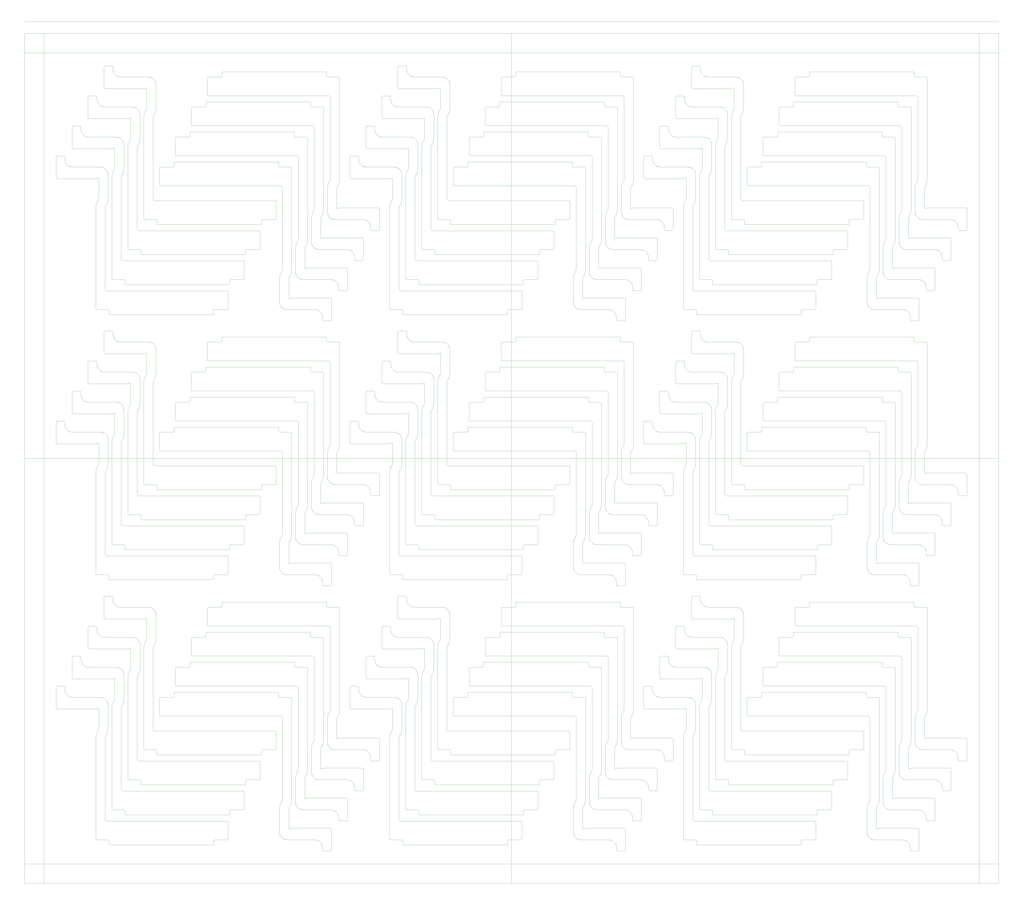
<source format=gbr>
G04 CAM350 V10.5 (Build 464) Date:  Thu May 25 13:18:41 2023 *
G04 Database: D:\LUYENTAP\BL\2023\thang 05\0525\s9005h038-17(1).cam *
G04 Layer 1: outline *
%FSLAX44Y44*%
%MOMM*%
%SFA1.000B1.000*%

%MIA0B0*%
%IPPOS*%
%ADD100C,0.01000*%
%ADD101C,0.10000*%
%ADD102C,0.20000*%
%LNoutline*%
%LPD*%
G54D102*
X0Y0D03*
G54D101*
X-2500000Y-2180000D02*
G01Y2180000D01*
X2500000Y-2180000D02*
G01Y2180000D01*
X-2500000Y-2180000D02*
G01X2500000D01*
X-2500000Y-2080000D02*
G01X2500000D01*
X-2400000Y-2180000D02*
G01Y2180000D01*
X2400000Y-2180000D02*
G01Y2180000D01*
X-2500000Y2080000D02*
G01X2500000D01*
X-2500000Y0D02*
G01X2500000D01*
X0Y-2180000D02*
G01Y2180000D01*
X-2500000Y2240000D02*
G01X2500000D01*
X-2500000Y2180000D02*
G01X50000D01*
Y2180000D02*
G01X2500000D01*
G54D100*
X-2124236Y1438713D02*
G01X-2124677Y1438590D01*
X-2125107Y1438430*
X-2125521Y1438235*
X-2125918Y1438006*
X-2126294Y1437744*
X-2126648Y1437450*
X-2126295Y1437743*
X-2125919Y1438005*
X-2125523Y1438234*
X-2125108Y1438430*
X-2124679Y1438589*
X-2124236Y1438713*
X-2133258Y1434478D02*
G01X-2132568Y1434529D01*
X-2131883Y1434633*
X-2131208Y1434789*
X-2130548Y1434997*
X-2129905Y1435254*
X-2129283Y1435560*
X-2128687Y1435912*
X-2128113Y1436314*
X-2127650Y1436725*
X-2127162Y1437103*
X-2126648Y1437450*
X-2127159Y1437105*
X-2127648Y1436727*
X-2128113Y1436314*
X-2128719Y1435892*
X-2129358Y1435520*
X-2130025Y1435201*
X-2130717Y1434939*
X-2131434Y1434733*
X-2131881Y1434621*
X-2132336Y1434541*
X-2132795Y1434493*
X-2133258Y1434478*
X-2330895Y1551476D02*
G01X-2331504Y1551449D01*
X-2332108Y1551370*
X-2332703Y1551238*
X-2333285Y1551055*
X-2333848Y1550822*
X-2334389Y1550541*
X-2334903Y1550214*
X-2335387Y1549844*
X-2335837Y1549433*
X-2336250Y1548984*
X-2336622Y1548502*
X-2336950Y1547988*
X-2337233Y1547448*
X-2337467Y1546886*
X-2337652Y1546305*
X-2337786Y1545710*
X-2337867Y1545106*
X-2337895Y1544476*
Y1441478*
X-2337869Y1440869*
X-2337789Y1440263*
X-2337657Y1439667*
X-2337474Y1439084*
X-2337240Y1438520*
X-2336958Y1437979*
X-2336630Y1437463*
X-2336258Y1436979*
X-2335846Y1436529*
X-2335396Y1436116*
X-2334911Y1435744*
X-2334396Y1435416*
X-2333855Y1435134*
X-2333291Y1434900*
X-2332708Y1434716*
X-2332112Y1434584*
X-2331507Y1434504*
X-2330895Y1434478*
X-2133258*
X-2330895*
X-2331504Y1434504*
X-2332110Y1434584*
X-2332706Y1434716*
X-2333288Y1434899*
X-2333853Y1435133*
X-2334394Y1435415*
X-2334909Y1435743*
X-2335394Y1436114*
X-2335844Y1436527*
X-2336257Y1436977*
X-2336629Y1437461*
X-2336957Y1437976*
X-2337239Y1438518*
X-2337473Y1439082*
X-2337656Y1439665*
X-2337789Y1440261*
X-2337869Y1440866*
X-2337895Y1441478*
Y1544476*
X-2337869Y1545084*
X-2337789Y1545690*
X-2337657Y1546286*
X-2337474Y1546869*
X-2337240Y1547433*
X-2336958Y1547974*
X-2336630Y1548490*
X-2336258Y1548974*
X-2335846Y1549424*
X-2335396Y1549837*
X-2334911Y1550209*
X-2334396Y1550537*
X-2333855Y1550819*
X-2333291Y1551053*
X-2332708Y1551237*
X-2332112Y1551369*
X-2331507Y1551449*
X-2330895Y1551476*
X-2066162Y739375D02*
G01X-2066155Y739200D01*
X-2066132Y739028*
X-2066094Y738858*
X-2066042Y738691*
X-2065976Y738531*
X-2065895Y738376*
X-2065802Y738229*
X-2065696Y738091*
X-2065578Y737962*
X-2065450Y737844*
X-2065312Y737738*
X-2065166Y737644*
X-2065011Y737564*
X-2064851Y737497*
X-2064685Y737444*
X-2064515Y737406*
X-2064342Y737383*
X-2064162Y737375*
X-1531862*
X-1531688Y737382*
X-1531515Y737405*
X-1531345Y737443*
X-1531178Y737495*
X-1531017Y737562*
X-1530862Y737642*
X-1530715Y737736*
X-1530577Y737842*
X-1530448Y737960*
X-1530330Y738089*
X-1530224Y738227*
X-1530130Y738375*
X-1530050Y738529*
X-1529983Y738690*
X-1529930Y738857*
X-1529893Y739027*
X-1529870Y739200*
X-1529862Y739375*
Y756385*
X-1529836Y756995*
X-1529756Y757599*
X-1529624Y758194*
X-1529441Y758775*
X-1529209Y759338*
X-1528928Y759879*
X-1528601Y760394*
X-1528230Y760877*
X-1527819Y761327*
X-1527370Y761740*
X-1526887Y762112*
X-1526374Y762440*
X-1525834Y762722*
X-1525271Y762957*
X-1524691Y763142*
X-1524096Y763275*
X-1523492Y763356*
X-1522862Y763385*
X-1461334*
X-1460724Y763411*
X-1460119Y763491*
X-1459523Y763623*
X-1458940Y763807*
X-1458376Y764040*
X-1457834Y764322*
X-1457319Y764650*
X-1456835Y765022*
X-1456385Y765435*
X-1455972Y765885*
X-1455600Y766369*
X-1455272Y766885*
X-1454990Y767426*
X-1454756Y767990*
X-1454573Y768573*
X-1454441Y769169*
X-1454361Y769774*
X-1454334Y770385*
Y854424*
X-1454353Y854860*
X-1454410Y855293*
X-1454505Y855719*
X-1454636Y856135*
X-1454803Y856538*
X-1455004Y856924*
X-1455239Y857292*
X-1455504Y857638*
X-1455799Y857960*
X-1456120Y858255*
X-1456466Y858520*
X-1456834Y858755*
X-1457221Y858956*
X-1457624Y859123*
X-1458040Y859254*
X-1458466Y859349*
X-1458899Y859405*
X-1459334Y859424*
X-2075804*
X-2076676Y859463*
X-2077541Y859576*
X-2078392Y859765*
X-2079225Y860028*
X-2080030Y860361*
X-2080804Y860764*
X-2081540Y861233*
X-2082232Y861764*
X-2082875Y862353*
X-2083465Y862997*
X-2083996Y863689*
X-2084465Y864424*
X-2084867Y865198*
X-2085201Y866004*
X-2085464Y866836*
X-2085652Y867688*
X-2085766Y868553*
X-2085804Y869424*
Y1283901*
X-2085717Y1286187*
X-2085457Y1288455*
X-2085025Y1290696*
X-2084424Y1292898*
X-2083657Y1295047*
X-2082729Y1297133*
X-2081631Y1299165*
X-2078807Y1304388*
X-2076390Y1309807*
X-2074391Y1315394*
X-2072823Y1321118*
X-2071695Y1326943*
X-2071013Y1332838*
X-2070781Y1338850*
Y1454478*
X-2070933Y1457957*
X-2071387Y1461410*
X-2072139Y1464810*
X-2073184Y1468132*
X-2074514Y1471351*
X-2076119Y1474441*
X-2077987Y1477380*
X-2080104Y1480146*
X-2082453Y1482717*
X-2085016Y1485074*
X-2087775Y1487199*
X-2090709Y1489077*
X-2093794Y1490691*
X-2097009Y1492032*
X-2100327Y1493087*
X-2103725Y1493850*
X-2107177Y1494315*
X-2110781Y1494478*
X-2252395*
X-2255882Y1494630*
X-2259341Y1495085*
X-2262748Y1495840*
X-2266076Y1496890*
X-2269300Y1498225*
X-2272395Y1499836*
X-2275338Y1501711*
X-2278107Y1503836*
X-2280680Y1506193*
X-2283037Y1508766*
X-2285161Y1511534*
X-2287036Y1514478*
X-2288648Y1517573*
X-2289983Y1520797*
X-2291032Y1524125*
X-2291788Y1527532*
X-2292243Y1530991*
X-2292395Y1534478*
Y1544476*
X-2292422Y1545086*
X-2292502Y1545691*
X-2292634Y1546287*
X-2292817Y1546870*
X-2293051Y1547434*
X-2293333Y1547976*
X-2293661Y1548491*
X-2294033Y1548975*
X-2294446Y1549425*
X-2294896Y1549838*
X-2295380Y1550210*
X-2295895Y1550538*
X-2296437Y1550820*
X-2297001Y1551053*
X-2297584Y1551237*
X-2298180Y1551369*
X-2298785Y1551449*
X-2299395Y1551476*
X-2330895*
X-2299395*
X-2298785Y1551449*
X-2298180Y1551369*
X-2297584Y1551237*
X-2297001Y1551053*
X-2296437Y1550820*
X-2295895Y1550538*
X-2295380Y1550210*
X-2294896Y1549838*
X-2294446Y1549425*
X-2294033Y1548975*
X-2293661Y1548491*
X-2293333Y1547976*
X-2293051Y1547434*
X-2292817Y1546870*
X-2292634Y1546287*
X-2292502Y1545691*
X-2292422Y1545086*
X-2292395Y1544476*
Y1534478*
X-2292244Y1530998*
X-2291789Y1527538*
X-2291034Y1524131*
X-2289985Y1520803*
X-2288651Y1517579*
X-2287040Y1514484*
X-2285165Y1511540*
X-2283042Y1508771*
X-2280685Y1506198*
X-2278112Y1503840*
X-2275344Y1501715*
X-2272401Y1499840*
X-2269306Y1498228*
X-2266083Y1496892*
X-2262755Y1495842*
X-2259348Y1495086*
X-2255888Y1494630*
X-2252395Y1494478*
X-2110781*
X-2107295Y1494325*
X-2103835Y1493870*
X-2100429Y1493115*
X-2097100Y1492065*
X-2093877Y1490730*
X-2090781Y1489119*
X-2087838Y1487244*
X-2085070Y1485119*
X-2082497Y1482762*
X-2080140Y1480189*
X-2078015Y1477421*
X-2076140Y1474478*
X-2074529Y1471382*
X-2073194Y1468158*
X-2072144Y1464830*
X-2071389Y1461423*
X-2070934Y1457964*
X-2070781Y1454478*
Y1338848*
X-2071007Y1332920*
X-2071683Y1327024*
X-2072805Y1321197*
X-2074367Y1315472*
X-2076359Y1309883*
X-2078771Y1304461*
X-2081631Y1299165*
X-2082715Y1297161*
X-2083645Y1295077*
X-2084414Y1292928*
X-2085018Y1290727*
X-2085452Y1288486*
X-2085715Y1286219*
X-2085804Y1283902*
Y869424*
X-2085766Y868555*
X-2085653Y867690*
X-2085464Y866838*
X-2085202Y866006*
X-2084868Y865200*
X-2084465Y864426*
X-2083997Y863690*
X-2083466Y862998*
X-2082877Y862355*
X-2082234Y861765*
X-2081541Y861234*
X-2080806Y860765*
X-2080032Y860362*
X-2079226Y860028*
X-2078394Y859766*
X-2077543Y859577*
X-2076678Y859463*
X-2075804Y859424*
X-1459334*
X-1458899Y859405*
X-1458466Y859349*
X-1458040Y859254*
X-1457624Y859123*
X-1457221Y858956*
X-1456834Y858755*
X-1456466Y858520*
X-1456120Y858255*
X-1455799Y857960*
X-1455504Y857638*
X-1455239Y857292*
X-1455004Y856924*
X-1454803Y856538*
X-1454636Y856135*
X-1454505Y855719*
X-1454410Y855293*
X-1454353Y854860*
X-1454334Y854424*
Y770385*
X-1454361Y769774*
X-1454441Y769169*
X-1454573Y768573*
X-1454756Y767990*
X-1454990Y767426*
X-1455272Y766885*
X-1455600Y766369*
X-1455972Y765885*
X-1456385Y765435*
X-1456835Y765022*
X-1457319Y764650*
X-1457834Y764322*
X-1458376Y764040*
X-1458940Y763807*
X-1459523Y763623*
X-1460119Y763491*
X-1460724Y763411*
X-1461334Y763385*
X-1522862*
X-1523471Y763358*
X-1524077Y763278*
X-1524673Y763146*
X-1525255Y762963*
X-1525820Y762729*
X-1526361Y762447*
X-1526876Y762119*
X-1527361Y761748*
X-1527811Y761335*
X-1528224Y760885*
X-1528596Y760401*
X-1528924Y759886*
X-1529206Y759344*
X-1529440Y758780*
X-1529623Y758197*
X-1529756Y757601*
X-1529836Y756996*
X-1529862Y756385*
Y739375*
X-1529870Y739200*
X-1529893Y739027*
X-1529930Y738857*
X-1529983Y738690*
X-1530050Y738529*
X-1530130Y738375*
X-1530224Y738227*
X-1530330Y738089*
X-1530448Y737960*
X-1530577Y737842*
X-1530715Y737736*
X-1530862Y737642*
X-1531017Y737562*
X-1531178Y737495*
X-1531345Y737443*
X-1531515Y737405*
X-1531688Y737382*
X-1531862Y737375*
X-2064162*
X-2064336Y737382*
X-2064509Y737405*
X-2064680Y737443*
X-2064846Y737495*
X-2065007Y737562*
X-2065162Y737642*
X-2065309Y737736*
X-2065448Y737842*
X-2065576Y737960*
X-2065694Y738089*
X-2065800Y738227*
X-2065894Y738374*
X-2065975Y738529*
X-2066042Y738690*
X-2066094Y738857*
X-2066132Y739027*
X-2066155Y739200*
X-2066162Y739375*
X-2124236Y1438713D02*
G01X-2123931Y1438807D01*
X-2123620Y1438876*
X-2123303Y1438920*
X-2122985Y1438937*
X-2122666Y1438928*
X-2122349Y1438892*
X-2122036Y1438831*
X-2121729Y1438744*
X-2121430Y1438632*
X-2121141Y1438496*
X-2120865Y1438337*
X-2120603Y1438155*
X-2120356Y1437953*
X-2120127Y1437731*
X-2119917Y1437491*
X-2119728Y1437234*
X-2119559Y1436962*
X-2119357Y1436635*
X-2119184Y1436294*
X-2119041Y1435938*
X-2118928Y1435572*
X-2118847Y1435198*
X-2118798Y1434818*
X-2118781Y1434434*
Y1339191*
X-2118868Y1336910*
X-2119128Y1334642*
X-2119560Y1332401*
X-2120160Y1330199*
X-2120927Y1328050*
X-2121854Y1325964*
X-2122954Y1323928*
X-2125773Y1318717*
X-2128191Y1313298*
X-2130190Y1307711*
X-2131759Y1301988*
X-2132888Y1296162*
X-2133571Y1290267*
X-2133804Y1284244*
Y770385*
X-2133778Y769776*
X-2133698Y769170*
X-2133566Y768574*
X-2133383Y767992*
X-2133149Y767427*
X-2132867Y766886*
X-2132539Y766370*
X-2132167Y765886*
X-2131755Y765436*
X-2131305Y765023*
X-2130820Y764651*
X-2130305Y764323*
X-2129764Y764041*
X-2129200Y763807*
X-2128617Y763623*
X-2128021Y763491*
X-2127416Y763411*
X-2126804Y763385*
X-2073162*
X-2072552Y763358*
X-2071947Y763278*
X-2071351Y763146*
X-2070768Y762962*
X-2070204Y762729*
X-2069662Y762447*
X-2069147Y762119*
X-2068663Y761747*
X-2068213Y761334*
X-2067800Y760884*
X-2067428Y760400*
X-2067100Y759885*
X-2066818Y759343*
X-2066584Y758779*
X-2066401Y758196*
X-2066269Y757600*
X-2066189Y756995*
X-2066162Y756385*
Y739375*
Y756385*
X-2066189Y756993*
X-2066268Y757598*
X-2066400Y758193*
X-2066583Y758774*
X-2066816Y759337*
X-2067096Y759878*
X-2067423Y760393*
X-2067794Y760877*
X-2068205Y761326*
X-2068653Y761739*
X-2069136Y762111*
X-2069650Y762439*
X-2070190Y762722*
X-2070752Y762956*
X-2071333Y763141*
X-2071928Y763275*
X-2072532Y763356*
X-2073162Y763385*
X-2126804*
X-2127413Y763411*
X-2128017Y763490*
X-2128612Y763622*
X-2129194Y763805*
X-2129757Y764038*
X-2130298Y764319*
X-2130812Y764646*
X-2131296Y765016*
X-2131746Y765427*
X-2132159Y765876*
X-2132531Y766358*
X-2132859Y766872*
X-2133142Y767412*
X-2133376Y767974*
X-2133561Y768555*
X-2133695Y769150*
X-2133776Y769754*
X-2133804Y770385*
Y1284243*
X-2133580Y1290159*
X-2132905Y1296055*
X-2131784Y1301882*
X-2130223Y1307607*
X-2128231Y1313197*
X-2125820Y1318619*
X-2122954Y1323927*
X-2121868Y1325936*
X-2120939Y1328020*
X-2120170Y1330169*
X-2119567Y1332371*
X-2119133Y1334611*
X-2118871Y1336879*
X-2118781Y1339190*
Y1434434*
X-2118798Y1434816*
X-2118847Y1435196*
X-2118928Y1435571*
X-2119040Y1435937*
X-2119184Y1436292*
X-2119357Y1436634*
X-2119560Y1436963*
X-2119727Y1437234*
X-2119917Y1437490*
X-2120127Y1437730*
X-2120356Y1437953*
X-2120602Y1438155*
X-2120865Y1438337*
X-2121141Y1438496*
X-2121429Y1438632*
X-2121728Y1438744*
X-2122035Y1438831*
X-2122348Y1438892*
X-2122665Y1438928*
X-2122984Y1438937*
X-2123303Y1438920*
X-2123619Y1438877*
X-2123930Y1438807*
X-2124236Y1438713*
X-2042213Y1592763D02*
G01X-2042654Y1592640D01*
X-2043083Y1592480*
X-2043498Y1592285*
X-2043895Y1592056*
X-2044271Y1591794*
X-2044625Y1591500*
X-2044272Y1591793*
X-2043896Y1592055*
X-2043500Y1592284*
X-2043085Y1592480*
X-2042656Y1592639*
X-2042213Y1592763*
X-2051235Y1588527D02*
G01X-2050545Y1588579D01*
X-2049860Y1588683*
X-2049185Y1588839*
X-2048525Y1589047*
X-2047882Y1589304*
X-2047260Y1589610*
X-2046664Y1589962*
X-2046090Y1590364*
X-2045627Y1590775*
X-2045139Y1591153*
X-2044625Y1591500*
X-2045136Y1591155*
X-2045624Y1590777*
X-2046090Y1590364*
X-2046695Y1589942*
X-2047335Y1589570*
X-2048002Y1589251*
X-2048694Y1588989*
X-2049411Y1588783*
X-2049858Y1588671*
X-2050313Y1588591*
X-2050772Y1588543*
X-2051235Y1588527*
X-2248872Y1705526D02*
G01X-2249481Y1705499D01*
X-2250085Y1705420*
X-2250680Y1705288*
X-2251262Y1705105*
X-2251825Y1704872*
X-2252366Y1704591*
X-2252880Y1704264*
X-2253364Y1703894*
X-2253814Y1703483*
X-2254227Y1703034*
X-2254599Y1702552*
X-2254927Y1702038*
X-2255210Y1701498*
X-2255444Y1700936*
X-2255629Y1700355*
X-2255762Y1699760*
X-2255844Y1699156*
X-2255872Y1698526*
Y1595528*
X-2255846Y1594919*
X-2255766Y1594313*
X-2255634Y1593717*
X-2255450Y1593135*
X-2255217Y1592570*
X-2254935Y1592029*
X-2254607Y1591513*
X-2254235Y1591029*
X-2253823Y1590579*
X-2253373Y1590166*
X-2252888Y1589794*
X-2252373Y1589466*
X-2251832Y1589184*
X-2251267Y1588950*
X-2250685Y1588766*
X-2250089Y1588634*
X-2249484Y1588554*
X-2248872Y1588527*
X-2051235*
X-2248872*
X-2249481Y1588554*
X-2250087Y1588634*
X-2250683Y1588766*
X-2251265Y1588949*
X-2251829Y1589183*
X-2252371Y1589465*
X-2252886Y1589793*
X-2253371Y1590164*
X-2253821Y1590577*
X-2254234Y1591027*
X-2254606Y1591511*
X-2254934Y1592026*
X-2255216Y1592568*
X-2255450Y1593132*
X-2255633Y1593715*
X-2255766Y1594311*
X-2255845Y1594916*
X-2255872Y1595528*
Y1698526*
X-2255846Y1699134*
X-2255766Y1699740*
X-2255634Y1700336*
X-2255450Y1700919*
X-2255217Y1701483*
X-2254935Y1702024*
X-2254607Y1702540*
X-2254235Y1703024*
X-2253823Y1703474*
X-2253373Y1703887*
X-2252888Y1704259*
X-2252373Y1704587*
X-2251832Y1704869*
X-2251267Y1705103*
X-2250685Y1705287*
X-2250089Y1705419*
X-2249484Y1705499*
X-2248872Y1705526*
X-1984139Y893425D02*
G01X-1984132Y893251D01*
X-1984109Y893078*
X-1984071Y892908*
X-1984019Y892742*
X-1983953Y892581*
X-1983872Y892426*
X-1983779Y892279*
X-1983673Y892141*
X-1983556Y892013*
X-1983427Y891895*
X-1983289Y891788*
X-1983143Y891695*
X-1982989Y891614*
X-1982828Y891547*
X-1982662Y891494*
X-1982492Y891456*
X-1982319Y891433*
X-1982139Y891425*
X-1449839*
X-1449665Y891432*
X-1449492Y891455*
X-1449322Y891493*
X-1449155Y891545*
X-1448994Y891612*
X-1448839Y891692*
X-1448692Y891786*
X-1448554Y891892*
X-1448425Y892010*
X-1448307Y892139*
X-1448201Y892277*
X-1448107Y892425*
X-1448027Y892579*
X-1447960Y892740*
X-1447907Y892907*
X-1447870Y893077*
X-1447847Y893250*
X-1447839Y893425*
Y910435*
X-1447813Y911043*
X-1447733Y911648*
X-1447602Y912243*
X-1447419Y912824*
X-1447186Y913387*
X-1446905Y913928*
X-1446578Y914443*
X-1446208Y914927*
X-1445797Y915376*
X-1445348Y915789*
X-1444865Y916161*
X-1444352Y916489*
X-1443812Y916772*
X-1443249Y917006*
X-1442669Y917191*
X-1442074Y917325*
X-1441470Y917406*
X-1440839Y917435*
X-1379311*
X-1378701Y917461*
X-1378096Y917541*
X-1377499Y917673*
X-1376917Y917857*
X-1376353Y918090*
X-1375811Y918372*
X-1375296Y918700*
X-1374812Y919072*
X-1374361Y919485*
X-1373949Y919935*
X-1373577Y920419*
X-1373249Y920935*
X-1372967Y921476*
X-1372733Y922040*
X-1372550Y922623*
X-1372418Y923219*
X-1372338Y923824*
X-1372311Y924435*
Y1008475*
X-1372330Y1008910*
X-1372387Y1009343*
X-1372482Y1009769*
X-1372613Y1010185*
X-1372780Y1010588*
X-1372981Y1010975*
X-1373215Y1011342*
X-1373481Y1011688*
X-1373776Y1012010*
X-1374097Y1012305*
X-1374443Y1012570*
X-1374811Y1012805*
X-1375198Y1013006*
X-1375601Y1013173*
X-1376017Y1013304*
X-1376443Y1013399*
X-1376875Y1013455*
X-1377311Y1013475*
X-1993781*
X-1994653Y1013513*
X-1995518Y1013626*
X-1996369Y1013815*
X-1997201Y1014078*
X-1998007Y1014411*
X-1998781Y1014814*
X-1999517Y1015283*
X-2000209Y1015814*
X-2000852Y1016403*
X-2001442Y1017047*
X-2001973Y1017739*
X-2002441Y1018475*
X-2002844Y1019248*
X-2003178Y1020054*
X-2003440Y1020886*
X-2003629Y1021738*
X-2003743Y1022603*
X-2003781Y1023475*
Y1437951*
X-2003694Y1440237*
X-2003434Y1442505*
X-2003002Y1444746*
X-2002400Y1446948*
X-2001634Y1449097*
X-2000706Y1451183*
X-1999608Y1453215*
X-1996784Y1458438*
X-1994367Y1463857*
X-1992368Y1469444*
X-1990800Y1475168*
X-1989672Y1480993*
X-1988990Y1486888*
X-1988758Y1492900*
Y1608528*
X-1988910Y1612007*
X-1989363Y1615460*
X-1990116Y1618860*
X-1991161Y1622182*
X-1992491Y1625401*
X-1994096Y1628491*
X-1995964Y1631430*
X-1998081Y1634196*
X-2000430Y1636767*
X-2002993Y1639124*
X-2005752Y1641249*
X-2008686Y1643127*
X-2011771Y1644741*
X-2014986Y1646082*
X-2018304Y1647137*
X-2021702Y1647900*
X-2025154Y1648365*
X-2028758Y1648527*
X-2170372*
X-2173858Y1648680*
X-2177318Y1649135*
X-2180725Y1649890*
X-2184053Y1650940*
X-2187277Y1652275*
X-2190372Y1653886*
X-2193315Y1655761*
X-2196084Y1657886*
X-2198656Y1660243*
X-2201014Y1662816*
X-2203138Y1665584*
X-2205013Y1668527*
X-2206625Y1671623*
X-2207960Y1674847*
X-2209009Y1678175*
X-2209765Y1681582*
X-2210220Y1685041*
X-2210372Y1688527*
Y1698526*
X-2210399Y1699136*
X-2210479Y1699741*
X-2210611Y1700337*
X-2210794Y1700920*
X-2211028Y1701484*
X-2211310Y1702026*
X-2211638Y1702541*
X-2212010Y1703025*
X-2212422Y1703475*
X-2212873Y1703888*
X-2213357Y1704260*
X-2213872Y1704588*
X-2214414Y1704870*
X-2214978Y1705103*
X-2215560Y1705287*
X-2216157Y1705419*
X-2216762Y1705499*
X-2217372Y1705526*
X-2248872*
X-2217372*
X-2216762Y1705499*
X-2216157Y1705419*
X-2215560Y1705287*
X-2214978Y1705103*
X-2214414Y1704870*
X-2213872Y1704588*
X-2213357Y1704260*
X-2212873Y1703888*
X-2212422Y1703475*
X-2212010Y1703025*
X-2211638Y1702541*
X-2211310Y1702026*
X-2211028Y1701484*
X-2210794Y1700920*
X-2210611Y1700337*
X-2210479Y1699741*
X-2210399Y1699136*
X-2210372Y1698526*
Y1688527*
X-2210221Y1685048*
X-2209766Y1681588*
X-2209011Y1678181*
X-2207962Y1674853*
X-2206627Y1671629*
X-2205017Y1668534*
X-2203142Y1665590*
X-2201018Y1662821*
X-2198661Y1660248*
X-2196089Y1657890*
X-2193321Y1655765*
X-2190378Y1653890*
X-2187283Y1652278*
X-2184060Y1650942*
X-2180732Y1649892*
X-2177325Y1649136*
X-2173865Y1648680*
X-2170372Y1648527*
X-2028758*
X-2025272Y1648375*
X-2021812Y1647920*
X-2018405Y1647165*
X-2015077Y1646115*
X-2011853Y1644780*
X-2008758Y1643169*
X-2005815Y1641294*
X-2003047Y1639169*
X-2000474Y1636812*
X-1998116Y1634239*
X-1995992Y1631471*
X-1994117Y1628527*
X-1992506Y1625432*
X-1991170Y1622208*
X-1990121Y1618880*
X-1989366Y1615473*
X-1988910Y1612014*
X-1988758Y1608527*
Y1492898*
X-1988984Y1486970*
X-1989660Y1481074*
X-1990782Y1475247*
X-1992344Y1469522*
X-1994336Y1463933*
X-1996748Y1458511*
X-1999608Y1453215*
X-2000692Y1451211*
X-2001622Y1449127*
X-2002391Y1446978*
X-2002994Y1444777*
X-2003429Y1442536*
X-2003691Y1440269*
X-2003781Y1437952*
Y1023475*
X-2003743Y1022605*
X-2003630Y1021740*
X-2003441Y1020888*
X-2003179Y1020056*
X-2002845Y1019250*
X-2002442Y1018476*
X-2001974Y1017740*
X-2001443Y1017048*
X-2000854Y1016405*
X-2000210Y1015815*
X-1999518Y1015284*
X-1998783Y1014815*
X-1998009Y1014412*
X-1997203Y1014078*
X-1996371Y1013816*
X-1995519Y1013627*
X-1994654Y1013513*
X-1993781Y1013475*
X-1377311*
X-1376875Y1013455*
X-1376443Y1013399*
X-1376017Y1013304*
X-1375601Y1013173*
X-1375198Y1013006*
X-1374811Y1012805*
X-1374443Y1012570*
X-1374097Y1012305*
X-1373776Y1012010*
X-1373481Y1011688*
X-1373215Y1011342*
X-1372981Y1010975*
X-1372780Y1010588*
X-1372613Y1010185*
X-1372482Y1009769*
X-1372387Y1009343*
X-1372330Y1008910*
X-1372311Y1008475*
Y924435*
X-1372338Y923824*
X-1372418Y923219*
X-1372550Y922623*
X-1372733Y922040*
X-1372967Y921476*
X-1373249Y920935*
X-1373577Y920419*
X-1373949Y919935*
X-1374361Y919485*
X-1374812Y919072*
X-1375296Y918700*
X-1375811Y918372*
X-1376353Y918090*
X-1376917Y917857*
X-1377499Y917673*
X-1378096Y917541*
X-1378701Y917461*
X-1379311Y917435*
X-1440839*
X-1441448Y917408*
X-1442054Y917328*
X-1442650Y917196*
X-1443232Y917013*
X-1443796Y916779*
X-1444338Y916497*
X-1444853Y916169*
X-1445338Y915798*
X-1445788Y915385*
X-1446201Y914935*
X-1446573Y914451*
X-1446901Y913936*
X-1447183Y913394*
X-1447417Y912830*
X-1447600Y912247*
X-1447733Y911651*
X-1447812Y911046*
X-1447839Y910435*
Y893425*
X-1447847Y893250*
X-1447870Y893077*
X-1447907Y892907*
X-1447960Y892740*
X-1448027Y892579*
X-1448107Y892425*
X-1448201Y892277*
X-1448307Y892139*
X-1448425Y892010*
X-1448554Y891892*
X-1448692Y891786*
X-1448839Y891692*
X-1448994Y891612*
X-1449155Y891545*
X-1449322Y891493*
X-1449492Y891455*
X-1449665Y891432*
X-1449839Y891425*
X-1982139*
X-1982313Y891432*
X-1982486Y891455*
X-1982657Y891493*
X-1982823Y891545*
X-1982984Y891612*
X-1983139Y891692*
X-1983286Y891786*
X-1983425Y891892*
X-1983553Y892010*
X-1983671Y892139*
X-1983777Y892277*
X-1983871Y892424*
X-1983952Y892579*
X-1984018Y892740*
X-1984071Y892907*
X-1984109Y893077*
X-1984132Y893250*
X-1984139Y893425*
X-2042213Y1592763D02*
G01X-2041908Y1592857D01*
X-2041596Y1592926*
X-2041280Y1592970*
X-2040962Y1592987*
X-2040643Y1592978*
X-2040326Y1592942*
X-2040013Y1592881*
X-2039706Y1592794*
X-2039407Y1592682*
X-2039118Y1592546*
X-2038842Y1592387*
X-2038580Y1592205*
X-2038333Y1592003*
X-2038104Y1591781*
X-2037894Y1591541*
X-2037704Y1591284*
X-2037536Y1591012*
X-2037334Y1590685*
X-2037161Y1590344*
X-2037018Y1589988*
X-2036905Y1589622*
X-2036824Y1589248*
X-2036775Y1588868*
X-2036758Y1588484*
Y1493241*
X-2036845Y1490960*
X-2037105Y1488692*
X-2037537Y1486451*
X-2038137Y1484249*
X-2038904Y1482100*
X-2039831Y1480014*
X-2040931Y1477978*
X-2043749Y1472767*
X-2046168Y1467348*
X-2048167Y1461761*
X-2049736Y1456038*
X-2050865Y1450212*
X-2051548Y1444317*
X-2051781Y1438294*
Y924435*
X-2051755Y923826*
X-2051675Y923220*
X-2051543Y922624*
X-2051359Y922042*
X-2051126Y921477*
X-2050844Y920936*
X-2050516Y920420*
X-2050144Y919936*
X-2049732Y919486*
X-2049282Y919073*
X-2048797Y918701*
X-2048282Y918373*
X-2047741Y918091*
X-2047176Y917857*
X-2046594Y917673*
X-2045998Y917541*
X-2045393Y917461*
X-2044781Y917435*
X-1991139*
X-1990529Y917408*
X-1989924Y917328*
X-1989327Y917196*
X-1988745Y917012*
X-1988181Y916779*
X-1987639Y916497*
X-1987124Y916169*
X-1986640Y915797*
X-1986189Y915384*
X-1985777Y914934*
X-1985405Y914450*
X-1985077Y913935*
X-1984795Y913393*
X-1984561Y912829*
X-1984378Y912246*
X-1984246Y911650*
X-1984166Y911045*
X-1984139Y910435*
Y893425*
Y910435*
X-1984166Y911043*
X-1984245Y911648*
X-1984377Y912243*
X-1984560Y912824*
X-1984792Y913387*
X-1985073Y913928*
X-1985400Y914443*
X-1985771Y914927*
X-1986182Y915376*
X-1986630Y915789*
X-1987113Y916161*
X-1987627Y916489*
X-1988166Y916772*
X-1988729Y917006*
X-1989310Y917191*
X-1989904Y917325*
X-1990508Y917406*
X-1991139Y917435*
X-2044781*
X-2045390Y917461*
X-2045994Y917540*
X-2046589Y917672*
X-2047171Y917855*
X-2047734Y918088*
X-2048275Y918369*
X-2048789Y918696*
X-2049273Y919066*
X-2049723Y919477*
X-2050136Y919926*
X-2050508Y920408*
X-2050836Y920922*
X-2051119Y921462*
X-2051353Y922024*
X-2051538Y922605*
X-2051671Y923200*
X-2051753Y923804*
X-2051781Y924435*
Y1438293*
X-2051557Y1444209*
X-2050882Y1450105*
X-2049761Y1455932*
X-2048200Y1461657*
X-2046208Y1467247*
X-2043797Y1472669*
X-2040931Y1477977*
X-2039845Y1479986*
X-2038915Y1482070*
X-2038147Y1484219*
X-2037544Y1486421*
X-2037110Y1488661*
X-2036848Y1490929*
X-2036758Y1493240*
Y1588484*
X-2036775Y1588866*
X-2036823Y1589246*
X-2036905Y1589621*
X-2037017Y1589987*
X-2037160Y1590342*
X-2037334Y1590684*
X-2037537Y1591013*
X-2037704Y1591284*
X-2037894Y1591540*
X-2038104Y1591780*
X-2038333Y1592003*
X-2038579Y1592205*
X-2038841Y1592387*
X-2039118Y1592546*
X-2039406Y1592682*
X-2039705Y1592794*
X-2040012Y1592881*
X-2040325Y1592942*
X-2040642Y1592978*
X-2040961Y1592987*
X-2041280Y1592970*
X-2041596Y1592927*
X-2041907Y1592857*
X-2042213Y1592763*
X-1365816Y1064485D02*
G01X-1365790Y1065093D01*
X-1365710Y1065699*
X-1365578Y1066295*
X-1365394Y1066878*
X-1365161Y1067442*
X-1364879Y1067983*
X-1364551Y1068499*
X-1364179Y1068983*
X-1363767Y1069433*
X-1363317Y1069846*
X-1362832Y1070218*
X-1362317Y1070546*
X-1361776Y1070828*
X-1361211Y1071062*
X-1360629Y1071246*
X-1360033Y1071378*
X-1359427Y1071458*
X-1358816Y1071485*
X-1297288*
X-1296678Y1071511*
X-1296073Y1071591*
X-1295476Y1071723*
X-1294894Y1071907*
X-1294330Y1072140*
X-1293788Y1072422*
X-1293273Y1072750*
X-1292789Y1073122*
X-1292338Y1073535*
X-1291926Y1073985*
X-1291554Y1074469*
X-1291226Y1074985*
X-1290944Y1075526*
X-1290710Y1076090*
X-1290527Y1076673*
X-1290394Y1077269*
X-1290315Y1077874*
X-1290288Y1078485*
Y1162525*
X-1290307Y1162960*
X-1290364Y1163393*
X-1290458Y1163819*
X-1290590Y1164235*
X-1290757Y1164638*
X-1290958Y1165025*
X-1291192Y1165392*
X-1291458Y1165738*
X-1291753Y1166060*
X-1292074Y1166355*
X-1292420Y1166620*
X-1292788Y1166855*
X-1293175Y1167056*
X-1293578Y1167223*
X-1293994Y1167354*
X-1294420Y1167449*
X-1294852Y1167505*
X-1295288Y1167525*
X-1911758*
X-1912628Y1167562*
X-1913493Y1167676*
X-1914345Y1167865*
X-1915177Y1168127*
X-1915983Y1168461*
X-1916757Y1168863*
X-1917492Y1169332*
X-1918185Y1169863*
X-1918828Y1170452*
X-1919417Y1171095*
X-1919949Y1171787*
X-1920417Y1172523*
X-1920820Y1173297*
X-1921154Y1174103*
X-1921417Y1174935*
X-1921606Y1175786*
X-1921720Y1176651*
X-1921758Y1177525*
Y1592002*
X-1921672Y1594277*
X-1921412Y1596545*
X-1920981Y1598786*
X-1920380Y1600988*
X-1919615Y1603138*
X-1918687Y1605223*
X-1917585Y1607265*
X-1914761Y1612488*
X-1912343Y1617907*
X-1910345Y1623494*
X-1908777Y1629218*
X-1907649Y1635043*
X-1906967Y1640938*
X-1906735Y1646948*
Y1762577*
X-1906887Y1766064*
X-1907343Y1769523*
X-1908098Y1772930*
X-1909147Y1776258*
X-1910483Y1779482*
X-1912094Y1782577*
X-1913969Y1785521*
X-1916093Y1788289*
X-1918451Y1790862*
X-1921024Y1793219*
X-1923792Y1795344*
X-1926735Y1797219*
X-1929830Y1798830*
X-1933054Y1800165*
X-1936382Y1801215*
X-1939789Y1801970*
X-1943249Y1802425*
X-1946735Y1802577*
X-2088349*
X-2091828Y1802729*
X-2095288Y1803184*
X-2098695Y1803939*
X-2102023Y1804987*
X-2105248Y1806322*
X-2108343Y1807933*
X-2111286Y1809807*
X-2114055Y1811931*
X-2116628Y1814288*
X-2118986Y1816861*
X-2121111Y1819629*
X-2122987Y1822571*
X-2124598Y1825666*
X-2125934Y1828890*
X-2126984Y1832218*
X-2127740Y1835625*
X-2128196Y1839084*
X-2128349Y1842577*
Y1852576*
Y1842577*
X-2128197Y1839091*
X-2127741Y1835632*
X-2126986Y1832225*
X-2125937Y1828897*
X-2124601Y1825673*
X-2122990Y1822577*
X-2121115Y1819634*
X-2118991Y1816866*
X-2116633Y1814293*
X-2114061Y1811936*
X-2111292Y1809811*
X-2108349Y1807936*
X-2105254Y1806325*
X-2102030Y1804990*
X-2098702Y1803940*
X-2095295Y1803185*
X-2091835Y1802730*
X-2088349Y1802577*
X-1946735*
X-1943256Y1802426*
X-1939803Y1801972*
X-1936403Y1801220*
X-1933081Y1800175*
X-1929862Y1798845*
X-1926771Y1797239*
X-1923832Y1795372*
X-1921066Y1793255*
X-1918495Y1790906*
X-1916138Y1788342*
X-1914013Y1785583*
X-1912136Y1782650*
X-1910521Y1779564*
X-1909181Y1776350*
X-1908125Y1773031*
X-1907362Y1769633*
X-1906898Y1766182*
X-1906735Y1762578*
Y1646950*
X-1906961Y1641020*
X-1907637Y1635124*
X-1908759Y1629297*
X-1910321Y1623572*
X-1912313Y1617983*
X-1914725Y1612561*
X-1917585Y1607265*
X-1918669Y1605261*
X-1919599Y1603177*
X-1920368Y1601028*
X-1920971Y1598827*
X-1921406Y1596586*
X-1921668Y1594319*
X-1921758Y1592001*
Y1177525*
X-1921720Y1176655*
X-1921606Y1175790*
X-1921418Y1174938*
X-1921156Y1174106*
X-1920822Y1173300*
X-1920419Y1172526*
X-1919951Y1171790*
X-1919420Y1171098*
X-1918830Y1170455*
X-1918187Y1169865*
X-1917495Y1169334*
X-1916760Y1168865*
X-1915986Y1168462*
X-1915180Y1168128*
X-1914348Y1167866*
X-1913496Y1167677*
X-1912631Y1167563*
X-1911758Y1167525*
X-1295288*
X-1294852Y1167505*
X-1294420Y1167449*
X-1293994Y1167354*
X-1293578Y1167223*
X-1293175Y1167056*
X-1292788Y1166855*
X-1292420Y1166620*
X-1292074Y1166355*
X-1291753Y1166060*
X-1291458Y1165738*
X-1291192Y1165392*
X-1290958Y1165025*
X-1290757Y1164638*
X-1290590Y1164235*
X-1290458Y1163819*
X-1290364Y1163393*
X-1290307Y1162960*
X-1290288Y1162525*
Y1078485*
X-1290315Y1077874*
X-1290394Y1077269*
X-1290527Y1076673*
X-1290710Y1076090*
X-1290944Y1075526*
X-1291226Y1074985*
X-1291554Y1074469*
X-1291926Y1073985*
X-1292338Y1073535*
X-1292789Y1073122*
X-1293273Y1072750*
X-1293788Y1072422*
X-1294330Y1072140*
X-1294894Y1071907*
X-1295476Y1071723*
X-1296073Y1071591*
X-1296678Y1071511*
X-1297288Y1071485*
X-1358816*
X-1359425Y1071458*
X-1360029Y1071379*
X-1360624Y1071247*
X-1361206Y1071064*
X-1361769Y1070831*
X-1362310Y1070550*
X-1362824Y1070223*
X-1363308Y1069853*
X-1363758Y1069442*
X-1364171Y1068993*
X-1364542Y1068511*
X-1364871Y1067997*
X-1365154Y1067457*
X-1365388Y1066895*
X-1365573Y1066314*
X-1365706Y1065719*
X-1365788Y1065115*
X-1365816Y1064485*
Y1047475*
X-1365824Y1047301*
X-1365846Y1047128*
X-1365884Y1046958*
X-1365936Y1046792*
X-1366003Y1046631*
X-1366083Y1046476*
X-1366176Y1046329*
X-1366282Y1046191*
X-1366400Y1046063*
X-1366528Y1045945*
X-1366666Y1045838*
X-1366812Y1045745*
X-1366967Y1045664*
X-1367127Y1045597*
X-1367293Y1045544*
X-1367463Y1045506*
X-1367636Y1045483*
X-1367816Y1045475*
X-1900116*
X-1900290Y1045482*
X-1900463Y1045505*
X-1900634Y1045543*
X-1900800Y1045595*
X-1900961Y1045662*
X-1901116Y1045742*
X-1901263Y1045836*
X-1901402Y1045942*
X-1901530Y1046060*
X-1901648Y1046189*
X-1901754Y1046327*
X-1901848Y1046475*
X-1901929Y1046629*
X-1901995Y1046790*
X-1902048Y1046957*
X-1902086Y1047127*
X-1902108Y1047300*
X-1902116Y1047475*
Y1064485*
X-1902143Y1065093*
X-1902222Y1065698*
X-1902354Y1066293*
X-1902537Y1066874*
X-1902769Y1067437*
X-1903050Y1067978*
X-1903377Y1068493*
X-1903748Y1068977*
X-1904159Y1069426*
X-1904607Y1069839*
X-1905090Y1070211*
X-1905603Y1070539*
X-1906143Y1070822*
X-1906706Y1071056*
X-1907287Y1071241*
X-1907881Y1071375*
X-1908485Y1071456*
X-1909116Y1071485*
X-1962758*
X-1963367Y1071511*
X-1963971Y1071590*
X-1964566Y1071722*
X-1965148Y1071905*
X-1965711Y1072138*
X-1966252Y1072419*
X-1966766Y1072746*
X-1967250Y1073116*
X-1967700Y1073527*
X-1968113Y1073976*
X-1968484Y1074458*
X-1968813Y1074972*
X-1969096Y1075512*
X-1969330Y1076074*
X-1969515Y1076655*
X-1969648Y1077250*
X-1969730Y1077854*
X-1969758Y1078485*
Y1592343*
X-1969533Y1598259*
X-1968859Y1604155*
X-1967737Y1609982*
X-1966177Y1615707*
X-1964185Y1621297*
X-1961774Y1626719*
X-1958908Y1632027*
X-1957822Y1634036*
X-1956892Y1636120*
X-1956124Y1638269*
X-1955521Y1640471*
X-1955087Y1642711*
X-1954824Y1644979*
X-1954735Y1647290*
Y1742534*
X-1954751Y1742916*
X-1954800Y1743296*
X-1954881Y1743671*
X-1954994Y1744037*
X-1955137Y1744392*
X-1955310Y1744734*
X-1955514Y1745063*
X-1955681Y1745334*
X-1955871Y1745590*
X-1956081Y1745830*
X-1956310Y1746053*
X-1956556Y1746255*
X-1956818Y1746437*
X-1957095Y1746596*
X-1957383Y1746732*
X-1957682Y1746844*
X-1957989Y1746931*
X-1958302Y1746992*
X-1958619Y1747028*
X-1958938Y1747037*
X-1959257Y1747020*
X-1959573Y1746977*
X-1959884Y1746907*
X-1960190Y1746813*
X-1960631Y1746690*
X-1961060Y1746530*
X-1961475Y1746335*
X-1961872Y1746106*
X-1962248Y1745844*
X-1962602Y1745550*
X-1963113Y1745205*
X-1963601Y1744827*
X-1964067Y1744414*
X-1964633Y1744017*
X-1965229Y1743664*
X-1965850Y1743358*
X-1966493Y1743100*
X-1967153Y1742892*
X-1967828Y1742735*
X-1968512Y1742630*
X-1969212Y1742577*
X-2166849*
X-2167459Y1742604*
X-2168065Y1742684*
X-2168661Y1742816*
X-2169243Y1743000*
X-2169807Y1743233*
X-2170349Y1743515*
X-2170864Y1743843*
X-2171349Y1744215*
X-2171799Y1744628*
X-2172211Y1745078*
X-2172583Y1745562*
X-2172911Y1746078*
X-2173193Y1746619*
X-2173427Y1747183*
X-2173611Y1747766*
X-2173743Y1748362*
X-2173822Y1748967*
X-2173849Y1749578*
Y1852576*
X-2173823Y1853184*
X-2173743Y1853789*
X-2173612Y1854384*
X-2173429Y1854965*
X-2173196Y1855528*
X-2172915Y1856069*
X-2172588Y1856584*
X-2172218Y1857068*
X-2171807Y1857517*
X-2171358Y1857930*
X-2170875Y1858302*
X-2170362Y1858630*
X-2169822Y1858913*
X-2169259Y1859147*
X-2168679Y1859332*
X-2168084Y1859466*
X-2167480Y1859547*
X-2166849Y1859576*
X-2135349*
X-2134740Y1859549*
X-2134136Y1859470*
X-2133541Y1859338*
X-2132960Y1859155*
X-2132396Y1858922*
X-2131855Y1858641*
X-2131341Y1858314*
X-2130857Y1857944*
X-2130407Y1857533*
X-2129995Y1857084*
X-2129623Y1856602*
X-2129294Y1856088*
X-2129012Y1855548*
X-2128777Y1854986*
X-2128592Y1854405*
X-2128459Y1853810*
X-2128378Y1853206*
X-2128349Y1852576*
X-2128376Y1853186*
X-2128455Y1853791*
X-2128588Y1854387*
X-2128771Y1854970*
X-2129005Y1855534*
X-2129287Y1856076*
X-2129615Y1856591*
X-2129987Y1857075*
X-2130399Y1857525*
X-2130850Y1857938*
X-2131334Y1858310*
X-2131849Y1858638*
X-2132391Y1858920*
X-2132955Y1859153*
X-2133537Y1859337*
X-2134134Y1859469*
X-2134739Y1859549*
X-2135349Y1859576*
X-2166849*
X-2167458Y1859549*
X-2168063Y1859469*
X-2168660Y1859337*
X-2169242Y1859154*
X-2169806Y1858920*
X-2170348Y1858638*
X-2170863Y1858310*
X-2171348Y1857939*
X-2171798Y1857526*
X-2172211Y1857076*
X-2172582Y1856592*
X-2172911Y1856077*
X-2173193Y1855535*
X-2173427Y1854971*
X-2173610Y1854388*
X-2173743Y1853792*
X-2173822Y1853187*
X-2173849Y1852576*
Y1749578*
X-2173823Y1748969*
X-2173743Y1748363*
X-2173611Y1747767*
X-2173427Y1747185*
X-2173194Y1746620*
X-2172912Y1746079*
X-2172584Y1745563*
X-2172212Y1745079*
X-2171800Y1744629*
X-2171350Y1744216*
X-2170865Y1743844*
X-2170350Y1743516*
X-2169809Y1743234*
X-2169244Y1743000*
X-2168662Y1742816*
X-2168066Y1742684*
X-2167460Y1742604*
X-2166849Y1742577*
X-1969212*
X-1968750Y1742593*
X-1968291Y1742641*
X-1967836Y1742721*
X-1967388Y1742833*
X-1966677Y1743037*
X-1965985Y1743299*
X-1965317Y1743617*
X-1964678Y1743989*
X-1964067Y1744414*
X-1963604Y1744825*
X-1963116Y1745203*
X-1962602Y1745550*
X-1962249Y1745843*
X-1961873Y1746105*
X-1961477Y1746334*
X-1961062Y1746530*
X-1960633Y1746689*
X-1960190Y1746813*
X-1959885Y1746907*
X-1959573Y1746976*
X-1959257Y1747020*
X-1958939Y1747037*
X-1958620Y1747028*
X-1958303Y1746992*
X-1957990Y1746931*
X-1957683Y1746844*
X-1957384Y1746732*
X-1957095Y1746596*
X-1956819Y1746437*
X-1956556Y1746255*
X-1956310Y1746053*
X-1956081Y1745831*
X-1955871Y1745591*
X-1955681Y1745334*
X-1955513Y1745062*
X-1955311Y1744735*
X-1955138Y1744394*
X-1954995Y1744038*
X-1954882Y1743672*
X-1954801Y1743298*
X-1954752Y1742918*
X-1954735Y1742534*
Y1647291*
X-1954822Y1645010*
X-1955082Y1642742*
X-1955514Y1640501*
X-1956114Y1638299*
X-1956881Y1636150*
X-1957808Y1634064*
X-1958908Y1632028*
X-1961726Y1626817*
X-1964145Y1621398*
X-1966144Y1615811*
X-1967713Y1610088*
X-1968842Y1604262*
X-1969525Y1598367*
X-1969758Y1592344*
Y1078485*
X-1969732Y1077876*
X-1969652Y1077270*
X-1969520Y1076674*
X-1969336Y1076092*
X-1969103Y1075527*
X-1968821Y1074986*
X-1968493Y1074470*
X-1968121Y1073986*
X-1967709Y1073536*
X-1967259Y1073123*
X-1966774Y1072751*
X-1966259Y1072423*
X-1965718Y1072141*
X-1965153Y1071907*
X-1964571Y1071723*
X-1963975Y1071591*
X-1963369Y1071511*
X-1962758Y1071485*
X-1909116*
X-1908506Y1071458*
X-1907901Y1071378*
X-1907304Y1071246*
X-1906722Y1071062*
X-1906158Y1070829*
X-1905616Y1070547*
X-1905101Y1070219*
X-1904617Y1069847*
X-1904166Y1069434*
X-1903754Y1068984*
X-1903382Y1068500*
X-1903054Y1067985*
X-1902772Y1067443*
X-1902538Y1066879*
X-1902355Y1066296*
X-1902222Y1065700*
X-1902143Y1065095*
X-1902116Y1064485*
Y1047475*
X-1902109Y1047301*
X-1902086Y1047128*
X-1902048Y1046957*
X-1901996Y1046791*
X-1901929Y1046630*
X-1901848Y1046475*
X-1901755Y1046328*
X-1901648Y1046189*
X-1901531Y1046061*
X-1901402Y1045943*
X-1901264Y1045836*
X-1901116Y1045743*
X-1900962Y1045662*
X-1900800Y1045595*
X-1900634Y1045543*
X-1900464Y1045505*
X-1900291Y1045482*
X-1900116Y1045475*
X-1367816*
X-1367642Y1045482*
X-1367469Y1045505*
X-1367298Y1045543*
X-1367132Y1045595*
X-1366971Y1045662*
X-1366816Y1045742*
X-1366669Y1045836*
X-1366531Y1045942*
X-1366402Y1046060*
X-1366284Y1046189*
X-1366178Y1046327*
X-1366084Y1046475*
X-1366003Y1046629*
X-1365937Y1046790*
X-1365884Y1046957*
X-1365846Y1047127*
X-1365824Y1047300*
X-1365816Y1047475*
Y1064485*
X-1283793Y1218535D02*
G01X-1283766Y1219143D01*
X-1283687Y1219749*
X-1283555Y1220345*
X-1283371Y1220928*
X-1283138Y1221492*
X-1282856Y1222033*
X-1282528Y1222549*
X-1282156Y1223033*
X-1281744Y1223483*
X-1281293Y1223896*
X-1280809Y1224268*
X-1280294Y1224596*
X-1279752Y1224878*
X-1279188Y1225112*
X-1278606Y1225296*
X-1278010Y1225428*
X-1277404Y1225508*
X-1276793Y1225535*
X-1215265*
X-1214655Y1225561*
X-1214049Y1225641*
X-1213453Y1225773*
X-1212871Y1225957*
X-1212307Y1226190*
X-1211765Y1226472*
X-1211250Y1226800*
X-1210765Y1227172*
X-1210315Y1227585*
X-1209903Y1228035*
X-1209531Y1228519*
X-1209203Y1229035*
X-1208921Y1229576*
X-1208687Y1230140*
X-1208504Y1230723*
X-1208371Y1231319*
X-1208292Y1231924*
X-1208265Y1232535*
Y1316575*
X-1208284Y1317010*
X-1208341Y1317443*
X-1208435Y1317869*
X-1208567Y1318285*
X-1208733Y1318688*
X-1208935Y1319075*
X-1209169Y1319442*
X-1209435Y1319788*
X-1209729Y1320110*
X-1210051Y1320405*
X-1210397Y1320670*
X-1210765Y1320905*
X-1211152Y1321106*
X-1211555Y1321273*
X-1211971Y1321404*
X-1212397Y1321499*
X-1212829Y1321555*
X-1213265Y1321575*
X-1829735*
X-1830605Y1321612*
X-1831470Y1321726*
X-1832322Y1321915*
X-1833154Y1322177*
X-1833960Y1322511*
X-1834733Y1322913*
X-1835469Y1323382*
X-1836162Y1323913*
X-1836805Y1324502*
X-1837394Y1325145*
X-1837926Y1325837*
X-1838394Y1326573*
X-1838797Y1327347*
X-1839131Y1328153*
X-1839394Y1328985*
X-1839583Y1329836*
X-1839697Y1330701*
X-1839735Y1331575*
Y1746052*
X-1839648Y1748327*
X-1839389Y1750595*
X-1838958Y1752836*
X-1838357Y1755038*
X-1837591Y1757188*
X-1836664Y1759273*
X-1835562Y1761315*
X-1832738Y1766538*
X-1830320Y1771957*
X-1828322Y1777544*
X-1826754Y1783268*
X-1825626Y1789093*
X-1824944Y1794988*
X-1824712Y1800998*
Y1916628*
X-1824864Y1920114*
X-1825320Y1923573*
X-1826075Y1926980*
X-1827124Y1930308*
X-1828460Y1933532*
X-1830071Y1936628*
X-1831946Y1939571*
X-1834070Y1942339*
X-1836428Y1944912*
X-1839000Y1947269*
X-1841769Y1949394*
X-1844712Y1951269*
X-1847807Y1952880*
X-1851031Y1954215*
X-1854359Y1955265*
X-1857766Y1956020*
X-1861226Y1956475*
X-1864712Y1956628*
X-2006326*
X-2009805Y1956779*
X-2013265Y1957234*
X-2016672Y1957989*
X-2020000Y1959037*
X-2023224Y1960372*
X-2026320Y1961983*
X-2029263Y1963857*
X-2032032Y1965981*
X-2034605Y1968338*
X-2036963Y1970911*
X-2039088Y1973679*
X-2040964Y1976621*
X-2042575Y1979716*
X-2043911Y1982940*
X-2044961Y1986268*
X-2045717Y1989675*
X-2046173Y1993134*
X-2046326Y1996628*
Y2006626*
Y1996628*
X-2046174Y1993148*
X-2045720Y1989688*
X-2044965Y1986281*
X-2043916Y1982953*
X-2042581Y1979729*
X-2040971Y1976634*
X-2039096Y1973690*
X-2036972Y1970921*
X-2034615Y1968348*
X-2032043Y1965990*
X-2029275Y1963865*
X-2026332Y1961990*
X-2023237Y1960378*
X-2020013Y1959042*
X-2016686Y1957992*
X-2013279Y1957236*
X-2009819Y1956780*
X-2006326Y1956628*
X-1864712*
X-1861233Y1956476*
X-1857780Y1956022*
X-1854379Y1955270*
X-1851057Y1954225*
X-1847839Y1952895*
X-1844748Y1951289*
X-1841809Y1949422*
X-1839043Y1947305*
X-1836472Y1944956*
X-1834115Y1942392*
X-1831990Y1939633*
X-1830113Y1936700*
X-1828498Y1933614*
X-1827158Y1930400*
X-1826102Y1927081*
X-1825339Y1923683*
X-1824875Y1920232*
X-1824712Y1916628*
Y1801000*
X-1824938Y1795070*
X-1825613Y1789174*
X-1826736Y1783347*
X-1828297Y1777622*
X-1830290Y1772033*
X-1832702Y1766611*
X-1835562Y1761315*
X-1836646Y1759311*
X-1837576Y1757227*
X-1838345Y1755078*
X-1838948Y1752877*
X-1839383Y1750636*
X-1839645Y1748369*
X-1839735Y1746051*
Y1331575*
X-1839697Y1330705*
X-1839583Y1329840*
X-1839395Y1328988*
X-1839133Y1328156*
X-1838799Y1327350*
X-1838396Y1326576*
X-1837928Y1325840*
X-1837397Y1325148*
X-1836807Y1324505*
X-1836164Y1323915*
X-1835472Y1323384*
X-1834737Y1322915*
X-1833963Y1322512*
X-1833157Y1322178*
X-1832325Y1321916*
X-1831473Y1321727*
X-1830608Y1321613*
X-1829735Y1321575*
X-1213265*
X-1212829Y1321555*
X-1212397Y1321499*
X-1211971Y1321404*
X-1211555Y1321273*
X-1211152Y1321106*
X-1210765Y1320905*
X-1210397Y1320670*
X-1210051Y1320405*
X-1209729Y1320110*
X-1209435Y1319788*
X-1209169Y1319442*
X-1208935Y1319075*
X-1208733Y1318688*
X-1208567Y1318285*
X-1208435Y1317869*
X-1208341Y1317443*
X-1208284Y1317010*
X-1208265Y1316575*
Y1232535*
X-1208292Y1231924*
X-1208371Y1231319*
X-1208504Y1230723*
X-1208687Y1230140*
X-1208921Y1229576*
X-1209203Y1229035*
X-1209531Y1228519*
X-1209903Y1228035*
X-1210315Y1227585*
X-1210765Y1227172*
X-1211250Y1226800*
X-1211765Y1226472*
X-1212307Y1226190*
X-1212871Y1225957*
X-1213453Y1225773*
X-1214049Y1225641*
X-1214655Y1225561*
X-1215265Y1225535*
X-1276793*
X-1277402Y1225508*
X-1278006Y1225429*
X-1278601Y1225297*
X-1279183Y1225114*
X-1279746Y1224881*
X-1280287Y1224600*
X-1280801Y1224273*
X-1281285Y1223903*
X-1281735Y1223492*
X-1282147Y1223043*
X-1282519Y1222561*
X-1282848Y1222047*
X-1283130Y1221507*
X-1283365Y1220945*
X-1283550Y1220364*
X-1283683Y1219769*
X-1283765Y1219165*
X-1283793Y1218535*
Y1201525*
X-1283801Y1201351*
X-1283823Y1201178*
X-1283861Y1201008*
X-1283913Y1200842*
X-1283980Y1200681*
X-1284060Y1200526*
X-1284153Y1200379*
X-1284259Y1200241*
X-1284377Y1200113*
X-1284505Y1199995*
X-1284643Y1199888*
X-1284789Y1199795*
X-1284944Y1199714*
X-1285104Y1199647*
X-1285270Y1199594*
X-1285440Y1199556*
X-1285613Y1199533*
X-1285793Y1199525*
X-1818093*
X-1818267Y1199532*
X-1818440Y1199555*
X-1818611Y1199593*
X-1818777Y1199645*
X-1818938Y1199712*
X-1819093Y1199792*
X-1819240Y1199886*
X-1819379Y1199992*
X-1819507Y1200110*
X-1819625Y1200239*
X-1819731Y1200377*
X-1819825Y1200525*
X-1819906Y1200679*
X-1819972Y1200840*
X-1820025Y1201007*
X-1820063Y1201177*
X-1820085Y1201350*
X-1820093Y1201525*
Y1218535*
X-1820120Y1219143*
X-1820199Y1219748*
X-1820331Y1220343*
X-1820514Y1220924*
X-1820746Y1221487*
X-1821027Y1222028*
X-1821354Y1222543*
X-1821724Y1223027*
X-1822135Y1223476*
X-1822584Y1223889*
X-1823067Y1224261*
X-1823580Y1224589*
X-1824120Y1224872*
X-1824683Y1225106*
X-1825264Y1225291*
X-1825858Y1225425*
X-1826462Y1225506*
X-1827093Y1225535*
X-1880735*
X-1881344Y1225561*
X-1881948Y1225640*
X-1882543Y1225772*
X-1883125Y1225955*
X-1883688Y1226188*
X-1884229Y1226469*
X-1884743Y1226796*
X-1885227Y1227166*
X-1885677Y1227577*
X-1886089Y1228026*
X-1886461Y1228508*
X-1886790Y1229022*
X-1887072Y1229562*
X-1887307Y1230124*
X-1887492Y1230705*
X-1887625Y1231300*
X-1887707Y1231904*
X-1887735Y1232535*
Y1746393*
X-1887510Y1752309*
X-1886835Y1758205*
X-1885714Y1764032*
X-1884154Y1769757*
X-1882162Y1775347*
X-1879751Y1780769*
X-1876885Y1786077*
X-1875799Y1788086*
X-1874869Y1790170*
X-1874101Y1792319*
X-1873498Y1794521*
X-1873064Y1796761*
X-1872801Y1799029*
X-1872712Y1801340*
Y1896584*
X-1872728Y1896966*
X-1872777Y1897346*
X-1872858Y1897721*
X-1872971Y1898087*
X-1873114Y1898442*
X-1873287Y1898784*
X-1873491Y1899113*
X-1873658Y1899384*
X-1873848Y1899640*
X-1874057Y1899880*
X-1874286Y1900103*
X-1874533Y1900305*
X-1874795Y1900487*
X-1875072Y1900646*
X-1875360Y1900782*
X-1875659Y1900894*
X-1875966Y1900981*
X-1876279Y1901042*
X-1876596Y1901078*
X-1876915Y1901087*
X-1877233Y1901070*
X-1877550Y1901027*
X-1877861Y1900957*
X-1878167Y1900863*
X-1878608Y1900740*
X-1879037Y1900580*
X-1879452Y1900385*
X-1879849Y1900156*
X-1880224Y1899894*
X-1880579Y1899600*
X-1881090Y1899255*
X-1881578Y1898877*
X-1882044Y1898464*
X-1882610Y1898067*
X-1883206Y1897714*
X-1883827Y1897408*
X-1884469Y1897150*
X-1885130Y1896942*
X-1885804Y1896785*
X-1886489Y1896680*
X-1887189Y1896628*
X-2084826*
X-2085436Y1896654*
X-2086042Y1896734*
X-2086638Y1896866*
X-2087220Y1897050*
X-2087784Y1897283*
X-2088326Y1897565*
X-2088841Y1897893*
X-2089326Y1898265*
X-2089776Y1898678*
X-2090188Y1899128*
X-2090560Y1899612*
X-2090888Y1900128*
X-2091170Y1900669*
X-2091404Y1901233*
X-2091587Y1901816*
X-2091720Y1902412*
X-2091799Y1903017*
X-2091826Y1903628*
Y2006626*
X-2091799Y2007234*
X-2091720Y2007839*
X-2091588Y2008434*
X-2091406Y2009015*
X-2091173Y2009578*
X-2090892Y2010119*
X-2090565Y2010634*
X-2090195Y2011118*
X-2089784Y2011567*
X-2089335Y2011980*
X-2088852Y2012352*
X-2088339Y2012680*
X-2087799Y2012963*
X-2087236Y2013197*
X-2086655Y2013382*
X-2086061Y2013516*
X-2085457Y2013597*
X-2084826Y2013626*
X-2053326*
X-2052716Y2013599*
X-2052112Y2013519*
X-2051517Y2013388*
X-2050935Y2013205*
X-2050372Y2012972*
X-2049831Y2012691*
X-2049317Y2012364*
X-2048833Y2011993*
X-2048383Y2011582*
X-2047971Y2011133*
X-2047599Y2010651*
X-2047271Y2010137*
X-2046988Y2009597*
X-2046754Y2009035*
X-2046569Y2008454*
X-2046436Y2007859*
X-2046354Y2007255*
X-2046326Y2006626*
X-2046353Y2007236*
X-2046432Y2007841*
X-2046565Y2008437*
X-2046748Y2009020*
X-2046982Y2009584*
X-2047264Y2010126*
X-2047592Y2010641*
X-2047964Y2011125*
X-2048376Y2011575*
X-2048827Y2011988*
X-2049311Y2012360*
X-2049826Y2012688*
X-2050368Y2012970*
X-2050932Y2013203*
X-2051514Y2013387*
X-2052110Y2013519*
X-2052716Y2013599*
X-2053326Y2013626*
X-2084826*
X-2085435Y2013599*
X-2086040Y2013519*
X-2086637Y2013387*
X-2087219Y2013204*
X-2087783Y2012970*
X-2088325Y2012688*
X-2088840Y2012360*
X-2089325Y2011989*
X-2089775Y2011576*
X-2090188Y2011126*
X-2090559Y2010642*
X-2090888Y2010127*
X-2091170Y2009585*
X-2091403Y2009021*
X-2091587Y2008438*
X-2091719Y2007842*
X-2091799Y2007237*
X-2091826Y2006626*
Y1903628*
X-2091799Y1903019*
X-2091720Y1902413*
X-2091588Y1901817*
X-2091404Y1901235*
X-2091171Y1900670*
X-2090889Y1900129*
X-2090561Y1899613*
X-2090189Y1899129*
X-2089777Y1898679*
X-2089326Y1898266*
X-2088842Y1897894*
X-2088327Y1897566*
X-2087785Y1897284*
X-2087221Y1897050*
X-2086639Y1896866*
X-2086043Y1896734*
X-2085437Y1896654*
X-2084826Y1896628*
X-1887189*
X-1886727Y1896643*
X-1886268Y1896691*
X-1885813Y1896771*
X-1885365Y1896883*
X-1884654Y1897087*
X-1883962Y1897349*
X-1883294Y1897667*
X-1882655Y1898039*
X-1882044Y1898464*
X-1881581Y1898875*
X-1881093Y1899253*
X-1880579Y1899600*
X-1880226Y1899893*
X-1879850Y1900155*
X-1879454Y1900384*
X-1879039Y1900580*
X-1878609Y1900739*
X-1878167Y1900863*
X-1877862Y1900957*
X-1877550Y1901026*
X-1877234Y1901070*
X-1876916Y1901087*
X-1876597Y1901078*
X-1876280Y1901042*
X-1875966Y1900981*
X-1875659Y1900894*
X-1875361Y1900782*
X-1875072Y1900646*
X-1874796Y1900487*
X-1874533Y1900305*
X-1874287Y1900103*
X-1874058Y1899881*
X-1873848Y1899641*
X-1873658Y1899384*
X-1873490Y1899112*
X-1873288Y1898785*
X-1873115Y1898444*
X-1872971Y1898088*
X-1872859Y1897722*
X-1872778Y1897348*
X-1872729Y1896968*
X-1872712Y1896584*
Y1801341*
X-1872799Y1799060*
X-1873059Y1796792*
X-1873490Y1794551*
X-1874091Y1792349*
X-1874858Y1790200*
X-1875785Y1788114*
X-1876885Y1786078*
X-1879703Y1780867*
X-1882122Y1775448*
X-1884121Y1769861*
X-1885690Y1764138*
X-1886819Y1758312*
X-1887502Y1752417*
X-1887735Y1746394*
Y1232535*
X-1887708Y1231926*
X-1887629Y1231320*
X-1887497Y1230724*
X-1887313Y1230142*
X-1887080Y1229577*
X-1886798Y1229036*
X-1886470Y1228520*
X-1886098Y1228036*
X-1885686Y1227586*
X-1885235Y1227173*
X-1884751Y1226801*
X-1884236Y1226473*
X-1883694Y1226191*
X-1883130Y1225957*
X-1882548Y1225773*
X-1881952Y1225641*
X-1881346Y1225561*
X-1880735Y1225535*
X-1827093*
X-1826483Y1225508*
X-1825877Y1225428*
X-1825281Y1225296*
X-1824699Y1225112*
X-1824135Y1224879*
X-1823593Y1224597*
X-1823078Y1224269*
X-1822594Y1223897*
X-1822143Y1223484*
X-1821731Y1223034*
X-1821359Y1222550*
X-1821031Y1222035*
X-1820749Y1221493*
X-1820515Y1220929*
X-1820332Y1220346*
X-1820199Y1219750*
X-1820120Y1219145*
X-1820093Y1218535*
Y1201525*
X-1820085Y1201351*
X-1820063Y1201178*
X-1820025Y1201007*
X-1819973Y1200841*
X-1819906Y1200680*
X-1819825Y1200525*
X-1819732Y1200378*
X-1819625Y1200239*
X-1819507Y1200111*
X-1819379Y1199993*
X-1819240Y1199886*
X-1819093Y1199793*
X-1818939Y1199712*
X-1818777Y1199645*
X-1818611Y1199593*
X-1818441Y1199555*
X-1818268Y1199532*
X-1818093Y1199525*
X-1285793*
X-1285619Y1199532*
X-1285446Y1199555*
X-1285275Y1199593*
X-1285109Y1199645*
X-1284948Y1199712*
X-1284793Y1199792*
X-1284646Y1199886*
X-1284507Y1199992*
X-1284379Y1200110*
X-1284261Y1200239*
X-1284155Y1200377*
X-1284061Y1200525*
X-1283980Y1200679*
X-1283914Y1200840*
X-1283861Y1201007*
X-1283823Y1201177*
X-1283801Y1201350*
X-1283793Y1201525*
Y1218535*
X-1486138Y1963616D02*
G01X-1486164Y1963005D01*
X-1486244Y1962400*
X-1486376Y1961804*
X-1486560Y1961221*
X-1486794Y1960657*
X-1487076Y1960116*
X-1487404Y1959600*
X-1487775Y1959116*
X-1488188Y1958666*
X-1488638Y1958253*
X-1489123Y1957881*
X-1489638Y1957553*
X-1490179Y1957271*
X-1490744Y1957038*
X-1491326Y1956854*
X-1491922Y1956722*
X-1492528Y1956642*
X-1493138Y1956616*
X-1554666*
X-1555275Y1956589*
X-1555880Y1956509*
X-1556476Y1956377*
X-1557059Y1956194*
X-1557623Y1955960*
X-1558165Y1955678*
X-1558680Y1955350*
X-1559164Y1954979*
X-1559615Y1954566*
X-1560027Y1954116*
X-1560399Y1953632*
X-1560727Y1953117*
X-1561009Y1952575*
X-1561243Y1952011*
X-1561427Y1951428*
X-1561559Y1950832*
X-1561639Y1950227*
X-1561666Y1949616*
Y1865576*
X-1561647Y1865141*
X-1561590Y1864708*
X-1561496Y1864282*
X-1561364Y1863866*
X-1561198Y1863463*
X-1560996Y1863076*
X-1560762Y1862708*
X-1560496Y1862362*
X-1560202Y1862041*
X-1559880Y1861746*
X-1559534Y1861480*
X-1559166Y1861246*
X-1558780Y1861044*
X-1558377Y1860877*
X-1557961Y1860746*
X-1557535Y1860652*
X-1557102Y1860595*
X-1556666Y1860576*
X-940196*
X-939324Y1860537*
X-938459Y1860424*
X-937607Y1860235*
X-936775Y1859972*
X-935970Y1859639*
X-935196Y1859236*
X-934460Y1858767*
X-933768Y1858236*
X-933125Y1857647*
X-932535Y1857003*
X-932004Y1856311*
X-931535Y1855576*
X-931133Y1854802*
X-930799Y1853996*
X-930536Y1853164*
X-930348Y1852312*
X-930234Y1851447*
X-930196Y1850576*
Y1436099*
X-930283Y1433818*
X-930543Y1431550*
X-930974Y1429309*
X-931575Y1427107*
X-932341Y1424957*
X-933269Y1422872*
X-934369Y1420836*
X-937187Y1415625*
X-939605Y1410206*
X-941605Y1404619*
X-943173Y1398896*
X-944303Y1393070*
X-944986Y1387175*
X-945219Y1381152*
Y1265523*
X-945067Y1262043*
X-944612Y1258583*
X-943858Y1255176*
X-942809Y1251848*
X-941474Y1248624*
X-939863Y1245529*
X-937989Y1242585*
X-935865Y1239816*
X-933508Y1237243*
X-930936Y1234885*
X-928167Y1232760*
X-925225Y1230885*
X-922130Y1229273*
X-918906Y1227937*
X-915578Y1226887*
X-912171Y1226131*
X-908712Y1225675*
X-905219Y1225523*
X-763605*
X-760118Y1225370*
X-756659Y1224915*
X-753252Y1224160*
X-749924Y1223110*
X-746700Y1221775*
X-743605Y1220164*
X-740662Y1218289*
X-737893Y1216164*
X-735320Y1213807*
X-732963Y1211234*
X-730839Y1208466*
X-728964Y1205523*
X-727352Y1202427*
X-726017Y1199203*
X-724968Y1195875*
X-724212Y1192468*
X-723757Y1189009*
X-723605Y1185523*
Y1175525*
Y1185523*
X-723757Y1189009*
X-724212Y1192468*
X-724968Y1195875*
X-726017Y1199203*
X-727352Y1202427*
X-728964Y1205523*
X-730839Y1208466*
X-732963Y1211234*
X-735320Y1213807*
X-737893Y1216164*
X-740662Y1218289*
X-743605Y1220164*
X-746700Y1221775*
X-749924Y1223110*
X-753252Y1224160*
X-756659Y1224915*
X-760118Y1225370*
X-763605Y1225523*
X-905219*
X-908691Y1225674*
X-912144Y1226127*
X-915544Y1226878*
X-918867Y1227923*
X-922085Y1229253*
X-925176Y1230857*
X-928116Y1232724*
X-930882Y1234840*
X-933454Y1237189*
X-935811Y1239752*
X-937937Y1242511*
X-939814Y1245444*
X-941430Y1248529*
X-942770Y1251743*
X-943827Y1255062*
X-944590Y1258460*
X-945055Y1261911*
X-945219Y1265522*
Y1381151*
X-944994Y1387067*
X-944319Y1392962*
X-943198Y1398790*
X-941637Y1404515*
X-939646Y1410105*
X-937235Y1415527*
X-934369Y1420835*
X-933283Y1422844*
X-932353Y1424928*
X-931584Y1427077*
X-930981Y1429279*
X-930547Y1431519*
X-930285Y1433787*
X-930196Y1436099*
Y1850576*
X-930234Y1851447*
X-930348Y1852312*
X-930536Y1853164*
X-930799Y1853996*
X-931133Y1854802*
X-931535Y1855576*
X-932004Y1856311*
X-932535Y1857003*
X-933125Y1857647*
X-933768Y1858236*
X-934460Y1858767*
X-935196Y1859236*
X-935970Y1859639*
X-936775Y1859972*
X-937607Y1860235*
X-938459Y1860424*
X-939324Y1860537*
X-940196Y1860576*
X-1556666*
X-1557101Y1860595*
X-1557534Y1860651*
X-1557960Y1860746*
X-1558376Y1860877*
X-1558779Y1861044*
X-1559166Y1861245*
X-1559534Y1861480*
X-1559880Y1861745*
X-1560201Y1862040*
X-1560496Y1862362*
X-1560761Y1862708*
X-1560996Y1863076*
X-1561197Y1863462*
X-1561364Y1863865*
X-1561495Y1864281*
X-1561590Y1864707*
X-1561647Y1865140*
X-1561666Y1865576*
Y1949616*
X-1561639Y1950227*
X-1561559Y1950832*
X-1561427Y1951428*
X-1561243Y1952011*
X-1561009Y1952575*
X-1560727Y1953117*
X-1560399Y1953632*
X-1560027Y1954116*
X-1559615Y1954566*
X-1559164Y1954979*
X-1558680Y1955350*
X-1558165Y1955678*
X-1557623Y1955960*
X-1557059Y1956194*
X-1556476Y1956377*
X-1555880Y1956509*
X-1555275Y1956589*
X-1554666Y1956616*
X-1493138*
X-1492529Y1956642*
X-1491925Y1956721*
X-1491329Y1956853*
X-1490748Y1957036*
X-1490185Y1957269*
X-1489644Y1957550*
X-1489130Y1957877*
X-1488646Y1958247*
X-1488196Y1958658*
X-1487783Y1959107*
X-1487411Y1959589*
X-1487083Y1960103*
X-1486800Y1960643*
X-1486566Y1961205*
X-1486381Y1961786*
X-1486247Y1962381*
X-1486166Y1962985*
X-1486138Y1963616*
Y1980625*
X-1486130Y1980799*
X-1486107Y1980972*
X-1486070Y1981142*
X-1486018Y1981308*
X-1485951Y1981469*
X-1485871Y1981623*
X-1485778Y1981770*
X-1485672Y1981909*
X-1485554Y1982037*
X-1485426Y1982155*
X-1485288Y1982261*
X-1485142Y1982355*
X-1484987Y1982436*
X-1484827Y1982503*
X-1484661Y1982556*
X-1484491Y1982594*
X-1484318Y1982617*
X-1484138Y1982626*
X-951838*
X-951663Y1982618*
X-951490Y1982595*
X-951320Y1982557*
X-951154Y1982505*
X-950992Y1982438*
X-950838Y1982358*
X-950691Y1982264*
X-950552Y1982158*
X-950423Y1982040*
X-950306Y1981911*
X-950199Y1981773*
X-950106Y1981626*
X-950025Y1981471*
X-949958Y1981310*
X-949906Y1981143*
X-949868Y1980973*
X-949845Y1980800*
X-949838Y1980625*
Y1963616*
X-949811Y1963005*
X-949732Y1962401*
X-949600Y1961806*
X-949417Y1961225*
X-949184Y1960662*
X-948903Y1960121*
X-948576Y1959606*
X-948205Y1959123*
X-947794Y1958673*
X-947346Y1958260*
X-946863Y1957888*
X-946349Y1957560*
X-945809Y1957278*
X-945247Y1957043*
X-944666Y1956858*
X-944071Y1956725*
X-943467Y1956644*
X-942838Y1956616*
X-889196*
X-888587Y1956589*
X-887983Y1956510*
X-887387Y1956378*
X-886806Y1956195*
X-886243Y1955962*
X-885702Y1955681*
X-885188Y1955354*
X-884704Y1954984*
X-884254Y1954573*
X-883841Y1954124*
X-883469Y1953642*
X-883141Y1953128*
X-882858Y1952588*
X-882624Y1952026*
X-882439Y1951445*
X-882305Y1950850*
X-882224Y1950246*
X-882196Y1949616*
Y1435757*
X-882421Y1429827*
X-883097Y1423932*
X-884219Y1418105*
X-885781Y1412380*
X-887774Y1406791*
X-890186Y1401369*
X-893046Y1396073*
X-894129Y1394069*
X-895060Y1391985*
X-895828Y1389836*
X-896432Y1387635*
X-896866Y1385394*
X-897129Y1383127*
X-897219Y1380810*
Y1285567*
X-897202Y1285183*
X-897153Y1284803*
X-897072Y1284429*
X-896960Y1284062*
X-896816Y1283707*
X-896643Y1283365*
X-896440Y1283037*
X-896272Y1282766*
X-896083Y1282509*
X-895873Y1282269*
X-895644Y1282047*
X-895397Y1281844*
X-895135Y1281663*
X-894858Y1281504*
X-894570Y1281368*
X-894271Y1281256*
X-893964Y1281169*
X-893651Y1281108*
X-893334Y1281072*
X-893015Y1281063*
X-892697Y1281080*
X-892380Y1281124*
X-892069Y1281193*
X-891764Y1281288*
X-891322Y1281410*
X-890893Y1281570*
X-890478Y1281765*
X-890081Y1281995*
X-889705Y1282257*
X-889352Y1282551*
X-888839Y1282896*
X-888351Y1283274*
X-887887Y1283686*
X-887319Y1284084*
X-886723Y1284437*
X-886102Y1284743*
X-885460Y1285001*
X-884799Y1285209*
X-884125Y1285366*
X-883440Y1285470*
X-882742Y1285522*
X-685105*
X-684495Y1285496*
X-683889Y1285416*
X-683293Y1285284*
X-682711Y1285100*
X-682146Y1284867*
X-681605Y1284585*
X-681090Y1284257*
X-680605Y1283885*
X-680155Y1283472*
X-679742Y1283022*
X-679371Y1282538*
X-679043Y1282023*
X-678761Y1281481*
X-678527Y1280917*
X-678343Y1280334*
X-678211Y1279738*
X-678131Y1279133*
X-678105Y1278523*
Y1175525*
X-678131Y1174916*
X-678211Y1174311*
X-678342Y1173716*
X-678525Y1173135*
X-678758Y1172572*
X-679039Y1172031*
X-679366Y1171516*
X-679736Y1171032*
X-680147Y1170583*
X-680596Y1170170*
X-681079Y1169798*
X-681592Y1169470*
X-682132Y1169187*
X-682694Y1168953*
X-683275Y1168768*
X-683870Y1168634*
X-684474Y1168553*
X-685105Y1168525*
X-716605*
X-717214Y1168551*
X-717818Y1168630*
X-718413Y1168762*
X-718994Y1168945*
X-719557Y1169178*
X-720098Y1169459*
X-720613Y1169786*
X-721097Y1170156*
X-721547Y1170567*
X-721959Y1171016*
X-722331Y1171498*
X-722660Y1172012*
X-722942Y1172552*
X-723177Y1173114*
X-723361Y1173695*
X-723495Y1174290*
X-723576Y1174894*
X-723605Y1175525*
X-723578Y1174916*
X-723499Y1174310*
X-723366Y1173714*
X-723183Y1173132*
X-722949Y1172567*
X-722667Y1172026*
X-722339Y1171510*
X-721968Y1171026*
X-721555Y1170576*
X-721105Y1170163*
X-720621Y1169791*
X-720106Y1169463*
X-719564Y1169181*
X-719000Y1168947*
X-718418Y1168763*
X-717821Y1168631*
X-717216Y1168551*
X-716605Y1168525*
X-685105*
X-684495Y1168551*
X-683889Y1168631*
X-683293Y1168763*
X-682711Y1168947*
X-682146Y1169180*
X-681605Y1169462*
X-681090Y1169790*
X-680605Y1170162*
X-680155Y1170575*
X-679742Y1171025*
X-679371Y1171509*
X-679043Y1172025*
X-678761Y1172566*
X-678527Y1173130*
X-678343Y1173713*
X-678211Y1174309*
X-678131Y1174914*
X-678105Y1175525*
Y1278523*
X-678131Y1279133*
X-678211Y1279738*
X-678343Y1280334*
X-678527Y1280917*
X-678761Y1281481*
X-679043Y1282023*
X-679371Y1282538*
X-679742Y1283022*
X-680155Y1283472*
X-680605Y1283885*
X-681090Y1284257*
X-681605Y1284585*
X-682146Y1284867*
X-682711Y1285100*
X-683293Y1285284*
X-683889Y1285416*
X-684495Y1285496*
X-685105Y1285522*
X-882742*
X-883203Y1285507*
X-883662Y1285459*
X-884116Y1285380*
X-884566Y1285268*
X-885276Y1285064*
X-885967Y1284802*
X-886635Y1284484*
X-887275Y1284112*
X-887887Y1283686*
X-888349Y1283276*
X-888837Y1282898*
X-889352Y1282551*
X-889704Y1282258*
X-890080Y1281996*
X-890476Y1281766*
X-890891Y1281571*
X-891320Y1281411*
X-891764Y1281288*
X-892068Y1281193*
X-892380Y1281124*
X-892696Y1281080*
X-893014Y1281063*
X-893333Y1281072*
X-893650Y1281108*
X-893964Y1281169*
X-894271Y1281256*
X-894569Y1281367*
X-894858Y1281503*
X-895134Y1281663*
X-895397Y1281844*
X-895643Y1282047*
X-895872Y1282269*
X-896083Y1282509*
X-896272Y1282765*
X-896441Y1283038*
X-896642Y1283364*
X-896815Y1283706*
X-896959Y1284061*
X-897072Y1284427*
X-897153Y1284802*
X-897202Y1285182*
X-897219Y1285567*
Y1380810*
X-897132Y1383085*
X-896873Y1385353*
X-896441Y1387594*
X-895841Y1389796*
X-895075Y1391946*
X-894148Y1394031*
X-893046Y1396073*
X-890221Y1401296*
X-887804Y1406715*
X-885806Y1412302*
X-884238Y1418026*
X-883110Y1423851*
X-882428Y1429746*
X-882196Y1435757*
Y1949616*
X-882222Y1950226*
X-882302Y1950831*
X-882434Y1951427*
X-882618Y1952010*
X-882852Y1952574*
X-883134Y1953116*
X-883462Y1953631*
X-883833Y1954115*
X-884246Y1954565*
X-884696Y1954978*
X-885181Y1955350*
X-885696Y1955678*
X-886237Y1955960*
X-886802Y1956193*
X-887384Y1956377*
X-887980Y1956509*
X-888586Y1956589*
X-889196Y1956616*
X-942838*
X-943447Y1956642*
X-944052Y1956722*
X-944648Y1956854*
X-945231Y1957037*
X-945795Y1957271*
X-946337Y1957553*
X-946852Y1957881*
X-947336Y1958252*
X-947787Y1958665*
X-948199Y1959115*
X-948571Y1959599*
X-948899Y1960114*
X-949181Y1960656*
X-949415Y1961220*
X-949599Y1961803*
X-949731Y1962399*
X-949811Y1963004*
X-949838Y1963616*
Y1980625*
X-949845Y1980800*
X-949868Y1980973*
X-949906Y1981143*
X-949958Y1981310*
X-950025Y1981471*
X-950106Y1981626*
X-950199Y1981773*
X-950306Y1981911*
X-950423Y1982040*
X-950552Y1982158*
X-950691Y1982264*
X-950838Y1982358*
X-950992Y1982438*
X-951154Y1982505*
X-951320Y1982557*
X-951490Y1982595*
X-951663Y1982618*
X-951838Y1982626*
X-1484138*
X-1484312Y1982618*
X-1484485Y1982595*
X-1484655Y1982557*
X-1484821Y1982505*
X-1484983Y1982438*
X-1485137Y1982358*
X-1485285Y1982264*
X-1485423Y1982158*
X-1485552Y1982040*
X-1485670Y1981911*
X-1485776Y1981773*
X-1485870Y1981626*
X-1485950Y1981471*
X-1486017Y1981310*
X-1486069Y1981143*
X-1486107Y1980973*
X-1486130Y1980800*
X-1486138Y1980625*
Y1963616*
X-1568161Y1809566D02*
G01X-1568187Y1808955D01*
X-1568267Y1808350*
X-1568399Y1807754*
X-1568583Y1807171*
X-1568817Y1806607*
X-1569099Y1806066*
X-1569427Y1805550*
X-1569798Y1805066*
X-1570211Y1804616*
X-1570661Y1804203*
X-1571146Y1803831*
X-1571661Y1803503*
X-1572202Y1803221*
X-1572767Y1802988*
X-1573349Y1802804*
X-1573945Y1802672*
X-1574551Y1802592*
X-1575161Y1802566*
X-1636689*
X-1637298Y1802539*
X-1637903Y1802459*
X-1638499Y1802327*
X-1639082Y1802144*
X-1639646Y1801910*
X-1640188Y1801628*
X-1640703Y1801300*
X-1641187Y1800929*
X-1641638Y1800516*
X-1642050Y1800066*
X-1642422Y1799582*
X-1642750Y1799067*
X-1643032Y1798525*
X-1643266Y1797961*
X-1643450Y1797378*
X-1643582Y1796782*
X-1643662Y1796177*
X-1643689Y1795565*
Y1711526*
X-1643670Y1711091*
X-1643613Y1710658*
X-1643519Y1710232*
X-1643388Y1709816*
X-1643221Y1709413*
X-1643019Y1709026*
X-1642785Y1708658*
X-1642520Y1708312*
X-1642225Y1707991*
X-1641903Y1707696*
X-1641557Y1707430*
X-1641190Y1707196*
X-1640803Y1706994*
X-1640400Y1706827*
X-1639984Y1706696*
X-1639558Y1706602*
X-1639125Y1706545*
X-1638689Y1706526*
X-1022219*
X-1021347Y1706487*
X-1020482Y1706374*
X-1019631Y1706185*
X-1018799Y1705922*
X-1017993Y1705589*
X-1017219Y1705186*
X-1016483Y1704717*
X-1015791Y1704186*
X-1015148Y1703597*
X-1014558Y1702953*
X-1014027Y1702261*
X-1013559Y1701526*
X-1013156Y1700752*
X-1012822Y1699946*
X-1012560Y1699114*
X-1012371Y1698262*
X-1012257Y1697397*
X-1012219Y1696526*
Y1282049*
X-1012306Y1279768*
X-1012566Y1277500*
X-1012997Y1275259*
X-1013598Y1273057*
X-1014364Y1270908*
X-1015292Y1268822*
X-1016392Y1266786*
X-1019210Y1261575*
X-1021628Y1256156*
X-1023628Y1250569*
X-1025197Y1244846*
X-1026326Y1239020*
X-1027009Y1233125*
X-1027242Y1227102*
Y1111473*
X-1027090Y1107993*
X-1026635Y1104533*
X-1025881Y1101126*
X-1024832Y1097798*
X-1023497Y1094574*
X-1021886Y1091479*
X-1020012Y1088535*
X-1017888Y1085766*
X-1015531Y1083193*
X-1012959Y1080835*
X-1010191Y1078710*
X-1007248Y1076835*
X-1004153Y1075223*
X-1000929Y1073887*
X-997601Y1072837*
X-994195Y1072081*
X-990735Y1071625*
X-987242Y1071473*
X-845628*
X-842142Y1071320*
X-838682Y1070865*
X-835275Y1070110*
X-831947Y1069060*
X-828723Y1067725*
X-825628Y1066114*
X-822685Y1064239*
X-819916Y1062114*
X-817344Y1059757*
X-814986Y1057184*
X-812862Y1054416*
X-810987Y1051473*
X-809375Y1048377*
X-808040Y1045153*
X-806991Y1041825*
X-806235Y1038418*
X-805780Y1034959*
X-805628Y1031473*
Y1021475*
Y1031473*
X-805780Y1034959*
X-806235Y1038418*
X-806991Y1041825*
X-808040Y1045153*
X-809375Y1048377*
X-810987Y1051473*
X-812862Y1054416*
X-814986Y1057184*
X-817344Y1059757*
X-819916Y1062114*
X-822685Y1064239*
X-825628Y1066114*
X-828723Y1067725*
X-831947Y1069060*
X-835275Y1070110*
X-838682Y1070865*
X-842142Y1071320*
X-845628Y1071473*
X-987242*
X-990714Y1071624*
X-994167Y1072077*
X-997568Y1072828*
X-1000890Y1073873*
X-1004109Y1075203*
X-1007199Y1076807*
X-1010139Y1078674*
X-1012905Y1080790*
X-1015477Y1083139*
X-1017834Y1085702*
X-1019960Y1088461*
X-1021837Y1091394*
X-1023453Y1094479*
X-1024794Y1097693*
X-1025850Y1101012*
X-1026613Y1104410*
X-1027078Y1107861*
X-1027242Y1111472*
Y1227101*
X-1027017Y1233017*
X-1026342Y1238912*
X-1025221Y1244740*
X-1023660Y1250465*
X-1021669Y1256055*
X-1019258Y1261477*
X-1016392Y1266785*
X-1015306Y1268794*
X-1014376Y1270878*
X-1013607Y1273027*
X-1013004Y1275229*
X-1012570Y1277469*
X-1012308Y1279737*
X-1012219Y1282049*
Y1696526*
X-1012257Y1697397*
X-1012371Y1698262*
X-1012560Y1699114*
X-1012822Y1699946*
X-1013156Y1700752*
X-1013559Y1701526*
X-1014027Y1702261*
X-1014558Y1702953*
X-1015148Y1703597*
X-1015791Y1704186*
X-1016483Y1704717*
X-1017219Y1705186*
X-1017993Y1705589*
X-1018799Y1705922*
X-1019631Y1706185*
X-1020482Y1706374*
X-1021347Y1706487*
X-1022219Y1706526*
X-1638689*
X-1639125Y1706545*
X-1639557Y1706601*
X-1639983Y1706696*
X-1640399Y1706827*
X-1640802Y1706994*
X-1641189Y1707195*
X-1641557Y1707430*
X-1641903Y1707695*
X-1642224Y1707990*
X-1642519Y1708312*
X-1642785Y1708658*
X-1643019Y1709026*
X-1643220Y1709412*
X-1643387Y1709815*
X-1643518Y1710231*
X-1643613Y1710657*
X-1643670Y1711090*
X-1643689Y1711526*
Y1795565*
X-1643662Y1796177*
X-1643582Y1796782*
X-1643450Y1797378*
X-1643266Y1797961*
X-1643032Y1798525*
X-1642750Y1799067*
X-1642422Y1799582*
X-1642050Y1800066*
X-1641638Y1800516*
X-1641187Y1800929*
X-1640703Y1801300*
X-1640188Y1801628*
X-1639646Y1801910*
X-1639082Y1802144*
X-1638499Y1802327*
X-1637903Y1802459*
X-1637298Y1802539*
X-1636689Y1802566*
X-1575161*
X-1574552Y1802592*
X-1573948Y1802671*
X-1573353Y1802803*
X-1572771Y1802986*
X-1572208Y1803219*
X-1571667Y1803500*
X-1571153Y1803827*
X-1570669Y1804197*
X-1570219Y1804608*
X-1569806Y1805057*
X-1569434Y1805539*
X-1569106Y1806053*
X-1568823Y1806593*
X-1568589Y1807155*
X-1568404Y1807736*
X-1568271Y1808331*
X-1568189Y1808935*
X-1568161Y1809566*
Y1826575*
X-1568153Y1826750*
X-1568130Y1826922*
X-1568093Y1827092*
X-1568041Y1827259*
X-1567974Y1827419*
X-1567894Y1827574*
X-1567800Y1827721*
X-1567694Y1827859*
X-1567577Y1827988*
X-1567449Y1828106*
X-1567311Y1828212*
X-1567164Y1828306*
X-1567010Y1828386*
X-1566849Y1828453*
X-1566683Y1828506*
X-1566513Y1828544*
X-1566341Y1828567*
X-1566161Y1828576*
X-1033861*
X-1033686Y1828568*
X-1033513Y1828545*
X-1033343Y1828507*
X-1033176Y1828455*
X-1033015Y1828388*
X-1032860Y1828307*
X-1032713Y1828214*
X-1032575Y1828107*
X-1032446Y1827989*
X-1032328Y1827861*
X-1032222Y1827722*
X-1032129Y1827575*
X-1032048Y1827420*
X-1031981Y1827259*
X-1031929Y1827093*
X-1031891Y1826922*
X-1031868Y1826749*
X-1031861Y1826575*
Y1809566*
X-1031834Y1808958*
X-1031755Y1808354*
X-1031624Y1807758*
X-1031441Y1807177*
X-1031208Y1806614*
X-1030927Y1806073*
X-1030600Y1805558*
X-1030230Y1805074*
X-1029819Y1804624*
X-1029371Y1804212*
X-1028888Y1803840*
X-1028375Y1803511*
X-1027835Y1803229*
X-1027272Y1802994*
X-1026691Y1802809*
X-1026097Y1802675*
X-1025493Y1802594*
X-1024861Y1802566*
X-971219*
X-970610Y1802539*
X-970006Y1802460*
X-969411Y1802328*
X-968829Y1802145*
X-968266Y1801912*
X-967725Y1801631*
X-967211Y1801304*
X-966727Y1800934*
X-966277Y1800523*
X-965864Y1800074*
X-965492Y1799592*
X-965164Y1799078*
X-964881Y1798538*
X-964647Y1797976*
X-964462Y1797395*
X-964329Y1796800*
X-964247Y1796196*
X-964219Y1795565*
Y1281707*
X-964445Y1275777*
X-965120Y1269882*
X-966242Y1264055*
X-967804Y1258330*
X-969797Y1252741*
X-972209Y1247319*
X-975069Y1242023*
X-976152Y1240019*
X-977083Y1237935*
X-977852Y1235786*
X-978455Y1233585*
X-978889Y1231344*
X-979152Y1229077*
X-979242Y1226760*
Y1131517*
X-979225Y1131133*
X-979176Y1130753*
X-979095Y1130379*
X-978983Y1130012*
X-978839Y1129657*
X-978666Y1129315*
X-978463Y1128987*
X-978295Y1128716*
X-978106Y1128459*
X-977896Y1128219*
X-977667Y1127997*
X-977420Y1127794*
X-977158Y1127613*
X-976882Y1127454*
X-976593Y1127318*
X-976294Y1127206*
X-975987Y1127119*
X-975674Y1127058*
X-975357Y1127022*
X-975038Y1127013*
X-974720Y1127030*
X-974404Y1127074*
X-974092Y1127143*
X-973787Y1127238*
X-973345Y1127360*
X-972916Y1127520*
X-972501Y1127715*
X-972104Y1127945*
X-971729Y1128207*
X-971375Y1128501*
X-970863Y1128846*
X-970374Y1129224*
X-969910Y1129636*
X-969342Y1130034*
X-968747Y1130387*
X-968126Y1130693*
X-967483Y1130951*
X-966822Y1131159*
X-966148Y1131316*
X-965463Y1131420*
X-964765Y1131473*
X-767128*
X-766518Y1131446*
X-765912Y1131366*
X-765316Y1131234*
X-764734Y1131050*
X-764169Y1130817*
X-763628Y1130535*
X-763113Y1130207*
X-762628Y1129835*
X-762178Y1129422*
X-761765Y1128972*
X-761394Y1128488*
X-761066Y1127973*
X-760784Y1127431*
X-760550Y1126867*
X-760366Y1126284*
X-760234Y1125688*
X-760154Y1125083*
X-760128Y1124473*
Y1021475*
X-760154Y1020866*
X-760234Y1020261*
X-760365Y1019666*
X-760548Y1019085*
X-760781Y1018522*
X-761062Y1017981*
X-761389Y1017466*
X-761759Y1016982*
X-762170Y1016533*
X-762619Y1016120*
X-763102Y1015748*
X-763615Y1015420*
X-764155Y1015137*
X-764718Y1014903*
X-765298Y1014718*
X-765893Y1014584*
X-766497Y1014503*
X-767128Y1014475*
X-798628*
X-799237Y1014501*
X-799841Y1014580*
X-800436Y1014712*
X-801017Y1014895*
X-801581Y1015128*
X-802121Y1015409*
X-802636Y1015736*
X-803120Y1016106*
X-803570Y1016517*
X-803982Y1016966*
X-804354Y1017448*
X-804683Y1017962*
X-804965Y1018502*
X-805200Y1019064*
X-805384Y1019645*
X-805518Y1020240*
X-805599Y1020844*
X-805628Y1021475*
X-805601Y1020866*
X-805522Y1020260*
X-805390Y1019664*
X-805206Y1019082*
X-804972Y1018517*
X-804691Y1017976*
X-804363Y1017460*
X-803991Y1016976*
X-803578Y1016526*
X-803128Y1016113*
X-802644Y1015741*
X-802129Y1015413*
X-801587Y1015131*
X-801023Y1014897*
X-800441Y1014713*
X-799845Y1014581*
X-799239Y1014501*
X-798628Y1014475*
X-767128*
X-766518Y1014501*
X-765912Y1014581*
X-765316Y1014713*
X-764734Y1014897*
X-764169Y1015130*
X-763628Y1015412*
X-763113Y1015740*
X-762628Y1016112*
X-762178Y1016525*
X-761765Y1016975*
X-761394Y1017459*
X-761066Y1017975*
X-760784Y1018516*
X-760550Y1019080*
X-760366Y1019663*
X-760234Y1020259*
X-760154Y1020864*
X-760128Y1021475*
Y1124473*
X-760154Y1125083*
X-760234Y1125688*
X-760366Y1126284*
X-760550Y1126867*
X-760784Y1127431*
X-761066Y1127973*
X-761394Y1128488*
X-761765Y1128972*
X-762178Y1129422*
X-762628Y1129835*
X-763113Y1130207*
X-763628Y1130535*
X-764169Y1130817*
X-764734Y1131050*
X-765316Y1131234*
X-765912Y1131366*
X-766518Y1131446*
X-767128Y1131473*
X-964765*
X-965226Y1131457*
X-965685Y1131409*
X-966139Y1131330*
X-966589Y1131218*
X-967299Y1131014*
X-967990Y1130752*
X-968658Y1130434*
X-969298Y1130062*
X-969910Y1129636*
X-970372Y1129226*
X-970860Y1128848*
X-971375Y1128501*
X-971727Y1128208*
X-972103Y1127946*
X-972499Y1127716*
X-972914Y1127521*
X-973343Y1127361*
X-973787Y1127238*
X-974091Y1127143*
X-974403Y1127074*
X-974719Y1127030*
X-975038Y1127013*
X-975356Y1127022*
X-975674Y1127058*
X-975987Y1127119*
X-976294Y1127206*
X-976592Y1127317*
X-976881Y1127453*
X-977158Y1127613*
X-977420Y1127794*
X-977667Y1127997*
X-977896Y1128219*
X-978106Y1128459*
X-978295Y1128715*
X-978464Y1128988*
X-978665Y1129314*
X-978839Y1129656*
X-978982Y1130011*
X-979095Y1130377*
X-979176Y1130752*
X-979225Y1131132*
X-979242Y1131517*
Y1226760*
X-979155Y1229035*
X-978896Y1231303*
X-978464Y1233544*
X-977864Y1235746*
X-977098Y1237896*
X-976171Y1239981*
X-975069Y1242023*
X-972245Y1247246*
X-969827Y1252665*
X-967829Y1258252*
X-966261Y1263976*
X-965133Y1269801*
X-964451Y1275696*
X-964219Y1281707*
Y1795565*
X-964245Y1796176*
X-964325Y1796781*
X-964457Y1797377*
X-964641Y1797960*
X-964875Y1798524*
X-965157Y1799066*
X-965485Y1799581*
X-965856Y1800065*
X-966269Y1800515*
X-966719Y1800928*
X-967204Y1801300*
X-967719Y1801628*
X-968260Y1801910*
X-968825Y1802143*
X-969407Y1802327*
X-970003Y1802459*
X-970609Y1802539*
X-971219Y1802566*
X-1024861*
X-1025470Y1802592*
X-1026075Y1802672*
X-1026671Y1802804*
X-1027254Y1802987*
X-1027818Y1803221*
X-1028360Y1803503*
X-1028875Y1803831*
X-1029359Y1804202*
X-1029810Y1804615*
X-1030222Y1805065*
X-1030594Y1805549*
X-1030922Y1806064*
X-1031204Y1806606*
X-1031438Y1807170*
X-1031622Y1807753*
X-1031754Y1808349*
X-1031834Y1808954*
X-1031861Y1809566*
Y1826575*
X-1031868Y1826750*
X-1031891Y1826923*
X-1031929Y1827093*
X-1031981Y1827260*
X-1032048Y1827421*
X-1032129Y1827576*
X-1032222Y1827723*
X-1032329Y1827861*
X-1032447Y1827990*
X-1032575Y1828108*
X-1032714Y1828214*
X-1032861Y1828308*
X-1033016Y1828388*
X-1033177Y1828455*
X-1033343Y1828507*
X-1033513Y1828545*
X-1033686Y1828568*
X-1033861Y1828576*
X-1566161*
X-1566335Y1828568*
X-1566508Y1828545*
X-1566678Y1828507*
X-1566844Y1828455*
X-1567006Y1828388*
X-1567160Y1828308*
X-1567308Y1828214*
X-1567446Y1828108*
X-1567575Y1827990*
X-1567693Y1827861*
X-1567799Y1827723*
X-1567893Y1827576*
X-1567973Y1827421*
X-1568040Y1827260*
X-1568093Y1827093*
X-1568130Y1826923*
X-1568153Y1826750*
X-1568161Y1826575*
Y1809566*
X-1650184Y1655516D02*
G01X-1650211Y1654905D01*
X-1650290Y1654300*
X-1650422Y1653704*
X-1650606Y1653121*
X-1650840Y1652557*
X-1651122Y1652016*
X-1651450Y1651500*
X-1651822Y1651016*
X-1652234Y1650566*
X-1652684Y1650153*
X-1653169Y1649781*
X-1653684Y1649453*
X-1654226Y1649171*
X-1654790Y1648938*
X-1655372Y1648754*
X-1655968Y1648622*
X-1656574Y1648542*
X-1657184Y1648516*
X-1718712*
X-1719321Y1648489*
X-1719926Y1648409*
X-1720522Y1648277*
X-1721105Y1648094*
X-1721669Y1647860*
X-1722211Y1647578*
X-1722726Y1647250*
X-1723210Y1646879*
X-1723661Y1646466*
X-1724073Y1646016*
X-1724445Y1645532*
X-1724773Y1645017*
X-1725056Y1644475*
X-1725289Y1643911*
X-1725473Y1643328*
X-1725605Y1642732*
X-1725685Y1642127*
X-1725712Y1641515*
Y1557476*
X-1725693Y1557041*
X-1725636Y1556608*
X-1725542Y1556182*
X-1725411Y1555766*
X-1725244Y1555363*
X-1725042Y1554976*
X-1724808Y1554608*
X-1724543Y1554262*
X-1724248Y1553941*
X-1723926Y1553646*
X-1723580Y1553380*
X-1723213Y1553146*
X-1722826Y1552944*
X-1722423Y1552777*
X-1722007Y1552646*
X-1721581Y1552552*
X-1721149Y1552495*
X-1720712Y1552476*
X-1104242*
X-1103370Y1552437*
X-1102505Y1552324*
X-1101654Y1552135*
X-1100822Y1551872*
X-1100016Y1551539*
X-1099242Y1551136*
X-1098506Y1550667*
X-1097814Y1550136*
X-1097171Y1549547*
X-1096581Y1548903*
X-1096050Y1548211*
X-1095582Y1547476*
X-1095179Y1546702*
X-1094845Y1545896*
X-1094583Y1545064*
X-1094394Y1544212*
X-1094280Y1543347*
X-1094242Y1542476*
Y1127999*
X-1094329Y1125718*
X-1094589Y1123450*
X-1095020Y1121209*
X-1095621Y1119007*
X-1096387Y1116858*
X-1097315Y1114772*
X-1098415Y1112736*
X-1101233Y1107525*
X-1103651Y1102106*
X-1105651Y1096519*
X-1107220Y1090796*
X-1108349Y1084970*
X-1109032Y1079075*
X-1109265Y1073052*
Y957423*
X-1109113Y953943*
X-1108658Y950483*
X-1107904Y947076*
X-1106855Y943748*
X-1105520Y940524*
X-1103909Y937429*
X-1102035Y934485*
X-1099911Y931716*
X-1097554Y929143*
X-1094982Y926785*
X-1092214Y924660*
X-1089271Y922785*
X-1086176Y921173*
X-1082952Y919837*
X-1079624Y918787*
X-1076218Y918031*
X-1072758Y917575*
X-1069265Y917423*
X-927651*
X-924165Y917270*
X-920705Y916815*
X-917298Y916060*
X-913970Y915010*
X-910746Y913675*
X-907651Y912064*
X-904708Y910189*
X-901939Y908064*
X-899367Y905707*
X-897009Y903134*
X-894885Y900366*
X-893010Y897423*
X-891399Y894327*
X-890063Y891103*
X-889014Y887775*
X-888259Y884368*
X-887803Y880909*
X-887651Y877423*
Y867425*
Y877423*
X-887803Y880909*
X-888259Y884368*
X-889014Y887775*
X-890063Y891103*
X-891399Y894327*
X-893010Y897423*
X-894885Y900366*
X-897009Y903134*
X-899367Y905707*
X-901939Y908064*
X-904708Y910189*
X-907651Y912064*
X-910746Y913675*
X-913970Y915010*
X-917298Y916060*
X-920705Y916815*
X-924165Y917270*
X-927651Y917423*
X-1069265*
X-1072737Y917574*
X-1076190Y918027*
X-1079591Y918778*
X-1082913Y919823*
X-1086132Y921153*
X-1089223Y922757*
X-1092162Y924624*
X-1094928Y926740*
X-1097500Y929089*
X-1099857Y931652*
X-1101983Y934411*
X-1103860Y937344*
X-1105476Y940429*
X-1106817Y943643*
X-1107873Y946962*
X-1108636Y950360*
X-1109102Y953811*
X-1109265Y957422*
Y1073051*
X-1109040Y1078967*
X-1108365Y1084862*
X-1107244Y1090690*
X-1105684Y1096415*
X-1103692Y1102005*
X-1101281Y1107427*
X-1098415Y1112735*
X-1097329Y1114744*
X-1096399Y1116828*
X-1095630Y1118977*
X-1095027Y1121179*
X-1094594Y1123419*
X-1094331Y1125687*
X-1094242Y1127999*
Y1542476*
X-1094280Y1543347*
X-1094394Y1544212*
X-1094583Y1545064*
X-1094845Y1545896*
X-1095179Y1546702*
X-1095582Y1547476*
X-1096050Y1548211*
X-1096581Y1548903*
X-1097171Y1549547*
X-1097814Y1550136*
X-1098506Y1550667*
X-1099242Y1551136*
X-1100016Y1551539*
X-1100822Y1551872*
X-1101654Y1552135*
X-1102505Y1552324*
X-1103370Y1552437*
X-1104242Y1552476*
X-1720712*
X-1721148Y1552495*
X-1721580Y1552551*
X-1722006Y1552646*
X-1722422Y1552777*
X-1722825Y1552944*
X-1723212Y1553145*
X-1723580Y1553380*
X-1723926Y1553645*
X-1724247Y1553940*
X-1724542Y1554262*
X-1724808Y1554608*
X-1725042Y1554976*
X-1725243Y1555362*
X-1725410Y1555765*
X-1725542Y1556181*
X-1725636Y1556607*
X-1725693Y1557040*
X-1725712Y1557476*
Y1641515*
X-1725685Y1642127*
X-1725605Y1642732*
X-1725473Y1643328*
X-1725289Y1643911*
X-1725056Y1644475*
X-1724773Y1645017*
X-1724445Y1645532*
X-1724073Y1646016*
X-1723661Y1646466*
X-1723210Y1646879*
X-1722726Y1647250*
X-1722211Y1647578*
X-1721669Y1647860*
X-1721105Y1648094*
X-1720522Y1648277*
X-1719926Y1648409*
X-1719321Y1648489*
X-1718712Y1648516*
X-1657184*
X-1656575Y1648542*
X-1655971Y1648621*
X-1655376Y1648753*
X-1654794Y1648936*
X-1654231Y1649169*
X-1653690Y1649450*
X-1653176Y1649777*
X-1652692Y1650147*
X-1652242Y1650558*
X-1651829Y1651007*
X-1651458Y1651489*
X-1651129Y1652003*
X-1650846Y1652543*
X-1650612Y1653105*
X-1650427Y1653686*
X-1650294Y1654281*
X-1650212Y1654885*
X-1650184Y1655516*
Y1672526*
X-1650176Y1672700*
X-1650154Y1672872*
X-1650116Y1673042*
X-1650064Y1673209*
X-1649997Y1673369*
X-1649917Y1673524*
X-1649823Y1673671*
X-1649718Y1673809*
X-1649600Y1673938*
X-1649472Y1674056*
X-1649334Y1674162*
X-1649187Y1674256*
X-1649033Y1674336*
X-1648872Y1674403*
X-1648706Y1674456*
X-1648536Y1674494*
X-1648364Y1674517*
X-1648184Y1674526*
X-1115884*
X-1115710Y1674518*
X-1115537Y1674495*
X-1115366Y1674457*
X-1115200Y1674405*
X-1115039Y1674338*
X-1114884Y1674258*
X-1114737Y1674164*
X-1114598Y1674058*
X-1114470Y1673940*
X-1114352Y1673811*
X-1114246Y1673673*
X-1114152Y1673526*
X-1114071Y1673371*
X-1114004Y1673210*
X-1113952Y1673043*
X-1113914Y1672873*
X-1113891Y1672700*
X-1113884Y1672526*
Y1655516*
X-1113857Y1654905*
X-1113778Y1654301*
X-1113646Y1653706*
X-1113463Y1653125*
X-1113230Y1652562*
X-1112949Y1652021*
X-1112622Y1651506*
X-1112252Y1651023*
X-1111841Y1650573*
X-1111392Y1650160*
X-1110909Y1649788*
X-1110396Y1649460*
X-1109855Y1649178*
X-1109293Y1648943*
X-1108712Y1648758*
X-1108117Y1648625*
X-1107513Y1648544*
X-1106884Y1648516*
X-1053242*
X-1052633Y1648489*
X-1052029Y1648410*
X-1051434Y1648278*
X-1050852Y1648095*
X-1050289Y1647862*
X-1049748Y1647581*
X-1049234Y1647254*
X-1048750Y1646884*
X-1048300Y1646473*
X-1047887Y1646024*
X-1047516Y1645542*
X-1047187Y1645028*
X-1046904Y1644488*
X-1046670Y1643926*
X-1046485Y1643345*
X-1046352Y1642750*
X-1046270Y1642146*
X-1046242Y1641515*
Y1127657*
X-1046468Y1121727*
X-1047143Y1115832*
X-1048266Y1110005*
X-1049827Y1104280*
X-1051820Y1098691*
X-1054232Y1093269*
X-1057092Y1087973*
X-1058176Y1085969*
X-1059106Y1083885*
X-1059875Y1081736*
X-1060478Y1079535*
X-1060912Y1077294*
X-1061175Y1075027*
X-1061265Y1072710*
Y977467*
X-1061248Y977083*
X-1061199Y976703*
X-1061118Y976329*
X-1061006Y975962*
X-1060862Y975607*
X-1060689Y975265*
X-1060486Y974937*
X-1060318Y974666*
X-1060129Y974409*
X-1059919Y974169*
X-1059690Y973947*
X-1059443Y973744*
X-1059181Y973563*
X-1058905Y973404*
X-1058616Y973268*
X-1058317Y973156*
X-1058010Y973069*
X-1057697Y973008*
X-1057380Y972972*
X-1057061Y972963*
X-1056743Y972980*
X-1056427Y973024*
X-1056115Y973093*
X-1055810Y973188*
X-1055368Y973310*
X-1054939Y973470*
X-1054524Y973665*
X-1054128Y973895*
X-1053752Y974157*
X-1053398Y974451*
X-1052886Y974796*
X-1052397Y975174*
X-1051933Y975586*
X-1051365Y975984*
X-1050770Y976337*
X-1050149Y976643*
X-1049506Y976901*
X-1048845Y977109*
X-1048171Y977266*
X-1047486Y977370*
X-1046788Y977423*
X-849151*
X-848540Y977396*
X-847934Y977316*
X-847338Y977184*
X-846756Y977000*
X-846191Y976766*
X-845650Y976484*
X-845135Y976156*
X-844650Y975784*
X-844200Y975371*
X-843788Y974921*
X-843416Y974437*
X-843088Y973921*
X-842806Y973380*
X-842573Y972816*
X-842389Y972233*
X-842257Y971637*
X-842177Y971031*
X-842151Y970423*
Y867425*
X-842177Y866816*
X-842257Y866211*
X-842388Y865616*
X-842571Y865035*
X-842804Y864472*
X-843085Y863931*
X-843412Y863416*
X-843782Y862932*
X-844193Y862483*
X-844642Y862070*
X-845125Y861698*
X-845638Y861370*
X-846178Y861087*
X-846741Y860853*
X-847321Y860668*
X-847916Y860534*
X-848520Y860453*
X-849151Y860425*
X-880651*
X-881260Y860451*
X-881864Y860530*
X-882459Y860662*
X-883040Y860845*
X-883604Y861078*
X-884145Y861359*
X-884659Y861686*
X-885143Y862056*
X-885593Y862467*
X-886005Y862916*
X-886377Y863398*
X-886706Y863912*
X-886988Y864452*
X-887223Y865014*
X-887408Y865595*
X-887541Y866190*
X-887622Y866794*
X-887651Y867425*
X-887624Y866816*
X-887545Y866210*
X-887413Y865614*
X-887229Y865032*
X-886996Y864467*
X-886714Y863926*
X-886386Y863410*
X-886014Y862926*
X-885601Y862476*
X-885151Y862063*
X-884667Y861691*
X-884152Y861363*
X-883610Y861081*
X-883046Y860847*
X-882464Y860663*
X-881868Y860531*
X-881262Y860451*
X-880651Y860425*
X-849151*
X-848541Y860451*
X-847935Y860531*
X-847339Y860663*
X-846757Y860847*
X-846193Y861080*
X-845651Y861362*
X-845136Y861690*
X-844651Y862062*
X-844201Y862475*
X-843789Y862925*
X-843417Y863409*
X-843089Y863925*
X-842807Y864466*
X-842573Y865030*
X-842389Y865613*
X-842257Y866209*
X-842178Y866814*
X-842151Y867425*
Y970423*
X-842178Y971033*
X-842257Y971638*
X-842389Y972234*
X-842573Y972817*
X-842807Y973381*
X-843089Y973923*
X-843417Y974438*
X-843789Y974922*
X-844201Y975372*
X-844651Y975785*
X-845136Y976157*
X-845651Y976485*
X-846193Y976767*
X-846757Y977000*
X-847339Y977184*
X-847935Y977316*
X-848541Y977396*
X-849151Y977423*
X-1046788*
X-1047249Y977407*
X-1047708Y977359*
X-1048163Y977280*
X-1048612Y977168*
X-1049322Y976964*
X-1050014Y976702*
X-1050681Y976384*
X-1051321Y976012*
X-1051933Y975586*
X-1052395Y975176*
X-1052883Y974798*
X-1053398Y974451*
X-1053750Y974158*
X-1054126Y973896*
X-1054523Y973666*
X-1054937Y973471*
X-1055367Y973311*
X-1055810Y973188*
X-1056115Y973093*
X-1056426Y973024*
X-1056742Y972980*
X-1057061Y972963*
X-1057380Y972972*
X-1057697Y973007*
X-1058010Y973069*
X-1058317Y973156*
X-1058616Y973267*
X-1058904Y973403*
X-1059181Y973563*
X-1059443Y973744*
X-1059690Y973947*
X-1059919Y974169*
X-1060129Y974409*
X-1060318Y974665*
X-1060487Y974938*
X-1060688Y975264*
X-1060862Y975606*
X-1061005Y975961*
X-1061118Y976327*
X-1061199Y976702*
X-1061248Y977082*
X-1061265Y977467*
Y1072710*
X-1061178Y1074985*
X-1060919Y1077253*
X-1060488Y1079494*
X-1059887Y1081696*
X-1059121Y1083846*
X-1058194Y1085931*
X-1057092Y1087973*
X-1054268Y1093196*
X-1051850Y1098615*
X-1049852Y1104202*
X-1048284Y1109926*
X-1047156Y1115751*
X-1046474Y1121646*
X-1046242Y1127657*
Y1641515*
X-1046269Y1642126*
X-1046348Y1642731*
X-1046480Y1643327*
X-1046664Y1643910*
X-1046898Y1644474*
X-1047180Y1645016*
X-1047508Y1645531*
X-1047880Y1646015*
X-1048292Y1646465*
X-1048742Y1646878*
X-1049227Y1647250*
X-1049742Y1647578*
X-1050284Y1647860*
X-1050848Y1648093*
X-1051430Y1648277*
X-1052026Y1648409*
X-1052632Y1648489*
X-1053242Y1648516*
X-1106884*
X-1107493Y1648542*
X-1108098Y1648622*
X-1108694Y1648754*
X-1109277Y1648937*
X-1109841Y1649171*
X-1110383Y1649453*
X-1110898Y1649781*
X-1111382Y1650152*
X-1111833Y1650565*
X-1112245Y1651015*
X-1112617Y1651499*
X-1112945Y1652014*
X-1113228Y1652556*
X-1113461Y1653120*
X-1113645Y1653703*
X-1113777Y1654299*
X-1113857Y1654904*
X-1113884Y1655516*
Y1672526*
X-1113891Y1672700*
X-1113914Y1672873*
X-1113952Y1673043*
X-1114004Y1673210*
X-1114071Y1673371*
X-1114152Y1673526*
X-1114246Y1673673*
X-1114352Y1673811*
X-1114470Y1673940*
X-1114598Y1674058*
X-1114737Y1674164*
X-1114884Y1674258*
X-1115039Y1674338*
X-1115200Y1674405*
X-1115366Y1674457*
X-1115537Y1674495*
X-1115710Y1674518*
X-1115884Y1674526*
X-1648184*
X-1648358Y1674518*
X-1648531Y1674495*
X-1648701Y1674457*
X-1648868Y1674405*
X-1649029Y1674338*
X-1649184Y1674258*
X-1649331Y1674164*
X-1649469Y1674058*
X-1649598Y1673940*
X-1649716Y1673811*
X-1649822Y1673673*
X-1649916Y1673526*
X-1649996Y1673371*
X-1650063Y1673210*
X-1650116Y1673043*
X-1650153Y1672873*
X-1650176Y1672700*
X-1650184Y1672526*
Y1655516*
X-1732207Y1501466D02*
G01X-1732234Y1500855D01*
X-1732313Y1500250*
X-1732445Y1499654*
X-1732629Y1499071*
X-1732863Y1498507*
X-1733145Y1497966*
X-1733473Y1497450*
X-1733845Y1496966*
X-1734257Y1496516*
X-1734707Y1496103*
X-1735192Y1495731*
X-1735707Y1495403*
X-1736249Y1495121*
X-1736813Y1494888*
X-1737395Y1494704*
X-1737991Y1494572*
X-1738597Y1494492*
X-1739207Y1494466*
X-1800735*
X-1801344Y1494439*
X-1801949Y1494359*
X-1802546Y1494227*
X-1803128Y1494044*
X-1803692Y1493810*
X-1804234Y1493528*
X-1804749Y1493200*
X-1805234Y1492829*
X-1805684Y1492416*
X-1806097Y1491966*
X-1806468Y1491482*
X-1806797Y1490967*
X-1807079Y1490425*
X-1807312Y1489861*
X-1807496Y1489278*
X-1807628Y1488682*
X-1807708Y1488077*
X-1807735Y1487466*
Y1403426*
X-1807716Y1402991*
X-1807659Y1402558*
X-1807565Y1402132*
X-1807434Y1401716*
X-1807267Y1401313*
X-1807066Y1400926*
X-1806831Y1400558*
X-1806566Y1400212*
X-1806271Y1399891*
X-1805950Y1399596*
X-1805604Y1399330*
X-1805236Y1399096*
X-1804849Y1398894*
X-1804446Y1398727*
X-1804030Y1398596*
X-1803604Y1398502*
X-1803172Y1398445*
X-1802735Y1398426*
X-1186265*
X-1185393Y1398387*
X-1184528Y1398274*
X-1183677Y1398085*
X-1182845Y1397822*
X-1182039Y1397489*
X-1181265Y1397086*
X-1180529Y1396617*
X-1179837Y1396086*
X-1179194Y1395497*
X-1178605Y1394853*
X-1178073Y1394161*
X-1177605Y1393426*
X-1177202Y1392652*
X-1176868Y1391846*
X-1176606Y1391014*
X-1176417Y1390162*
X-1176303Y1389297*
X-1176265Y1388426*
Y973949*
X-1176352Y971668*
X-1176612Y969400*
X-1177043Y967159*
X-1177644Y964957*
X-1178411Y962808*
X-1179338Y960722*
X-1180438Y958686*
X-1183256Y953475*
X-1185675Y948056*
X-1187674Y942469*
X-1189243Y936746*
X-1190372Y930920*
X-1191055Y925025*
X-1191288Y919002*
Y803373*
X-1191136Y799893*
X-1190682Y796433*
X-1189927Y793026*
X-1188878Y789698*
X-1187543Y786474*
X-1185932Y783379*
X-1184058Y780435*
X-1181934Y777666*
X-1179577Y775093*
X-1177005Y772735*
X-1174237Y770610*
X-1171294Y768735*
X-1168199Y767123*
X-1164975Y765787*
X-1161647Y764737*
X-1158241Y763981*
X-1154781Y763525*
X-1151288Y763373*
X-1009674*
X-1006188Y763220*
X-1002728Y762765*
X-999321Y762010*
X-995993Y760960*
X-992769Y759625*
X-989674Y758014*
X-986731Y756139*
X-983962Y754014*
X-981390Y751657*
X-979032Y749084*
X-976908Y746316*
X-975033Y743373*
X-973422Y740277*
X-972086Y737053*
X-971037Y733725*
X-970282Y730318*
X-969826Y726859*
X-969674Y723373*
Y713375*
Y723373*
X-969826Y726859*
X-970282Y730318*
X-971037Y733725*
X-972086Y737053*
X-973422Y740277*
X-975033Y743373*
X-976908Y746316*
X-979032Y749084*
X-981390Y751657*
X-983962Y754014*
X-986731Y756139*
X-989674Y758014*
X-992769Y759625*
X-995993Y760960*
X-999321Y762010*
X-1002728Y762765*
X-1006188Y763220*
X-1009674Y763373*
X-1151288*
X-1154760Y763524*
X-1158213Y763977*
X-1161614Y764728*
X-1164936Y765773*
X-1168155Y767103*
X-1171246Y768707*
X-1174185Y770574*
X-1176951Y772690*
X-1179523Y775039*
X-1181880Y777602*
X-1184006Y780361*
X-1185884Y783294*
X-1187499Y786379*
X-1188840Y789593*
X-1189896Y792912*
X-1190660Y796310*
X-1191125Y799761*
X-1191288Y803372*
Y919000*
X-1191063Y924917*
X-1190389Y930812*
X-1189267Y936640*
X-1187707Y942365*
X-1185715Y947955*
X-1183304Y953377*
X-1180438Y958685*
X-1179352Y960694*
X-1178422Y962778*
X-1177654Y964927*
X-1177051Y967129*
X-1176617Y969369*
X-1176354Y971637*
X-1176265Y973949*
Y1388426*
X-1176303Y1389297*
X-1176417Y1390162*
X-1176606Y1391014*
X-1176868Y1391846*
X-1177202Y1392652*
X-1177605Y1393426*
X-1178073Y1394161*
X-1178605Y1394853*
X-1179194Y1395497*
X-1179837Y1396086*
X-1180529Y1396617*
X-1181265Y1397086*
X-1182039Y1397489*
X-1182845Y1397822*
X-1183677Y1398085*
X-1184528Y1398274*
X-1185393Y1398387*
X-1186265Y1398426*
X-1802735*
X-1803171Y1398445*
X-1803603Y1398501*
X-1804029Y1398596*
X-1804445Y1398727*
X-1804848Y1398894*
X-1805235Y1399095*
X-1805603Y1399330*
X-1805949Y1399595*
X-1806271Y1399890*
X-1806565Y1400212*
X-1806831Y1400558*
X-1807065Y1400926*
X-1807267Y1401312*
X-1807433Y1401715*
X-1807565Y1402131*
X-1807659Y1402557*
X-1807716Y1402990*
X-1807735Y1403426*
Y1487466*
X-1807708Y1488077*
X-1807628Y1488682*
X-1807496Y1489278*
X-1807312Y1489861*
X-1807079Y1490425*
X-1806797Y1490967*
X-1806468Y1491482*
X-1806097Y1491966*
X-1805684Y1492416*
X-1805234Y1492829*
X-1804749Y1493200*
X-1804234Y1493528*
X-1803692Y1493810*
X-1803128Y1494044*
X-1802546Y1494227*
X-1801949Y1494359*
X-1801344Y1494439*
X-1800735Y1494466*
X-1739207*
X-1738598Y1494492*
X-1737994Y1494571*
X-1737399Y1494703*
X-1736817Y1494886*
X-1736254Y1495119*
X-1735713Y1495400*
X-1735199Y1495727*
X-1734715Y1496097*
X-1734265Y1496508*
X-1733853Y1496957*
X-1733481Y1497439*
X-1733152Y1497953*
X-1732870Y1498493*
X-1732635Y1499055*
X-1732450Y1499636*
X-1732317Y1500231*
X-1732235Y1500835*
X-1732207Y1501466*
Y1518476*
X-1732199Y1518650*
X-1732177Y1518822*
X-1732139Y1518992*
X-1732087Y1519159*
X-1732020Y1519319*
X-1731940Y1519474*
X-1731846Y1519621*
X-1731741Y1519759*
X-1731623Y1519888*
X-1731495Y1520006*
X-1731357Y1520112*
X-1731210Y1520206*
X-1731056Y1520286*
X-1730895Y1520353*
X-1730729Y1520406*
X-1730559Y1520444*
X-1730387Y1520467*
X-1730207Y1520476*
X-1197907*
X-1197733Y1520468*
X-1197560Y1520445*
X-1197389Y1520407*
X-1197223Y1520355*
X-1197062Y1520288*
X-1196907Y1520208*
X-1196760Y1520114*
X-1196621Y1520008*
X-1196493Y1519890*
X-1196375Y1519761*
X-1196269Y1519623*
X-1196175Y1519476*
X-1196094Y1519321*
X-1196028Y1519160*
X-1195975Y1518993*
X-1195937Y1518823*
X-1195915Y1518650*
X-1195907Y1518476*
Y1501466*
X-1195881Y1500858*
X-1195801Y1500254*
X-1195670Y1499658*
X-1195487Y1499077*
X-1195254Y1498514*
X-1194973Y1497973*
X-1194647Y1497458*
X-1194276Y1496974*
X-1193865Y1496524*
X-1193417Y1496112*
X-1192934Y1495740*
X-1192421Y1495411*
X-1191881Y1495129*
X-1191318Y1494894*
X-1190738Y1494709*
X-1190143Y1494575*
X-1189539Y1494494*
X-1188907Y1494466*
X-1135265*
X-1134656Y1494439*
X-1134052Y1494360*
X-1133457Y1494228*
X-1132875Y1494045*
X-1132312Y1493812*
X-1131771Y1493531*
X-1131257Y1493204*
X-1130773Y1492834*
X-1130323Y1492423*
X-1129911Y1491974*
X-1129539Y1491492*
X-1129210Y1490978*
X-1128928Y1490438*
X-1128693Y1489876*
X-1128508Y1489295*
X-1128375Y1488700*
X-1128293Y1488096*
X-1128265Y1487466*
Y973607*
X-1128491Y967677*
X-1129167Y961782*
X-1130289Y955955*
X-1131851Y950230*
X-1133843Y944641*
X-1136255Y939219*
X-1139115Y933923*
X-1140199Y931919*
X-1141129Y929835*
X-1141898Y927686*
X-1142501Y925485*
X-1142936Y923244*
X-1143198Y920977*
X-1143288Y918660*
Y823417*
X-1143272Y823033*
X-1143223Y822653*
X-1143141Y822279*
X-1143029Y821912*
X-1142885Y821557*
X-1142712Y821215*
X-1142509Y820887*
X-1142342Y820616*
X-1142152Y820359*
X-1141942Y820119*
X-1141713Y819897*
X-1141467Y819694*
X-1141204Y819513*
X-1140928Y819354*
X-1140639Y819218*
X-1140340Y819106*
X-1140033Y819019*
X-1139720Y818958*
X-1139403Y818922*
X-1139084Y818913*
X-1138766Y818930*
X-1138450Y818974*
X-1138138Y819043*
X-1137833Y819137*
X-1137391Y819260*
X-1136962Y819420*
X-1136547Y819615*
X-1136151Y819845*
X-1135775Y820107*
X-1135421Y820400*
X-1134909Y820746*
X-1134420Y821124*
X-1133956Y821536*
X-1133389Y821934*
X-1132793Y822287*
X-1132172Y822593*
X-1131529Y822851*
X-1130869Y823059*
X-1130194Y823216*
X-1129509Y823320*
X-1128811Y823373*
X-931174*
X-930564Y823346*
X-929958Y823266*
X-929362Y823134*
X-928780Y822950*
X-928216Y822717*
X-927674Y822435*
X-927159Y822107*
X-926674Y821735*
X-926224Y821322*
X-925812Y820872*
X-925440Y820388*
X-925112Y819873*
X-924830Y819331*
X-924596Y818767*
X-924412Y818184*
X-924280Y817588*
X-924201Y816983*
X-924174Y816373*
Y713375*
X-924201Y712766*
X-924280Y712161*
X-924412Y711566*
X-924594Y710985*
X-924827Y710422*
X-925108Y709881*
X-925435Y709366*
X-925805Y708882*
X-926216Y708433*
X-926665Y708020*
X-927148Y707648*
X-927661Y707320*
X-928201Y707037*
X-928764Y706803*
X-929345Y706618*
X-929939Y706484*
X-930543Y706403*
X-931174Y706375*
X-962674*
X-963283Y706401*
X-963887Y706480*
X-964482Y706612*
X-965064Y706795*
X-965627Y707028*
X-966168Y707309*
X-966682Y707636*
X-967166Y708006*
X-967616Y708417*
X-968028Y708866*
X-968400Y709348*
X-968729Y709862*
X-969011Y710402*
X-969246Y710964*
X-969431Y711545*
X-969564Y712140*
X-969646Y712744*
X-969674Y713375*
X-969647Y712766*
X-969568Y712160*
X-969436Y711564*
X-969252Y710982*
X-969019Y710417*
X-968737Y709876*
X-968409Y709360*
X-968037Y708876*
X-967625Y708426*
X-967174Y708013*
X-966690Y707641*
X-966175Y707313*
X-965633Y707031*
X-965069Y706797*
X-964487Y706613*
X-963891Y706481*
X-963285Y706401*
X-962674Y706375*
X-931174*
X-930564Y706401*
X-929958Y706481*
X-929362Y706613*
X-928780Y706797*
X-928216Y707030*
X-927674Y707312*
X-927159Y707640*
X-926674Y708012*
X-926224Y708425*
X-925812Y708875*
X-925440Y709359*
X-925112Y709875*
X-924830Y710416*
X-924596Y710980*
X-924412Y711563*
X-924280Y712159*
X-924201Y712764*
X-924174Y713375*
Y816373*
X-924201Y816983*
X-924280Y817588*
X-924412Y818184*
X-924596Y818767*
X-924830Y819331*
X-925112Y819873*
X-925440Y820388*
X-925812Y820872*
X-926224Y821322*
X-926674Y821735*
X-927159Y822107*
X-927674Y822435*
X-928216Y822717*
X-928780Y822950*
X-929362Y823134*
X-929958Y823266*
X-930564Y823346*
X-931174Y823373*
X-1128811*
X-1129272Y823357*
X-1129731Y823309*
X-1130186Y823230*
X-1130635Y823118*
X-1131345Y822914*
X-1132037Y822652*
X-1132705Y822334*
X-1133344Y821962*
X-1133956Y821536*
X-1134418Y821126*
X-1134906Y820748*
X-1135421Y820400*
X-1135773Y820108*
X-1136149Y819846*
X-1136546Y819616*
X-1136960Y819421*
X-1137390Y819261*
X-1137833Y819137*
X-1138138Y819043*
X-1138449Y818974*
X-1138765Y818930*
X-1139084Y818913*
X-1139403Y818922*
X-1139720Y818958*
X-1140033Y819019*
X-1140340Y819106*
X-1140639Y819217*
X-1140927Y819353*
X-1141204Y819513*
X-1141466Y819694*
X-1141713Y819897*
X-1141942Y820119*
X-1142152Y820359*
X-1142341Y820615*
X-1142510Y820888*
X-1142712Y821214*
X-1142885Y821556*
X-1143028Y821911*
X-1143141Y822277*
X-1143222Y822652*
X-1143271Y823032*
X-1143288Y823417*
Y918660*
X-1143201Y920935*
X-1142942Y923203*
X-1142511Y925444*
X-1141910Y927646*
X-1141144Y929796*
X-1140217Y931881*
X-1139115Y933923*
X-1136291Y939146*
X-1133873Y944565*
X-1131875Y950152*
X-1130307Y955876*
X-1129179Y961701*
X-1128497Y967596*
X-1128265Y973607*
Y1487466*
X-1128292Y1488076*
X-1128371Y1488681*
X-1128503Y1489277*
X-1128687Y1489860*
X-1128921Y1490424*
X-1129203Y1490966*
X-1129531Y1491481*
X-1129903Y1491965*
X-1130315Y1492415*
X-1130765Y1492828*
X-1131250Y1493200*
X-1131765Y1493528*
X-1132307Y1493810*
X-1132871Y1494043*
X-1133453Y1494227*
X-1134049Y1494359*
X-1134655Y1494439*
X-1135265Y1494466*
X-1188907*
X-1189516Y1494492*
X-1190121Y1494572*
X-1190718Y1494704*
X-1191300Y1494887*
X-1191864Y1495121*
X-1192406Y1495403*
X-1192921Y1495731*
X-1193406Y1496102*
X-1193856Y1496515*
X-1194269Y1496965*
X-1194640Y1497449*
X-1194969Y1497964*
X-1195251Y1498506*
X-1195484Y1499070*
X-1195668Y1499653*
X-1195800Y1500249*
X-1195880Y1500854*
X-1195907Y1501466*
Y1518476*
X-1195915Y1518650*
X-1195937Y1518823*
X-1195975Y1518993*
X-1196028Y1519160*
X-1196094Y1519321*
X-1196175Y1519476*
X-1196269Y1519623*
X-1196375Y1519761*
X-1196493Y1519890*
X-1196621Y1520008*
X-1196760Y1520114*
X-1196907Y1520208*
X-1197062Y1520288*
X-1197223Y1520355*
X-1197389Y1520407*
X-1197560Y1520445*
X-1197733Y1520468*
X-1197907Y1520476*
X-1730207*
X-1730381Y1520468*
X-1730554Y1520445*
X-1730724Y1520407*
X-1730891Y1520355*
X-1731052Y1520288*
X-1731207Y1520208*
X-1731354Y1520114*
X-1731492Y1520008*
X-1731621Y1519890*
X-1731739Y1519761*
X-1731845Y1519623*
X-1731939Y1519476*
X-1732019Y1519321*
X-1732086Y1519160*
X-1732139Y1518993*
X-1732177Y1518823*
X-1732199Y1518650*
X-1732207Y1518476*
Y1501466*
X-616236Y1438713D02*
G01X-616677Y1438590D01*
X-617107Y1438430*
X-617521Y1438235*
X-617918Y1438006*
X-618294Y1437744*
X-618648Y1437450*
X-618295Y1437743*
X-617919Y1438005*
X-617523Y1438234*
X-617108Y1438430*
X-616679Y1438589*
X-616236Y1438713*
X-625258Y1434478D02*
G01X-624568Y1434529D01*
X-623883Y1434633*
X-623208Y1434789*
X-622548Y1434997*
X-621905Y1435254*
X-621283Y1435560*
X-620687Y1435912*
X-620113Y1436314*
X-619650Y1436725*
X-619162Y1437103*
X-618648Y1437450*
X-619159Y1437105*
X-619648Y1436727*
X-620113Y1436314*
X-620719Y1435892*
X-621358Y1435520*
X-622025Y1435201*
X-622717Y1434939*
X-623434Y1434733*
X-623881Y1434621*
X-624336Y1434541*
X-624795Y1434493*
X-625258Y1434478*
X-822895Y1551476D02*
G01X-823504Y1551449D01*
X-824108Y1551370*
X-824703Y1551238*
X-825285Y1551055*
X-825848Y1550822*
X-826389Y1550541*
X-826903Y1550214*
X-827387Y1549844*
X-827837Y1549433*
X-828250Y1548984*
X-828622Y1548502*
X-828950Y1547988*
X-829233Y1547448*
X-829467Y1546886*
X-829652Y1546305*
X-829786Y1545710*
X-829867Y1545106*
X-829895Y1544476*
Y1441478*
X-829869Y1440866*
X-829789Y1440261*
X-829656Y1439665*
X-829473Y1439082*
X-829239Y1438518*
X-828957Y1437976*
X-828629Y1437461*
X-828257Y1436977*
X-827844Y1436527*
X-827394Y1436114*
X-826909Y1435743*
X-826394Y1435415*
X-825853Y1435133*
X-825288Y1434899*
X-824706Y1434716*
X-824110Y1434584*
X-823504Y1434504*
X-822895Y1434478*
X-625258*
X-822895*
X-823504Y1434504*
X-824110Y1434584*
X-824706Y1434716*
X-825288Y1434899*
X-825853Y1435133*
X-826394Y1435415*
X-826909Y1435743*
X-827394Y1436114*
X-827844Y1436527*
X-828257Y1436977*
X-828629Y1437461*
X-828957Y1437976*
X-829239Y1438518*
X-829473Y1439082*
X-829656Y1439665*
X-829789Y1440261*
X-829869Y1440866*
X-829895Y1441478*
Y1544476*
X-829869Y1545084*
X-829789Y1545690*
X-829657Y1546286*
X-829474Y1546869*
X-829240Y1547433*
X-828958Y1547974*
X-828630Y1548490*
X-828258Y1548974*
X-827846Y1549424*
X-827396Y1549837*
X-826911Y1550209*
X-826396Y1550537*
X-825855Y1550819*
X-825291Y1551053*
X-824708Y1551237*
X-824112Y1551369*
X-823507Y1551449*
X-822895Y1551476*
X-558162Y739375D02*
G01X-558155Y739200D01*
X-558132Y739028*
X-558094Y738858*
X-558042Y738691*
X-557976Y738531*
X-557895Y738376*
X-557802Y738229*
X-557696Y738091*
X-557578Y737962*
X-557450Y737844*
X-557312Y737738*
X-557166Y737644*
X-557011Y737564*
X-556851Y737497*
X-556685Y737444*
X-556515Y737406*
X-556342Y737383*
X-556162Y737375*
X-23862*
X-23688Y737382*
X-23515Y737405*
X-23345Y737443*
X-23178Y737495*
X-23017Y737562*
X-22862Y737642*
X-22715Y737736*
X-22577Y737842*
X-22448Y737960*
X-22330Y738089*
X-22224Y738227*
X-22130Y738375*
X-22050Y738529*
X-21983Y738690*
X-21930Y738857*
X-21893Y739027*
X-21870Y739200*
X-21862Y739375*
Y756385*
X-21836Y756993*
X-21756Y757598*
X-21625Y758193*
X-21442Y758774*
X-21209Y759337*
X-20928Y759878*
X-20601Y760393*
X-20231Y760877*
X-19820Y761326*
X-19371Y761739*
X-18888Y762111*
X-18375Y762439*
X-17835Y762722*
X-17273Y762956*
X-16692Y763141*
X-16097Y763275*
X-15493Y763356*
X-14862Y763385*
X46666*
X47276Y763411*
X47881Y763491*
X48477Y763623*
X49060Y763807*
X49624Y764040*
X50166Y764322*
X50681Y764650*
X51165Y765022*
X51615Y765435*
X52028Y765885*
X52400Y766369*
X52728Y766885*
X53010Y767426*
X53244Y767990*
X53427Y768573*
X53559Y769169*
X53639Y769774*
X53666Y770385*
Y854424*
X53647Y854860*
X53590Y855293*
X53495Y855719*
X53364Y856135*
X53197Y856538*
X52996Y856924*
X52761Y857292*
X52496Y857638*
X52201Y857960*
X51880Y858255*
X51534Y858520*
X51166Y858755*
X50779Y858956*
X50376Y859123*
X49960Y859254*
X49534Y859349*
X49101Y859405*
X48666Y859424*
X-567804*
X-568676Y859463*
X-569541Y859576*
X-570392Y859765*
X-571225Y860028*
X-572030Y860361*
X-572804Y860764*
X-573540Y861233*
X-574232Y861764*
X-574875Y862353*
X-575465Y862997*
X-575996Y863689*
X-576465Y864424*
X-576867Y865198*
X-577201Y866004*
X-577464Y866836*
X-577652Y867688*
X-577766Y868553*
X-577804Y869424*
Y1283901*
X-577717Y1286187*
X-577457Y1288455*
X-577025Y1290696*
X-576424Y1292898*
X-575657Y1295047*
X-574729Y1297133*
X-573631Y1299165*
X-570807Y1304388*
X-568390Y1309807*
X-566391Y1315394*
X-564823Y1321118*
X-563695Y1326943*
X-563013Y1332838*
X-562781Y1338850*
Y1454478*
X-562933Y1457957*
X-563387Y1461410*
X-564139Y1464810*
X-565184Y1468132*
X-566514Y1471351*
X-568119Y1474441*
X-569987Y1477380*
X-572104Y1480146*
X-574453Y1482717*
X-577016Y1485074*
X-579775Y1487199*
X-582709Y1489077*
X-585794Y1490691*
X-589009Y1492032*
X-592327Y1493087*
X-595725Y1493850*
X-599177Y1494315*
X-602781Y1494478*
X-744395*
X-747882Y1494630*
X-751341Y1495085*
X-754748Y1495840*
X-758076Y1496890*
X-761300Y1498225*
X-764395Y1499836*
X-767338Y1501711*
X-770107Y1503836*
X-772680Y1506193*
X-775037Y1508766*
X-777161Y1511534*
X-779036Y1514478*
X-780648Y1517573*
X-781983Y1520797*
X-783032Y1524125*
X-783788Y1527532*
X-784243Y1530991*
X-784395Y1534478*
Y1544476*
X-784422Y1545086*
X-784502Y1545691*
X-784634Y1546287*
X-784817Y1546870*
X-785051Y1547434*
X-785333Y1547976*
X-785661Y1548491*
X-786033Y1548975*
X-786446Y1549425*
X-786896Y1549838*
X-787380Y1550210*
X-787895Y1550538*
X-788437Y1550820*
X-789001Y1551053*
X-789584Y1551237*
X-790180Y1551369*
X-790785Y1551449*
X-791395Y1551476*
X-822895*
X-791395*
X-790785Y1551449*
X-790180Y1551369*
X-789584Y1551237*
X-789001Y1551053*
X-788437Y1550820*
X-787895Y1550538*
X-787380Y1550210*
X-786896Y1549838*
X-786446Y1549425*
X-786033Y1548975*
X-785661Y1548491*
X-785333Y1547976*
X-785051Y1547434*
X-784817Y1546870*
X-784634Y1546287*
X-784502Y1545691*
X-784422Y1545086*
X-784395Y1544476*
Y1534478*
X-784244Y1530998*
X-783789Y1527538*
X-783034Y1524131*
X-781985Y1520803*
X-780651Y1517579*
X-779040Y1514484*
X-777165Y1511540*
X-775042Y1508771*
X-772685Y1506198*
X-770112Y1503840*
X-767344Y1501715*
X-764401Y1499840*
X-761306Y1498228*
X-758083Y1496892*
X-754755Y1495842*
X-751348Y1495086*
X-747888Y1494630*
X-744395Y1494478*
X-602781*
X-599295Y1494325*
X-595835Y1493870*
X-592429Y1493115*
X-589100Y1492065*
X-585877Y1490730*
X-582781Y1489119*
X-579838Y1487244*
X-577070Y1485119*
X-574497Y1482762*
X-572140Y1480189*
X-570015Y1477421*
X-568140Y1474478*
X-566529Y1471382*
X-565194Y1468158*
X-564144Y1464830*
X-563389Y1461423*
X-562934Y1457964*
X-562781Y1454478*
Y1338848*
X-563007Y1332920*
X-563683Y1327024*
X-564805Y1321197*
X-566367Y1315472*
X-568359Y1309883*
X-570771Y1304461*
X-573631Y1299165*
X-574715Y1297161*
X-575645Y1295077*
X-576414Y1292928*
X-577018Y1290727*
X-577452Y1288486*
X-577715Y1286219*
X-577804Y1283902*
Y869424*
X-577766Y868555*
X-577653Y867690*
X-577464Y866838*
X-577202Y866006*
X-576868Y865200*
X-576465Y864426*
X-575997Y863690*
X-575466Y862998*
X-574877Y862355*
X-574234Y861765*
X-573541Y861234*
X-572806Y860765*
X-572032Y860362*
X-571226Y860028*
X-570394Y859766*
X-569543Y859577*
X-568678Y859463*
X-567804Y859424*
X48666*
X49101Y859405*
X49534Y859349*
X49960Y859254*
X50376Y859123*
X50779Y858956*
X51166Y858755*
X51534Y858520*
X51880Y858255*
X52201Y857960*
X52496Y857638*
X52761Y857292*
X52996Y856924*
X53197Y856538*
X53364Y856135*
X53495Y855719*
X53590Y855293*
X53647Y854860*
X53666Y854424*
Y770385*
X53639Y769774*
X53559Y769169*
X53427Y768573*
X53244Y767990*
X53010Y767426*
X52728Y766885*
X52400Y766369*
X52028Y765885*
X51615Y765435*
X51165Y765022*
X50681Y764650*
X50166Y764322*
X49624Y764040*
X49060Y763807*
X48477Y763623*
X47881Y763491*
X47276Y763411*
X46666Y763385*
X-14862*
X-15471Y763358*
X-16077Y763278*
X-16673Y763146*
X-17255Y762963*
X-17820Y762729*
X-18361Y762447*
X-18876Y762119*
X-19361Y761748*
X-19811Y761335*
X-20224Y760885*
X-20596Y760401*
X-20924Y759886*
X-21206Y759344*
X-21440Y758780*
X-21623Y758197*
X-21756Y757601*
X-21836Y756996*
X-21862Y756385*
Y739375*
X-21870Y739200*
X-21893Y739027*
X-21930Y738857*
X-21983Y738690*
X-22050Y738529*
X-22130Y738375*
X-22224Y738227*
X-22330Y738089*
X-22448Y737960*
X-22577Y737842*
X-22715Y737736*
X-22862Y737642*
X-23017Y737562*
X-23178Y737495*
X-23345Y737443*
X-23515Y737405*
X-23688Y737382*
X-23862Y737375*
X-556162*
X-556336Y737382*
X-556509Y737405*
X-556680Y737443*
X-556846Y737495*
X-557007Y737562*
X-557162Y737642*
X-557309Y737736*
X-557448Y737842*
X-557576Y737960*
X-557694Y738089*
X-557800Y738227*
X-557894Y738374*
X-557975Y738529*
X-558042Y738690*
X-558094Y738857*
X-558132Y739027*
X-558155Y739200*
X-558162Y739375*
X-616236Y1438713D02*
G01X-615931Y1438807D01*
X-615620Y1438876*
X-615303Y1438920*
X-614985Y1438937*
X-614666Y1438928*
X-614349Y1438892*
X-614036Y1438831*
X-613729Y1438744*
X-613430Y1438632*
X-613141Y1438496*
X-612865Y1438337*
X-612603Y1438155*
X-612356Y1437953*
X-612127Y1437731*
X-611917Y1437491*
X-611728Y1437234*
X-611559Y1436962*
X-611357Y1436635*
X-611184Y1436294*
X-611041Y1435938*
X-610928Y1435572*
X-610847Y1435198*
X-610798Y1434818*
X-610781Y1434434*
Y1339191*
X-610868Y1336910*
X-611128Y1334642*
X-611560Y1332401*
X-612160Y1330199*
X-612927Y1328050*
X-613854Y1325964*
X-614954Y1323928*
X-617773Y1318717*
X-620191Y1313298*
X-622190Y1307711*
X-623759Y1301988*
X-624888Y1296162*
X-625571Y1290267*
X-625804Y1284244*
Y770385*
X-625778Y769776*
X-625698Y769170*
X-625566Y768574*
X-625383Y767992*
X-625149Y767427*
X-624867Y766886*
X-624539Y766370*
X-624167Y765886*
X-623755Y765436*
X-623305Y765023*
X-622820Y764651*
X-622305Y764323*
X-621764Y764041*
X-621200Y763807*
X-620617Y763623*
X-620021Y763491*
X-619416Y763411*
X-618804Y763385*
X-565162*
X-564552Y763358*
X-563947Y763278*
X-563351Y763146*
X-562768Y762962*
X-562204Y762729*
X-561662Y762447*
X-561147Y762119*
X-560663Y761747*
X-560213Y761334*
X-559800Y760884*
X-559428Y760400*
X-559100Y759885*
X-558818Y759343*
X-558584Y758779*
X-558401Y758196*
X-558269Y757600*
X-558189Y756995*
X-558162Y756385*
Y739375*
Y756385*
X-558189Y756993*
X-558268Y757598*
X-558400Y758193*
X-558583Y758774*
X-558816Y759337*
X-559096Y759878*
X-559423Y760393*
X-559794Y760877*
X-560205Y761326*
X-560653Y761739*
X-561136Y762111*
X-561650Y762439*
X-562190Y762722*
X-562752Y762956*
X-563333Y763141*
X-563928Y763275*
X-564532Y763356*
X-565162Y763385*
X-618804*
X-619413Y763411*
X-620017Y763490*
X-620612Y763622*
X-621194Y763805*
X-621757Y764038*
X-622298Y764319*
X-622812Y764646*
X-623296Y765016*
X-623746Y765427*
X-624159Y765876*
X-624531Y766358*
X-624859Y766872*
X-625142Y767412*
X-625376Y767974*
X-625561Y768555*
X-625695Y769150*
X-625776Y769754*
X-625804Y770385*
Y1284243*
X-625580Y1290159*
X-624905Y1296055*
X-623784Y1301882*
X-622223Y1307607*
X-620231Y1313197*
X-617820Y1318619*
X-614954Y1323927*
X-613868Y1325936*
X-612939Y1328020*
X-612170Y1330169*
X-611567Y1332371*
X-611133Y1334611*
X-610871Y1336879*
X-610781Y1339190*
Y1434434*
X-610798Y1434816*
X-610847Y1435196*
X-610928Y1435571*
X-611040Y1435937*
X-611184Y1436292*
X-611357Y1436634*
X-611560Y1436963*
X-611727Y1437234*
X-611917Y1437490*
X-612127Y1437730*
X-612356Y1437953*
X-612602Y1438155*
X-612865Y1438337*
X-613141Y1438496*
X-613429Y1438632*
X-613728Y1438744*
X-614035Y1438831*
X-614348Y1438892*
X-614665Y1438928*
X-614984Y1438937*
X-615303Y1438920*
X-615619Y1438877*
X-615930Y1438807*
X-616236Y1438713*
X-534213Y1592763D02*
G01X-534654Y1592640D01*
X-535083Y1592480*
X-535498Y1592285*
X-535895Y1592056*
X-536271Y1591794*
X-536625Y1591500*
X-536272Y1591793*
X-535896Y1592055*
X-535500Y1592284*
X-535085Y1592480*
X-534656Y1592639*
X-534213Y1592763*
X-543235Y1588527D02*
G01X-542545Y1588579D01*
X-541860Y1588683*
X-541185Y1588839*
X-540525Y1589047*
X-539882Y1589304*
X-539260Y1589610*
X-538664Y1589962*
X-538090Y1590364*
X-537627Y1590775*
X-537139Y1591153*
X-536625Y1591500*
X-537136Y1591155*
X-537624Y1590777*
X-538090Y1590364*
X-538695Y1589942*
X-539335Y1589570*
X-540002Y1589251*
X-540694Y1588989*
X-541411Y1588783*
X-541858Y1588671*
X-542313Y1588591*
X-542772Y1588543*
X-543235Y1588527*
X-740872Y1705526D02*
G01X-741480Y1705499D01*
X-742084Y1705420*
X-742679Y1705288*
X-743261Y1705105*
X-743824Y1704873*
X-744365Y1704592*
X-744879Y1704265*
X-745363Y1703895*
X-745813Y1703484*
X-746226Y1703035*
X-746598Y1702553*
X-746926Y1702039*
X-747209Y1701499*
X-747444Y1700937*
X-747629Y1700356*
X-747762Y1699761*
X-747844Y1699158*
X-747872Y1698526*
Y1595528*
X-747845Y1594916*
X-747766Y1594311*
X-747633Y1593715*
X-747450Y1593132*
X-747216Y1592568*
X-746934Y1592026*
X-746606Y1591511*
X-746234Y1591027*
X-745821Y1590577*
X-745371Y1590164*
X-744886Y1589793*
X-744371Y1589465*
X-743829Y1589183*
X-743265Y1588949*
X-742683Y1588766*
X-742087Y1588634*
X-741481Y1588554*
X-740872Y1588527*
X-543235*
X-740872*
X-741481Y1588554*
X-742087Y1588634*
X-742683Y1588766*
X-743265Y1588949*
X-743829Y1589183*
X-744371Y1589465*
X-744886Y1589793*
X-745371Y1590164*
X-745821Y1590577*
X-746234Y1591027*
X-746606Y1591511*
X-746934Y1592026*
X-747216Y1592568*
X-747450Y1593132*
X-747633Y1593715*
X-747766Y1594311*
X-747845Y1594916*
X-747872Y1595528*
Y1698526*
X-747846Y1699134*
X-747766Y1699740*
X-747634Y1700336*
X-747450Y1700919*
X-747217Y1701483*
X-746935Y1702024*
X-746607Y1702540*
X-746235Y1703024*
X-745823Y1703474*
X-745373Y1703887*
X-744888Y1704259*
X-744373Y1704587*
X-743832Y1704869*
X-743267Y1705103*
X-742685Y1705287*
X-742089Y1705419*
X-741484Y1705499*
X-740872Y1705526*
X-476139Y893425D02*
G01X-476132Y893250D01*
X-476109Y893078*
X-476071Y892908*
X-476019Y892741*
X-475952Y892581*
X-475872Y892426*
X-475779Y892279*
X-475673Y892141*
X-475555Y892012*
X-475427Y891894*
X-475289Y891788*
X-475143Y891694*
X-474988Y891614*
X-474828Y891547*
X-474662Y891494*
X-474492Y891456*
X-474319Y891433*
X-474139Y891425*
X58161*
X58335Y891432*
X58508Y891455*
X58678Y891493*
X58845Y891545*
X59006Y891612*
X59161Y891692*
X59308Y891786*
X59446Y891892*
X59575Y892010*
X59693Y892139*
X59799Y892277*
X59893Y892425*
X59973Y892579*
X60040Y892740*
X60093Y892907*
X60130Y893077*
X60153Y893250*
X60161Y893425*
Y910435*
X60187Y911043*
X60267Y911648*
X60398Y912243*
X60581Y912824*
X60814Y913387*
X61095Y913928*
X61422Y914443*
X61792Y914927*
X62203Y915376*
X62652Y915789*
X63135Y916161*
X63648Y916489*
X64188Y916772*
X64751Y917006*
X65331Y917191*
X65926Y917325*
X66530Y917406*
X67161Y917435*
X128689*
X129299Y917461*
X129904Y917541*
X130501Y917673*
X131083Y917857*
X131647Y918090*
X132189Y918372*
X132704Y918700*
X133188Y919072*
X133639Y919485*
X134051Y919935*
X134423Y920419*
X134751Y920935*
X135033Y921476*
X135267Y922040*
X135450Y922623*
X135582Y923219*
X135662Y923824*
X135689Y924435*
Y1008475*
X135670Y1008910*
X135613Y1009343*
X135518Y1009769*
X135387Y1010185*
X135220Y1010588*
X135019Y1010975*
X134785Y1011342*
X134519Y1011688*
X134224Y1012010*
X133903Y1012305*
X133557Y1012570*
X133189Y1012805*
X132802Y1013006*
X132399Y1013173*
X131983Y1013304*
X131557Y1013399*
X131125Y1013455*
X130689Y1013475*
X-485781*
X-486653Y1013513*
X-487518Y1013626*
X-488369Y1013815*
X-489201Y1014078*
X-490007Y1014411*
X-490781Y1014814*
X-491517Y1015283*
X-492209Y1015814*
X-492852Y1016403*
X-493442Y1017047*
X-493973Y1017739*
X-494441Y1018475*
X-494844Y1019248*
X-495178Y1020054*
X-495440Y1020886*
X-495629Y1021738*
X-495743Y1022603*
X-495781Y1023475*
Y1437951*
X-495694Y1440237*
X-495434Y1442505*
X-495002Y1444746*
X-494400Y1446948*
X-493634Y1449097*
X-492706Y1451183*
X-491608Y1453215*
X-488784Y1458438*
X-486367Y1463857*
X-484368Y1469444*
X-482800Y1475168*
X-481672Y1480993*
X-480990Y1486888*
X-480758Y1492900*
Y1608528*
X-480910Y1612007*
X-481363Y1615460*
X-482116Y1618860*
X-483161Y1622182*
X-484491Y1625401*
X-486096Y1628491*
X-487964Y1631430*
X-490081Y1634196*
X-492430Y1636767*
X-494993Y1639124*
X-497752Y1641249*
X-500686Y1643127*
X-503771Y1644741*
X-506986Y1646082*
X-510304Y1647137*
X-513702Y1647900*
X-517154Y1648365*
X-520758Y1648527*
X-662372*
X-665858Y1648680*
X-669318Y1649135*
X-672725Y1649890*
X-676053Y1650940*
X-679277Y1652275*
X-682372Y1653886*
X-685315Y1655761*
X-688084Y1657886*
X-690656Y1660243*
X-693014Y1662816*
X-695138Y1665584*
X-697013Y1668527*
X-698625Y1671623*
X-699960Y1674847*
X-701009Y1678175*
X-701765Y1681582*
X-702220Y1685041*
X-702372Y1688527*
Y1698526*
X-702399Y1699136*
X-702479Y1699741*
X-702611Y1700337*
X-702794Y1700920*
X-703028Y1701484*
X-703310Y1702026*
X-703638Y1702541*
X-704010Y1703025*
X-704422Y1703475*
X-704873Y1703888*
X-705357Y1704260*
X-705872Y1704588*
X-706414Y1704870*
X-706978Y1705103*
X-707560Y1705287*
X-708157Y1705419*
X-708762Y1705499*
X-709372Y1705526*
X-740872*
X-709372*
X-708762Y1705499*
X-708157Y1705419*
X-707560Y1705287*
X-706978Y1705103*
X-706414Y1704870*
X-705872Y1704588*
X-705357Y1704260*
X-704873Y1703888*
X-704422Y1703475*
X-704010Y1703025*
X-703638Y1702541*
X-703310Y1702026*
X-703028Y1701484*
X-702794Y1700920*
X-702611Y1700337*
X-702479Y1699741*
X-702399Y1699136*
X-702372Y1698526*
Y1688527*
X-702221Y1685048*
X-701766Y1681588*
X-701011Y1678181*
X-699962Y1674853*
X-698627Y1671629*
X-697017Y1668534*
X-695142Y1665590*
X-693018Y1662821*
X-690661Y1660248*
X-688089Y1657890*
X-685321Y1655765*
X-682378Y1653890*
X-679283Y1652278*
X-676060Y1650942*
X-672732Y1649892*
X-669325Y1649136*
X-665865Y1648680*
X-662372Y1648527*
X-520758*
X-517272Y1648375*
X-513812Y1647920*
X-510405Y1647165*
X-507077Y1646115*
X-503853Y1644780*
X-500758Y1643169*
X-497815Y1641294*
X-495047Y1639169*
X-492474Y1636812*
X-490116Y1634239*
X-487992Y1631471*
X-486117Y1628527*
X-484506Y1625432*
X-483170Y1622208*
X-482121Y1618880*
X-481366Y1615473*
X-480910Y1612014*
X-480758Y1608527*
Y1492898*
X-480984Y1486970*
X-481660Y1481074*
X-482782Y1475247*
X-484344Y1469522*
X-486336Y1463933*
X-488748Y1458511*
X-491608Y1453215*
X-492692Y1451211*
X-493622Y1449127*
X-494391Y1446978*
X-494994Y1444777*
X-495429Y1442536*
X-495691Y1440269*
X-495781Y1437952*
Y1023475*
X-495743Y1022605*
X-495630Y1021740*
X-495441Y1020888*
X-495179Y1020056*
X-494845Y1019250*
X-494442Y1018476*
X-493974Y1017740*
X-493443Y1017048*
X-492854Y1016405*
X-492210Y1015815*
X-491518Y1015284*
X-490783Y1014815*
X-490009Y1014412*
X-489203Y1014078*
X-488371Y1013816*
X-487519Y1013627*
X-486654Y1013513*
X-485781Y1013475*
X130689*
X131125Y1013455*
X131557Y1013399*
X131983Y1013304*
X132399Y1013173*
X132802Y1013006*
X133189Y1012805*
X133557Y1012570*
X133903Y1012305*
X134224Y1012010*
X134519Y1011688*
X134785Y1011342*
X135019Y1010975*
X135220Y1010588*
X135387Y1010185*
X135518Y1009769*
X135613Y1009343*
X135670Y1008910*
X135689Y1008475*
Y924435*
X135662Y923824*
X135582Y923219*
X135450Y922623*
X135267Y922040*
X135033Y921476*
X134751Y920935*
X134423Y920419*
X134051Y919935*
X133639Y919485*
X133188Y919072*
X132704Y918700*
X132189Y918372*
X131647Y918090*
X131083Y917857*
X130501Y917673*
X129904Y917541*
X129299Y917461*
X128689Y917435*
X67161*
X66552Y917408*
X65946Y917328*
X65350Y917196*
X64768Y917013*
X64204Y916779*
X63662Y916497*
X63147Y916169*
X62662Y915798*
X62212Y915385*
X61799Y914935*
X61427Y914451*
X61099Y913936*
X60817Y913394*
X60583Y912830*
X60400Y912247*
X60267Y911651*
X60188Y911046*
X60161Y910435*
Y893425*
X60153Y893250*
X60130Y893077*
X60093Y892907*
X60040Y892740*
X59973Y892579*
X59893Y892425*
X59799Y892277*
X59693Y892139*
X59575Y892010*
X59446Y891892*
X59308Y891786*
X59161Y891692*
X59006Y891612*
X58845Y891545*
X58678Y891493*
X58508Y891455*
X58335Y891432*
X58161Y891425*
X-474139*
X-474313Y891432*
X-474486Y891455*
X-474657Y891493*
X-474823Y891545*
X-474984Y891612*
X-475139Y891692*
X-475286Y891786*
X-475425Y891892*
X-475553Y892010*
X-475671Y892139*
X-475777Y892277*
X-475871Y892424*
X-475952Y892579*
X-476018Y892740*
X-476071Y892907*
X-476109Y893077*
X-476132Y893250*
X-476139Y893425*
X-534213Y1592763D02*
G01X-533908Y1592857D01*
X-533596Y1592926*
X-533280Y1592970*
X-532962Y1592987*
X-532643Y1592978*
X-532326Y1592942*
X-532013Y1592881*
X-531706Y1592794*
X-531407Y1592682*
X-531118Y1592546*
X-530842Y1592387*
X-530580Y1592205*
X-530333Y1592003*
X-530104Y1591781*
X-529894Y1591541*
X-529704Y1591284*
X-529536Y1591012*
X-529334Y1590685*
X-529161Y1590344*
X-529018Y1589988*
X-528905Y1589622*
X-528824Y1589248*
X-528775Y1588868*
X-528758Y1588484*
Y1493241*
X-528845Y1490960*
X-529105Y1488692*
X-529537Y1486451*
X-530137Y1484249*
X-530904Y1482100*
X-531831Y1480014*
X-532931Y1477978*
X-535749Y1472767*
X-538168Y1467348*
X-540167Y1461761*
X-541736Y1456038*
X-542865Y1450212*
X-543548Y1444317*
X-543781Y1438294*
Y924435*
X-543755Y923826*
X-543675Y923220*
X-543543Y922624*
X-543359Y922042*
X-543126Y921477*
X-542844Y920936*
X-542516Y920420*
X-542144Y919936*
X-541732Y919486*
X-541282Y919073*
X-540797Y918701*
X-540282Y918373*
X-539741Y918091*
X-539176Y917857*
X-538594Y917673*
X-537998Y917541*
X-537393Y917461*
X-536781Y917435*
X-483139*
X-482529Y917408*
X-481924Y917328*
X-481327Y917196*
X-480745Y917012*
X-480181Y916779*
X-479639Y916497*
X-479124Y916169*
X-478640Y915797*
X-478189Y915384*
X-477777Y914934*
X-477405Y914450*
X-477077Y913935*
X-476795Y913393*
X-476561Y912829*
X-476378Y912246*
X-476246Y911650*
X-476166Y911045*
X-476139Y910435*
Y893425*
Y910435*
X-476166Y911043*
X-476245Y911648*
X-476377Y912243*
X-476560Y912824*
X-476792Y913387*
X-477073Y913928*
X-477400Y914443*
X-477771Y914927*
X-478182Y915376*
X-478630Y915789*
X-479113Y916161*
X-479627Y916489*
X-480166Y916772*
X-480729Y917006*
X-481310Y917191*
X-481904Y917325*
X-482508Y917406*
X-483139Y917435*
X-536781*
X-537390Y917461*
X-537994Y917540*
X-538589Y917672*
X-539171Y917855*
X-539734Y918088*
X-540275Y918369*
X-540789Y918696*
X-541273Y919066*
X-541723Y919477*
X-542136Y919926*
X-542508Y920408*
X-542836Y920922*
X-543119Y921462*
X-543353Y922024*
X-543538Y922605*
X-543671Y923200*
X-543753Y923804*
X-543781Y924435*
Y1438293*
X-543557Y1444209*
X-542882Y1450105*
X-541761Y1455932*
X-540200Y1461657*
X-538208Y1467247*
X-535797Y1472669*
X-532931Y1477977*
X-531845Y1479986*
X-530915Y1482070*
X-530147Y1484219*
X-529544Y1486421*
X-529110Y1488661*
X-528848Y1490929*
X-528758Y1493240*
Y1588484*
X-528775Y1588866*
X-528823Y1589246*
X-528905Y1589621*
X-529017Y1589987*
X-529160Y1590342*
X-529334Y1590684*
X-529537Y1591013*
X-529704Y1591284*
X-529894Y1591540*
X-530104Y1591780*
X-530333Y1592003*
X-530579Y1592205*
X-530841Y1592387*
X-531118Y1592546*
X-531406Y1592682*
X-531705Y1592794*
X-532012Y1592881*
X-532325Y1592942*
X-532642Y1592978*
X-532961Y1592987*
X-533280Y1592970*
X-533596Y1592927*
X-533907Y1592857*
X-534213Y1592763*
X142184Y1064485D02*
G01X142210Y1065093D01*
X142290Y1065699*
X142422Y1066295*
X142606Y1066878*
X142839Y1067442*
X143121Y1067983*
X143449Y1068499*
X143821Y1068983*
X144233Y1069433*
X144683Y1069846*
X145168Y1070218*
X145683Y1070546*
X146224Y1070828*
X146789Y1071062*
X147371Y1071246*
X147967Y1071378*
X148573Y1071458*
X149184Y1071485*
X210712*
X211322Y1071511*
X211927Y1071591*
X212524Y1071723*
X213106Y1071907*
X213670Y1072140*
X214212Y1072422*
X214727Y1072750*
X215211Y1073122*
X215662Y1073535*
X216074Y1073985*
X216446Y1074469*
X216774Y1074985*
X217056Y1075526*
X217290Y1076090*
X217473Y1076673*
X217606Y1077269*
X217685Y1077874*
X217712Y1078485*
Y1162525*
X217693Y1162960*
X217636Y1163393*
X217542Y1163819*
X217410Y1164235*
X217243Y1164638*
X217042Y1165025*
X216808Y1165392*
X216542Y1165738*
X216247Y1166060*
X215926Y1166355*
X215580Y1166620*
X215212Y1166855*
X214825Y1167056*
X214422Y1167223*
X214006Y1167354*
X213580Y1167449*
X213148Y1167505*
X212712Y1167525*
X-403758*
X-404628Y1167562*
X-405493Y1167676*
X-406345Y1167865*
X-407177Y1168127*
X-407983Y1168461*
X-408757Y1168863*
X-409492Y1169332*
X-410185Y1169863*
X-410828Y1170452*
X-411417Y1171095*
X-411949Y1171787*
X-412418Y1172523*
X-412820Y1173297*
X-413154Y1174103*
X-413417Y1174935*
X-413606Y1175786*
X-413720Y1176651*
X-413758Y1177525*
Y1592002*
X-413672Y1594277*
X-413412Y1596545*
X-412981Y1598786*
X-412380Y1600988*
X-411615Y1603138*
X-410687Y1605223*
X-409585Y1607265*
X-406761Y1612488*
X-404343Y1617907*
X-402345Y1623494*
X-400777Y1629218*
X-399649Y1635043*
X-398967Y1640938*
X-398735Y1646948*
Y1762577*
X-398887Y1766064*
X-399343Y1769523*
X-400098Y1772930*
X-401147Y1776258*
X-402483Y1779482*
X-404094Y1782577*
X-405969Y1785521*
X-408093Y1788289*
X-410451Y1790862*
X-413024Y1793219*
X-415792Y1795344*
X-418735Y1797219*
X-421830Y1798830*
X-425054Y1800165*
X-428382Y1801215*
X-431789Y1801970*
X-435249Y1802425*
X-438735Y1802577*
X-580349*
X-583828Y1802729*
X-587288Y1803184*
X-590695Y1803939*
X-594023Y1804987*
X-597248Y1806322*
X-600343Y1807933*
X-603286Y1809807*
X-606055Y1811931*
X-608628Y1814288*
X-610986Y1816861*
X-613111Y1819629*
X-614987Y1822571*
X-616598Y1825666*
X-617934Y1828890*
X-618984Y1832218*
X-619740Y1835625*
X-620196Y1839084*
X-620349Y1842577*
Y1852576*
Y1842577*
X-620197Y1839091*
X-619741Y1835632*
X-618986Y1832225*
X-617937Y1828897*
X-616601Y1825673*
X-614990Y1822577*
X-613115Y1819634*
X-610991Y1816866*
X-608633Y1814293*
X-606061Y1811936*
X-603292Y1809811*
X-600349Y1807936*
X-597254Y1806325*
X-594030Y1804990*
X-590702Y1803940*
X-587295Y1803185*
X-583835Y1802730*
X-580349Y1802577*
X-438735*
X-435256Y1802426*
X-431803Y1801972*
X-428403Y1801220*
X-425081Y1800175*
X-421862Y1798845*
X-418771Y1797239*
X-415832Y1795372*
X-413066Y1793255*
X-410495Y1790906*
X-408138Y1788342*
X-406013Y1785583*
X-404136Y1782650*
X-402521Y1779564*
X-401181Y1776350*
X-400125Y1773031*
X-399362Y1769633*
X-398898Y1766182*
X-398735Y1762578*
Y1646950*
X-398961Y1641020*
X-399637Y1635124*
X-400759Y1629297*
X-402321Y1623572*
X-404313Y1617983*
X-406725Y1612561*
X-409585Y1607265*
X-410669Y1605261*
X-411599Y1603177*
X-412368Y1601028*
X-412971Y1598827*
X-413406Y1596586*
X-413668Y1594319*
X-413758Y1592001*
Y1177525*
X-413720Y1176655*
X-413606Y1175790*
X-413418Y1174938*
X-413156Y1174106*
X-412822Y1173300*
X-412419Y1172526*
X-411951Y1171790*
X-411420Y1171098*
X-410830Y1170455*
X-410187Y1169865*
X-409495Y1169334*
X-408760Y1168865*
X-407986Y1168462*
X-407180Y1168128*
X-406348Y1167866*
X-405496Y1167677*
X-404631Y1167563*
X-403758Y1167525*
X212712*
X213148Y1167505*
X213580Y1167449*
X214006Y1167354*
X214422Y1167223*
X214825Y1167056*
X215212Y1166855*
X215580Y1166620*
X215926Y1166355*
X216247Y1166060*
X216542Y1165738*
X216808Y1165392*
X217042Y1165025*
X217243Y1164638*
X217410Y1164235*
X217542Y1163819*
X217636Y1163393*
X217693Y1162960*
X217712Y1162525*
Y1078485*
X217685Y1077874*
X217606Y1077269*
X217473Y1076673*
X217290Y1076090*
X217056Y1075526*
X216774Y1074985*
X216446Y1074469*
X216074Y1073985*
X215662Y1073535*
X215211Y1073122*
X214727Y1072750*
X214212Y1072422*
X213670Y1072140*
X213106Y1071907*
X212524Y1071723*
X211927Y1071591*
X211322Y1071511*
X210712Y1071485*
X149184*
X148575Y1071458*
X147971Y1071379*
X147376Y1071247*
X146794Y1071064*
X146231Y1070831*
X145690Y1070550*
X145176Y1070223*
X144692Y1069853*
X144242Y1069442*
X143829Y1068993*
X143458Y1068511*
X143129Y1067997*
X142846Y1067457*
X142612Y1066895*
X142427Y1066314*
X142294Y1065719*
X142212Y1065115*
X142184Y1064485*
Y1047475*
X142176Y1047301*
X142154Y1047128*
X142116Y1046958*
X142064Y1046792*
X141997Y1046631*
X141917Y1046476*
X141824Y1046329*
X141718Y1046191*
X141600Y1046063*
X141472Y1045945*
X141334Y1045838*
X141188Y1045745*
X141033Y1045664*
X140873Y1045597*
X140707Y1045544*
X140537Y1045506*
X140364Y1045483*
X140184Y1045475*
X-392116*
X-392290Y1045482*
X-392463Y1045505*
X-392634Y1045543*
X-392800Y1045595*
X-392961Y1045662*
X-393116Y1045742*
X-393263Y1045836*
X-393402Y1045942*
X-393530Y1046060*
X-393648Y1046189*
X-393754Y1046327*
X-393848Y1046475*
X-393929Y1046629*
X-393995Y1046790*
X-394048Y1046957*
X-394086Y1047127*
X-394109Y1047300*
X-394116Y1047475*
Y1064485*
X-394143Y1065093*
X-394222Y1065698*
X-394354Y1066293*
X-394537Y1066874*
X-394769Y1067437*
X-395050Y1067978*
X-395377Y1068493*
X-395748Y1068977*
X-396159Y1069426*
X-396607Y1069839*
X-397090Y1070211*
X-397603Y1070539*
X-398143Y1070822*
X-398706Y1071056*
X-399287Y1071241*
X-399881Y1071375*
X-400485Y1071456*
X-401116Y1071485*
X-454758*
X-455367Y1071511*
X-455971Y1071590*
X-456566Y1071722*
X-457148Y1071905*
X-457711Y1072138*
X-458252Y1072419*
X-458766Y1072746*
X-459250Y1073116*
X-459700Y1073527*
X-460113Y1073976*
X-460484Y1074458*
X-460813Y1074972*
X-461096Y1075512*
X-461330Y1076074*
X-461515Y1076655*
X-461648Y1077250*
X-461730Y1077854*
X-461758Y1078485*
Y1592343*
X-461533Y1598259*
X-460859Y1604155*
X-459737Y1609982*
X-458177Y1615707*
X-456185Y1621297*
X-453774Y1626719*
X-450908Y1632027*
X-449822Y1634036*
X-448892Y1636120*
X-448124Y1638269*
X-447521Y1640471*
X-447087Y1642711*
X-446824Y1644979*
X-446735Y1647290*
Y1742534*
X-446751Y1742916*
X-446800Y1743296*
X-446881Y1743671*
X-446994Y1744037*
X-447137Y1744392*
X-447310Y1744734*
X-447514Y1745063*
X-447681Y1745334*
X-447871Y1745590*
X-448081Y1745830*
X-448310Y1746053*
X-448556Y1746255*
X-448818Y1746437*
X-449095Y1746596*
X-449383Y1746732*
X-449682Y1746844*
X-449989Y1746931*
X-450302Y1746992*
X-450619Y1747028*
X-450938Y1747037*
X-451257Y1747020*
X-451573Y1746977*
X-451884Y1746907*
X-452190Y1746813*
X-452631Y1746690*
X-453060Y1746530*
X-453475Y1746335*
X-453872Y1746106*
X-454248Y1745844*
X-454602Y1745550*
X-455113Y1745205*
X-455601Y1744827*
X-456067Y1744414*
X-456633Y1744017*
X-457229Y1743664*
X-457850Y1743358*
X-458493Y1743100*
X-459153Y1742892*
X-459828Y1742735*
X-460512Y1742630*
X-461212Y1742577*
X-658849*
X-659459Y1742604*
X-660065Y1742684*
X-660661Y1742816*
X-661243Y1743000*
X-661807Y1743233*
X-662349Y1743515*
X-662864Y1743843*
X-663349Y1744215*
X-663799Y1744628*
X-664211Y1745078*
X-664583Y1745562*
X-664911Y1746078*
X-665193Y1746619*
X-665427Y1747183*
X-665611Y1747766*
X-665743Y1748362*
X-665822Y1748967*
X-665849Y1749578*
Y1852576*
X-665822Y1853186*
X-665743Y1853790*
X-665611Y1854385*
X-665428Y1854966*
X-665195Y1855529*
X-664914Y1856070*
X-664587Y1856585*
X-664217Y1857068*
X-663806Y1857518*
X-663357Y1857931*
X-662874Y1858303*
X-662361Y1858631*
X-661821Y1858913*
X-661258Y1859148*
X-660677Y1859333*
X-660083Y1859466*
X-659479Y1859547*
X-658849Y1859576*
X-627349*
X-626739Y1859549*
X-626135Y1859469*
X-625540Y1859338*
X-624958Y1859155*
X-624395Y1858922*
X-623854Y1858641*
X-623340Y1858314*
X-622856Y1857943*
X-622406Y1857532*
X-621994Y1857083*
X-621622Y1856601*
X-621294Y1856087*
X-621011Y1855547*
X-620777Y1854985*
X-620592Y1854404*
X-620459Y1853809*
X-620377Y1853205*
X-620349Y1852576*
X-620376Y1853186*
X-620455Y1853791*
X-620588Y1854387*
X-620771Y1854970*
X-621005Y1855534*
X-621287Y1856076*
X-621615Y1856591*
X-621987Y1857075*
X-622399Y1857525*
X-622850Y1857938*
X-623334Y1858310*
X-623849Y1858638*
X-624391Y1858920*
X-624955Y1859153*
X-625537Y1859337*
X-626134Y1859469*
X-626739Y1859549*
X-627349Y1859576*
X-658849*
X-659458Y1859549*
X-660063Y1859469*
X-660660Y1859337*
X-661242Y1859154*
X-661806Y1858920*
X-662348Y1858638*
X-662863Y1858310*
X-663348Y1857939*
X-663798Y1857526*
X-664211Y1857076*
X-664582Y1856592*
X-664911Y1856077*
X-665193Y1855535*
X-665427Y1854971*
X-665610Y1854388*
X-665743Y1853792*
X-665822Y1853187*
X-665849Y1852576*
Y1749578*
X-665823Y1748969*
X-665743Y1748363*
X-665611Y1747767*
X-665427Y1747185*
X-665194Y1746620*
X-664912Y1746079*
X-664584Y1745563*
X-664212Y1745079*
X-663800Y1744629*
X-663350Y1744216*
X-662865Y1743844*
X-662350Y1743516*
X-661809Y1743234*
X-661244Y1743000*
X-660662Y1742816*
X-660066Y1742684*
X-659460Y1742604*
X-658849Y1742577*
X-461212*
X-460750Y1742593*
X-460291Y1742641*
X-459836Y1742721*
X-459388Y1742833*
X-458677Y1743037*
X-457985Y1743299*
X-457317Y1743617*
X-456678Y1743989*
X-456067Y1744414*
X-455604Y1744825*
X-455116Y1745203*
X-454602Y1745550*
X-454249Y1745843*
X-453873Y1746105*
X-453477Y1746334*
X-453062Y1746530*
X-452633Y1746689*
X-452190Y1746813*
X-451885Y1746907*
X-451573Y1746976*
X-451257Y1747020*
X-450939Y1747037*
X-450620Y1747028*
X-450303Y1746992*
X-449990Y1746931*
X-449683Y1746844*
X-449384Y1746732*
X-449095Y1746596*
X-448819Y1746437*
X-448556Y1746255*
X-448310Y1746053*
X-448081Y1745831*
X-447871Y1745591*
X-447681Y1745334*
X-447513Y1745062*
X-447311Y1744735*
X-447138Y1744394*
X-446995Y1744038*
X-446882Y1743672*
X-446801Y1743298*
X-446752Y1742918*
X-446735Y1742534*
Y1647291*
X-446822Y1645010*
X-447082Y1642742*
X-447514Y1640501*
X-448114Y1638299*
X-448881Y1636150*
X-449808Y1634064*
X-450908Y1632028*
X-453726Y1626817*
X-456145Y1621398*
X-458144Y1615811*
X-459713Y1610088*
X-460842Y1604262*
X-461525Y1598367*
X-461758Y1592344*
Y1078485*
X-461732Y1077876*
X-461652Y1077270*
X-461520Y1076674*
X-461336Y1076092*
X-461103Y1075527*
X-460821Y1074986*
X-460493Y1074470*
X-460121Y1073986*
X-459709Y1073536*
X-459259Y1073123*
X-458774Y1072751*
X-458259Y1072423*
X-457718Y1072141*
X-457153Y1071907*
X-456571Y1071723*
X-455975Y1071591*
X-455369Y1071511*
X-454758Y1071485*
X-401116*
X-400506Y1071458*
X-399901Y1071378*
X-399304Y1071246*
X-398722Y1071062*
X-398158Y1070829*
X-397616Y1070547*
X-397101Y1070219*
X-396617Y1069847*
X-396166Y1069434*
X-395754Y1068984*
X-395382Y1068500*
X-395054Y1067985*
X-394772Y1067443*
X-394538Y1066879*
X-394355Y1066296*
X-394222Y1065700*
X-394143Y1065095*
X-394116Y1064485*
Y1047475*
X-394109Y1047301*
X-394086Y1047128*
X-394048Y1046957*
X-393996Y1046791*
X-393929Y1046630*
X-393848Y1046475*
X-393755Y1046328*
X-393648Y1046189*
X-393531Y1046061*
X-393402Y1045943*
X-393264Y1045836*
X-393116Y1045743*
X-392962Y1045662*
X-392800Y1045595*
X-392634Y1045543*
X-392464Y1045505*
X-392291Y1045482*
X-392116Y1045475*
X140184*
X140358Y1045482*
X140531Y1045505*
X140702Y1045543*
X140868Y1045595*
X141029Y1045662*
X141184Y1045742*
X141331Y1045836*
X141469Y1045942*
X141598Y1046060*
X141716Y1046189*
X141822Y1046327*
X141916Y1046475*
X141997Y1046629*
X142063Y1046790*
X142116Y1046957*
X142154Y1047127*
X142176Y1047300*
X142184Y1047475*
Y1064485*
X224207Y1218535D02*
G01X224234Y1219143D01*
X224313Y1219749*
X224445Y1220345*
X224629Y1220928*
X224862Y1221492*
X225144Y1222033*
X225472Y1222549*
X225844Y1223033*
X226256Y1223483*
X226707Y1223896*
X227191Y1224268*
X227706Y1224596*
X228248Y1224878*
X228812Y1225112*
X229394Y1225296*
X229990Y1225428*
X230596Y1225508*
X231207Y1225535*
X292735*
X293345Y1225561*
X293951Y1225641*
X294547Y1225773*
X295129Y1225957*
X295693Y1226190*
X296235Y1226472*
X296750Y1226800*
X297235Y1227172*
X297685Y1227585*
X298097Y1228035*
X298469Y1228519*
X298797Y1229035*
X299079Y1229576*
X299313Y1230140*
X299496Y1230723*
X299629Y1231319*
X299708Y1231924*
X299735Y1232535*
Y1316575*
X299716Y1317010*
X299659Y1317443*
X299565Y1317869*
X299433Y1318285*
X299267Y1318688*
X299065Y1319075*
X298831Y1319442*
X298565Y1319788*
X298271Y1320110*
X297949Y1320405*
X297603Y1320670*
X297235Y1320905*
X296848Y1321106*
X296445Y1321273*
X296029Y1321404*
X295603Y1321499*
X295171Y1321555*
X294735Y1321575*
X-321735*
X-322605Y1321612*
X-323470Y1321726*
X-324322Y1321915*
X-325154Y1322177*
X-325960Y1322511*
X-326733Y1322913*
X-327469Y1323382*
X-328162Y1323913*
X-328805Y1324502*
X-329394Y1325145*
X-329926Y1325837*
X-330394Y1326573*
X-330797Y1327347*
X-331131Y1328153*
X-331394Y1328985*
X-331583Y1329836*
X-331697Y1330701*
X-331735Y1331575*
Y1746052*
X-331648Y1748327*
X-331389Y1750595*
X-330958Y1752836*
X-330357Y1755038*
X-329591Y1757188*
X-328664Y1759273*
X-327562Y1761315*
X-324738Y1766538*
X-322320Y1771957*
X-320322Y1777544*
X-318754Y1783268*
X-317626Y1789093*
X-316944Y1794988*
X-316712Y1800998*
Y1916628*
X-316864Y1920114*
X-317320Y1923573*
X-318075Y1926980*
X-319124Y1930308*
X-320460Y1933532*
X-322071Y1936628*
X-323946Y1939571*
X-326070Y1942339*
X-328428Y1944912*
X-331001Y1947269*
X-333769Y1949394*
X-336712Y1951269*
X-339807Y1952880*
X-343031Y1954215*
X-346359Y1955265*
X-349766Y1956020*
X-353226Y1956475*
X-356712Y1956628*
X-498326*
X-501805Y1956779*
X-505265Y1957234*
X-508672Y1957989*
X-512000Y1959037*
X-515224Y1960372*
X-518320Y1961983*
X-521263Y1963857*
X-524032Y1965981*
X-526605Y1968338*
X-528963Y1970911*
X-531088Y1973679*
X-532964Y1976621*
X-534575Y1979716*
X-535911Y1982940*
X-536961Y1986268*
X-537717Y1989675*
X-538173Y1993134*
X-538326Y1996628*
Y2006626*
Y1996628*
X-538174Y1993148*
X-537720Y1989688*
X-536965Y1986281*
X-535916Y1982953*
X-534581Y1979729*
X-532971Y1976634*
X-531096Y1973690*
X-528972Y1970921*
X-526615Y1968348*
X-524043Y1965990*
X-521275Y1963865*
X-518332Y1961990*
X-515237Y1960378*
X-512013Y1959042*
X-508686Y1957992*
X-505279Y1957236*
X-501819Y1956780*
X-498326Y1956628*
X-356712*
X-353226Y1956475*
X-349773Y1956021*
X-346373Y1955268*
X-343051Y1954222*
X-339833Y1952892*
X-336742Y1951286*
X-333803Y1949418*
X-331038Y1947301*
X-328467Y1944951*
X-326111Y1942387*
X-323986Y1939628*
X-322109Y1936694*
X-320495Y1933608*
X-319155Y1930394*
X-318100Y1927075*
X-317338Y1923677*
X-316874Y1920225*
X-316712Y1916628*
Y1801000*
X-316938Y1795070*
X-317613Y1789174*
X-318736Y1783347*
X-320297Y1777622*
X-322290Y1772033*
X-324702Y1766611*
X-327562Y1761315*
X-328646Y1759311*
X-329576Y1757227*
X-330345Y1755078*
X-330948Y1752877*
X-331383Y1750636*
X-331645Y1748369*
X-331735Y1746051*
Y1331575*
X-331697Y1330705*
X-331583Y1329840*
X-331395Y1328988*
X-331133Y1328156*
X-330799Y1327350*
X-330396Y1326576*
X-329928Y1325840*
X-329397Y1325148*
X-328807Y1324505*
X-328164Y1323915*
X-327472Y1323384*
X-326737Y1322915*
X-325963Y1322512*
X-325157Y1322178*
X-324325Y1321916*
X-323473Y1321727*
X-322608Y1321613*
X-321735Y1321575*
X294735*
X295172Y1321555*
X295604Y1321498*
X296030Y1321404*
X296446Y1321273*
X296849Y1321106*
X297236Y1320904*
X297604Y1320670*
X297950Y1320404*
X298271Y1320109*
X298566Y1319788*
X298831Y1319442*
X299066Y1319074*
X299267Y1318687*
X299434Y1318284*
X299565Y1317868*
X299659Y1317442*
X299716Y1317009*
X299735Y1316575*
Y1232535*
X299708Y1231924*
X299629Y1231319*
X299496Y1230723*
X299313Y1230140*
X299079Y1229576*
X298797Y1229035*
X298469Y1228519*
X298097Y1228035*
X297685Y1227585*
X297235Y1227172*
X296750Y1226800*
X296235Y1226472*
X295693Y1226190*
X295129Y1225957*
X294547Y1225773*
X293951Y1225641*
X293345Y1225561*
X292735Y1225535*
X231207*
X230598Y1225508*
X229994Y1225429*
X229399Y1225297*
X228817Y1225114*
X228254Y1224881*
X227713Y1224600*
X227199Y1224273*
X226715Y1223903*
X226265Y1223492*
X225853Y1223043*
X225481Y1222561*
X225152Y1222047*
X224870Y1221507*
X224635Y1220945*
X224450Y1220364*
X224317Y1219769*
X224235Y1219165*
X224207Y1218535*
Y1201525*
X224199Y1201351*
X224177Y1201178*
X224139Y1201008*
X224087Y1200842*
X224020Y1200681*
X223940Y1200526*
X223847Y1200379*
X223741Y1200241*
X223623Y1200113*
X223495Y1199995*
X223357Y1199888*
X223211Y1199795*
X223056Y1199714*
X222896Y1199647*
X222730Y1199594*
X222560Y1199556*
X222387Y1199533*
X222207Y1199525*
X-310093*
X-310267Y1199532*
X-310440Y1199555*
X-310611Y1199593*
X-310777Y1199645*
X-310938Y1199712*
X-311093Y1199792*
X-311240Y1199886*
X-311379Y1199992*
X-311507Y1200110*
X-311625Y1200239*
X-311731Y1200377*
X-311825Y1200525*
X-311906Y1200679*
X-311972Y1200840*
X-312025Y1201007*
X-312063Y1201177*
X-312085Y1201350*
X-312093Y1201525*
Y1218535*
X-312120Y1219143*
X-312199Y1219748*
X-312331Y1220343*
X-312513Y1220924*
X-312746Y1221487*
X-313027Y1222028*
X-313354Y1222543*
X-313724Y1223027*
X-314135Y1223476*
X-314584Y1223889*
X-315067Y1224261*
X-315580Y1224589*
X-316120Y1224872*
X-316683Y1225106*
X-317264Y1225291*
X-317858Y1225425*
X-318462Y1225506*
X-319093Y1225535*
X-372735*
X-373343Y1225561*
X-373947Y1225640*
X-374542Y1225772*
X-375123Y1225955*
X-375687Y1226187*
X-376228Y1226468*
X-376742Y1226795*
X-377226Y1227165*
X-377676Y1227576*
X-378089Y1228025*
X-378461Y1228507*
X-378789Y1229021*
X-379072Y1229561*
X-379307Y1230123*
X-379491Y1230704*
X-379625Y1231299*
X-379706Y1231903*
X-379735Y1232535*
Y1746393*
X-379508Y1752336*
X-378831Y1758231*
X-377708Y1764058*
X-376145Y1769783*
X-374152Y1775372*
X-371739Y1780794*
X-368885Y1786077*
X-367799Y1788086*
X-366869Y1790170*
X-366101Y1792319*
X-365498Y1794521*
X-365064Y1796761*
X-364801Y1799029*
X-364712Y1801340*
Y1896584*
X-364728Y1896966*
X-364777Y1897346*
X-364858Y1897721*
X-364971Y1898087*
X-365114Y1898442*
X-365287Y1898784*
X-365491Y1899113*
X-365658Y1899384*
X-365848Y1899640*
X-366057Y1899880*
X-366286Y1900103*
X-366533Y1900305*
X-366795Y1900487*
X-367072Y1900646*
X-367360Y1900782*
X-367659Y1900894*
X-367966Y1900981*
X-368279Y1901042*
X-368596Y1901078*
X-368915Y1901087*
X-369233Y1901070*
X-369550Y1901027*
X-369861Y1900957*
X-370167Y1900863*
X-370608Y1900740*
X-371037Y1900580*
X-371452Y1900385*
X-371849Y1900156*
X-372224Y1899894*
X-372579Y1899600*
X-373090Y1899255*
X-373578Y1898877*
X-374044Y1898464*
X-374610Y1898067*
X-375206Y1897714*
X-375827Y1897408*
X-376469Y1897150*
X-377130Y1896942*
X-377804Y1896785*
X-378489Y1896680*
X-379189Y1896628*
X-576826*
X-577436Y1896654*
X-578042Y1896734*
X-578638Y1896866*
X-579220Y1897050*
X-579784Y1897283*
X-580326Y1897565*
X-580841Y1897893*
X-581326Y1898265*
X-581776Y1898678*
X-582188Y1899128*
X-582560Y1899612*
X-582888Y1900128*
X-583170Y1900669*
X-583404Y1901233*
X-583587Y1901816*
X-583720Y1902412*
X-583799Y1903017*
X-583826Y1903628*
Y2006626*
X-583800Y2007233*
X-583720Y2007837*
X-583589Y2008433*
X-583406Y2009014*
X-583173Y2009577*
X-582892Y2010118*
X-582566Y2010633*
X-582195Y2011117*
X-581784Y2011567*
X-581336Y2011979*
X-580853Y2012351*
X-580340Y2012680*
X-579800Y2012962*
X-579237Y2013197*
X-578657Y2013382*
X-578062Y2013516*
X-577458Y2013597*
X-576826Y2013626*
X-545326*
X-544716Y2013599*
X-544112Y2013519*
X-543517Y2013388*
X-542935Y2013205*
X-542372Y2012972*
X-541831Y2012691*
X-541317Y2012364*
X-540833Y2011993*
X-540383Y2011582*
X-539971Y2011133*
X-539599Y2010651*
X-539271Y2010137*
X-538988Y2009597*
X-538754Y2009035*
X-538569Y2008454*
X-538436Y2007859*
X-538354Y2007255*
X-538326Y2006626*
X-538353Y2007236*
X-538432Y2007841*
X-538565Y2008437*
X-538748Y2009020*
X-538982Y2009584*
X-539264Y2010126*
X-539592Y2010641*
X-539964Y2011125*
X-540376Y2011575*
X-540826Y2011988*
X-541311Y2012360*
X-541826Y2012688*
X-542368Y2012970*
X-542932Y2013203*
X-543514Y2013387*
X-544110Y2013519*
X-544716Y2013599*
X-545326Y2013626*
X-576826*
X-577435Y2013599*
X-578040Y2013519*
X-578637Y2013387*
X-579219Y2013204*
X-579783Y2012970*
X-580325Y2012688*
X-580840Y2012360*
X-581325Y2011989*
X-581775Y2011576*
X-582188Y2011126*
X-582559Y2010642*
X-582888Y2010127*
X-583170Y2009585*
X-583403Y2009021*
X-583587Y2008438*
X-583719Y2007842*
X-583799Y2007237*
X-583826Y2006626*
Y1903628*
X-583799Y1903019*
X-583720Y1902413*
X-583588Y1901817*
X-583404Y1901235*
X-583171Y1900670*
X-582889Y1900129*
X-582561Y1899613*
X-582189Y1899129*
X-581777Y1898679*
X-581326Y1898266*
X-580842Y1897894*
X-580327Y1897566*
X-579785Y1897284*
X-579221Y1897050*
X-578639Y1896866*
X-578043Y1896734*
X-577437Y1896654*
X-576826Y1896628*
X-379189*
X-378727Y1896643*
X-378268Y1896691*
X-377813Y1896771*
X-377365Y1896883*
X-376654Y1897087*
X-375962Y1897349*
X-375294Y1897667*
X-374655Y1898039*
X-374044Y1898464*
X-373581Y1898875*
X-373093Y1899253*
X-372579Y1899600*
X-372226Y1899893*
X-371850Y1900155*
X-371454Y1900384*
X-371039Y1900580*
X-370609Y1900739*
X-370167Y1900863*
X-369862Y1900957*
X-369550Y1901026*
X-369234Y1901070*
X-368916Y1901087*
X-368597Y1901078*
X-368280Y1901042*
X-367966Y1900981*
X-367659Y1900894*
X-367361Y1900782*
X-367072Y1900646*
X-366796Y1900487*
X-366533Y1900305*
X-366287Y1900103*
X-366058Y1899881*
X-365848Y1899641*
X-365658Y1899384*
X-365490Y1899112*
X-365288Y1898785*
X-365115Y1898444*
X-364971Y1898088*
X-364859Y1897722*
X-364778Y1897348*
X-364729Y1896968*
X-364712Y1896584*
Y1801341*
X-364799Y1799060*
X-365059Y1796792*
X-365490Y1794551*
X-366091Y1792349*
X-366858Y1790200*
X-367785Y1788114*
X-368885Y1786078*
X-371703Y1780867*
X-374122Y1775448*
X-376121Y1769861*
X-377690Y1764138*
X-378819Y1758312*
X-379502Y1752417*
X-379735Y1746394*
Y1232535*
X-379708Y1231926*
X-379629Y1231320*
X-379497Y1230724*
X-379313Y1230142*
X-379080Y1229577*
X-378798Y1229036*
X-378470Y1228520*
X-378098Y1228036*
X-377686Y1227586*
X-377235Y1227173*
X-376751Y1226801*
X-376236Y1226473*
X-375694Y1226191*
X-375130Y1225957*
X-374548Y1225773*
X-373952Y1225641*
X-373346Y1225561*
X-372735Y1225535*
X-319093*
X-318483Y1225508*
X-317877Y1225428*
X-317281Y1225296*
X-316699Y1225112*
X-316135Y1224879*
X-315593Y1224597*
X-315078Y1224269*
X-314593Y1223897*
X-314143Y1223484*
X-313731Y1223034*
X-313359Y1222550*
X-313031Y1222035*
X-312749Y1221493*
X-312515Y1220929*
X-312332Y1220346*
X-312199Y1219750*
X-312120Y1219145*
X-312093Y1218535*
Y1201525*
X-312085Y1201351*
X-312063Y1201178*
X-312025Y1201007*
X-311973Y1200841*
X-311906Y1200680*
X-311825Y1200525*
X-311732Y1200378*
X-311625Y1200239*
X-311507Y1200111*
X-311379Y1199993*
X-311240Y1199886*
X-311093Y1199793*
X-310939Y1199712*
X-310777Y1199645*
X-310611Y1199593*
X-310441Y1199555*
X-310268Y1199532*
X-310093Y1199525*
X222207*
X222381Y1199532*
X222554Y1199555*
X222725Y1199593*
X222891Y1199645*
X223052Y1199712*
X223207Y1199792*
X223354Y1199886*
X223493Y1199992*
X223621Y1200110*
X223739Y1200239*
X223845Y1200377*
X223939Y1200525*
X224020Y1200679*
X224086Y1200840*
X224139Y1201007*
X224177Y1201177*
X224199Y1201350*
X224207Y1201525*
Y1218535*
X21862Y1963616D02*
G01X21836Y1963005D01*
X21756Y1962400*
X21624Y1961804*
X21440Y1961221*
X21206Y1960657*
X20924Y1960116*
X20596Y1959600*
X20225Y1959116*
X19812Y1958666*
X19362Y1958253*
X18877Y1957881*
X18362Y1957553*
X17821Y1957271*
X17256Y1957038*
X16674Y1956854*
X16078Y1956722*
X15472Y1956642*
X14862Y1956616*
X-46666*
X-47275Y1956589*
X-47880Y1956509*
X-48476Y1956377*
X-49059Y1956194*
X-49623Y1955960*
X-50165Y1955678*
X-50680Y1955350*
X-51164Y1954979*
X-51615Y1954566*
X-52027Y1954116*
X-52399Y1953632*
X-52727Y1953117*
X-53009Y1952575*
X-53243Y1952011*
X-53427Y1951428*
X-53559Y1950832*
X-53639Y1950227*
X-53666Y1949616*
Y1865576*
X-53647Y1865141*
X-53590Y1864708*
X-53496Y1864282*
X-53364Y1863866*
X-53198Y1863463*
X-52996Y1863076*
X-52762Y1862708*
X-52496Y1862362*
X-52202Y1862041*
X-51880Y1861746*
X-51534Y1861480*
X-51166Y1861246*
X-50780Y1861044*
X-50377Y1860877*
X-49961Y1860746*
X-49535Y1860652*
X-49102Y1860595*
X-48666Y1860576*
X567804*
X568676Y1860537*
X569541Y1860424*
X570393Y1860235*
X571225Y1859972*
X572031Y1859639*
X572804Y1859236*
X573540Y1858767*
X574232Y1858236*
X574875Y1857647*
X575465Y1857003*
X575996Y1856311*
X576465Y1855576*
X576867Y1854802*
X577201Y1853996*
X577464Y1853164*
X577652Y1852312*
X577766Y1851447*
X577804Y1850576*
Y1436099*
X577717Y1433818*
X577457Y1431550*
X577026Y1429309*
X576425Y1427107*
X575659Y1424957*
X574731Y1422872*
X573631Y1420836*
X570813Y1415625*
X568395Y1410206*
X566395Y1404619*
X564827Y1398896*
X563697Y1393070*
X563014Y1387175*
X562781Y1381152*
Y1265523*
X562933Y1262043*
X563388Y1258583*
X564142Y1255176*
X565191Y1251848*
X566526Y1248624*
X568137Y1245529*
X570011Y1242585*
X572135Y1239816*
X574492Y1237243*
X577064Y1234885*
X579833Y1232760*
X582775Y1230885*
X585870Y1229273*
X589094Y1227937*
X592422Y1226887*
X595829Y1226131*
X599288Y1225675*
X602781Y1225523*
X744395*
X747882Y1225370*
X751341Y1224915*
X754748Y1224160*
X758076Y1223110*
X761300Y1221775*
X764395Y1220164*
X767338Y1218289*
X770107Y1216164*
X772680Y1213807*
X775037Y1211234*
X777161Y1208466*
X779036Y1205523*
X780648Y1202427*
X781983Y1199203*
X783032Y1195875*
X783788Y1192468*
X784243Y1189009*
X784395Y1185523*
Y1175525*
Y1185523*
X784243Y1189009*
X783788Y1192468*
X783032Y1195875*
X781983Y1199203*
X780648Y1202427*
X779036Y1205523*
X777161Y1208466*
X775037Y1211234*
X772680Y1213807*
X770107Y1216164*
X767338Y1218289*
X764395Y1220164*
X761300Y1221775*
X758076Y1223110*
X754748Y1224160*
X751341Y1224915*
X747882Y1225370*
X744395Y1225523*
X602781*
X599309Y1225674*
X595856Y1226127*
X592456Y1226878*
X589133Y1227923*
X585915Y1229253*
X582824Y1230857*
X579884Y1232724*
X577118Y1234840*
X574546Y1237189*
X572189Y1239752*
X570063Y1242511*
X568186Y1245444*
X566570Y1248529*
X565230Y1251743*
X564173Y1255062*
X563410Y1258460*
X562945Y1261911*
X562781Y1265522*
Y1381151*
X563006Y1387067*
X563681Y1392962*
X564802Y1398790*
X566363Y1404515*
X568354Y1410105*
X570765Y1415527*
X573631Y1420835*
X574717Y1422844*
X575647Y1424928*
X576416Y1427077*
X577019Y1429279*
X577453Y1431519*
X577715Y1433787*
X577804Y1436099*
Y1850576*
X577766Y1851447*
X577652Y1852312*
X577464Y1853164*
X577201Y1853996*
X576867Y1854802*
X576465Y1855576*
X575996Y1856311*
X575465Y1857003*
X574875Y1857647*
X574232Y1858236*
X573540Y1858767*
X572804Y1859236*
X572031Y1859639*
X571225Y1859972*
X570393Y1860235*
X569541Y1860424*
X568676Y1860537*
X567804Y1860576*
X-48666*
X-49101Y1860595*
X-49534Y1860651*
X-49960Y1860746*
X-50376Y1860877*
X-50779Y1861044*
X-51166Y1861245*
X-51534Y1861480*
X-51880Y1861745*
X-52201Y1862040*
X-52496Y1862362*
X-52761Y1862708*
X-52996Y1863076*
X-53197Y1863462*
X-53364Y1863865*
X-53495Y1864281*
X-53590Y1864707*
X-53647Y1865140*
X-53666Y1865576*
Y1949616*
X-53639Y1950227*
X-53559Y1950832*
X-53427Y1951428*
X-53243Y1952011*
X-53009Y1952575*
X-52727Y1953117*
X-52399Y1953632*
X-52027Y1954116*
X-51615Y1954566*
X-51164Y1954979*
X-50680Y1955350*
X-50165Y1955678*
X-49623Y1955960*
X-49059Y1956194*
X-48476Y1956377*
X-47880Y1956509*
X-47275Y1956589*
X-46666Y1956616*
X14862*
X15471Y1956642*
X16075Y1956721*
X16671Y1956853*
X17252Y1957036*
X17815Y1957269*
X18356Y1957550*
X18870Y1957877*
X19354Y1958247*
X19804Y1958658*
X20217Y1959107*
X20589Y1959589*
X20917Y1960103*
X21200Y1960643*
X21434Y1961205*
X21619Y1961786*
X21753Y1962381*
X21834Y1962985*
X21862Y1963616*
Y1980625*
X21870Y1980800*
X21893Y1980972*
X21930Y1981142*
X21983Y1981309*
X22049Y1981469*
X22129Y1981624*
X22223Y1981771*
X22329Y1981909*
X22446Y1982038*
X22574Y1982156*
X22712Y1982262*
X22859Y1982356*
X23013Y1982436*
X23174Y1982503*
X23340Y1982556*
X23510Y1982594*
X23682Y1982617*
X23862Y1982626*
X556162*
X556337Y1982618*
X556510Y1982595*
X556680Y1982557*
X556847Y1982505*
X557008Y1982438*
X557163Y1982357*
X557310Y1982264*
X557448Y1982157*
X557577Y1982039*
X557695Y1981911*
X557801Y1981772*
X557895Y1981625*
X557975Y1981470*
X558042Y1981309*
X558094Y1981143*
X558132Y1980972*
X558155Y1980799*
X558162Y1980625*
Y1963616*
X558189Y1963005*
X558268Y1962401*
X558400Y1961806*
X558583Y1961225*
X558816Y1960662*
X559097Y1960121*
X559424Y1959606*
X559795Y1959123*
X560206Y1958673*
X560654Y1958260*
X561137Y1957888*
X561651Y1957560*
X562191Y1957278*
X562753Y1957043*
X563334Y1956858*
X563929Y1956725*
X564533Y1956644*
X565162Y1956616*
X618804*
X619413Y1956589*
X620017Y1956510*
X620613Y1956378*
X621194Y1956195*
X621757Y1955962*
X622298Y1955681*
X622812Y1955354*
X623296Y1954984*
X623746Y1954573*
X624159Y1954124*
X624531Y1953642*
X624859Y1953128*
X625142Y1952588*
X625376Y1952026*
X625561Y1951445*
X625695Y1950850*
X625776Y1950246*
X625804Y1949616*
Y1435757*
X625579Y1429827*
X624903Y1423932*
X623781Y1418105*
X622219Y1412380*
X620226Y1406791*
X617814Y1401369*
X614954Y1396073*
X613871Y1394069*
X612940Y1391985*
X612172Y1389836*
X611568Y1387635*
X611134Y1385394*
X610871Y1383127*
X610781Y1380810*
Y1285567*
X610798Y1285183*
X610847Y1284803*
X610928Y1284429*
X611040Y1284062*
X611184Y1283707*
X611357Y1283365*
X611560Y1283037*
X611728Y1282766*
X611917Y1282509*
X612127Y1282269*
X612356Y1282047*
X612603Y1281844*
X612865Y1281663*
X613142Y1281504*
X613430Y1281368*
X613729Y1281256*
X614036Y1281169*
X614349Y1281108*
X614666Y1281072*
X614985Y1281063*
X615303Y1281080*
X615620Y1281124*
X615931Y1281193*
X616236Y1281288*
X616678Y1281410*
X617107Y1281570*
X617522Y1281765*
X617919Y1281995*
X618295Y1282257*
X618648Y1282551*
X619161Y1282896*
X619649Y1283274*
X620113Y1283686*
X620681Y1284084*
X621277Y1284437*
X621898Y1284743*
X622540Y1285001*
X623201Y1285209*
X623875Y1285366*
X624560Y1285470*
X625258Y1285522*
X822895*
X823505Y1285496*
X824111Y1285416*
X824707Y1285284*
X825289Y1285100*
X825854Y1284867*
X826395Y1284585*
X826910Y1284257*
X827395Y1283885*
X827845Y1283472*
X828258Y1283022*
X828629Y1282538*
X828957Y1282023*
X829239Y1281481*
X829473Y1280917*
X829657Y1280334*
X829789Y1279738*
X829869Y1279133*
X829895Y1278523*
Y1175525*
X829869Y1174916*
X829789Y1174311*
X829658Y1173716*
X829475Y1173135*
X829242Y1172572*
X828961Y1172031*
X828634Y1171516*
X828264Y1171032*
X827853Y1170583*
X827404Y1170170*
X826921Y1169798*
X826408Y1169470*
X825868Y1169187*
X825306Y1168953*
X824725Y1168768*
X824130Y1168634*
X823526Y1168553*
X822895Y1168525*
X791395*
X790786Y1168551*
X790182Y1168630*
X789587Y1168762*
X789006Y1168945*
X788443Y1169178*
X787902Y1169459*
X787387Y1169786*
X786903Y1170156*
X786453Y1170567*
X786041Y1171016*
X785669Y1171498*
X785340Y1172012*
X785058Y1172552*
X784823Y1173114*
X784639Y1173695*
X784505Y1174290*
X784424Y1174894*
X784395Y1175525*
X784422Y1174916*
X784501Y1174310*
X784634Y1173714*
X784817Y1173132*
X785051Y1172567*
X785333Y1172026*
X785661Y1171510*
X786032Y1171026*
X786445Y1170576*
X786895Y1170163*
X787379Y1169791*
X787894Y1169463*
X788436Y1169181*
X789000Y1168947*
X789582Y1168763*
X790179Y1168631*
X790784Y1168551*
X791395Y1168525*
X822895*
X823505Y1168551*
X824111Y1168631*
X824707Y1168763*
X825289Y1168947*
X825854Y1169180*
X826395Y1169462*
X826910Y1169790*
X827395Y1170162*
X827845Y1170575*
X828258Y1171025*
X828629Y1171509*
X828957Y1172025*
X829239Y1172566*
X829473Y1173130*
X829657Y1173713*
X829789Y1174309*
X829869Y1174914*
X829895Y1175525*
Y1278523*
X829869Y1279133*
X829789Y1279738*
X829657Y1280334*
X829473Y1280917*
X829239Y1281481*
X828957Y1282023*
X828629Y1282538*
X828258Y1283022*
X827845Y1283472*
X827395Y1283885*
X826910Y1284257*
X826395Y1284585*
X825854Y1284867*
X825289Y1285100*
X824707Y1285284*
X824111Y1285416*
X823505Y1285496*
X822895Y1285522*
X625258*
X624797Y1285507*
X624338Y1285459*
X623884Y1285380*
X623434Y1285268*
X622724Y1285064*
X622033Y1284802*
X621365Y1284484*
X620725Y1284112*
X620113Y1283686*
X619651Y1283276*
X619163Y1282898*
X618648Y1282551*
X618296Y1282258*
X617920Y1281996*
X617524Y1281766*
X617109Y1281571*
X616680Y1281411*
X616236Y1281288*
X615932Y1281193*
X615620Y1281124*
X615304Y1281080*
X614986Y1281063*
X614667Y1281072*
X614350Y1281108*
X614036Y1281169*
X613729Y1281256*
X613431Y1281367*
X613142Y1281503*
X612866Y1281663*
X612603Y1281844*
X612357Y1282047*
X612128Y1282269*
X611917Y1282509*
X611728Y1282765*
X611559Y1283038*
X611358Y1283364*
X611185Y1283706*
X611041Y1284061*
X610928Y1284427*
X610847Y1284802*
X610798Y1285182*
X610781Y1285567*
Y1380810*
X610868Y1383085*
X611127Y1385353*
X611559Y1387594*
X612159Y1389796*
X612925Y1391946*
X613852Y1394031*
X614954Y1396073*
X617779Y1401296*
X620196Y1406715*
X622194Y1412302*
X623762Y1418026*
X624890Y1423851*
X625572Y1429746*
X625804Y1435757*
Y1949616*
X625778Y1950226*
X625698Y1950831*
X625566Y1951427*
X625382Y1952010*
X625148Y1952574*
X624866Y1953116*
X624538Y1953631*
X624167Y1954115*
X623754Y1954565*
X623304Y1954978*
X622819Y1955350*
X622304Y1955678*
X621763Y1955960*
X621198Y1956193*
X620616Y1956377*
X620020Y1956509*
X619414Y1956589*
X618804Y1956616*
X565162*
X564553Y1956642*
X563948Y1956722*
X563352Y1956854*
X562769Y1957037*
X562205Y1957271*
X561663Y1957553*
X561148Y1957881*
X560664Y1958252*
X560213Y1958665*
X559801Y1959115*
X559429Y1959599*
X559101Y1960114*
X558819Y1960656*
X558585Y1961220*
X558401Y1961803*
X558269Y1962399*
X558189Y1963004*
X558162Y1963616*
Y1980625*
X558155Y1980800*
X558132Y1980973*
X558094Y1981143*
X558042Y1981310*
X557975Y1981471*
X557894Y1981626*
X557801Y1981773*
X557694Y1981911*
X557577Y1982040*
X557448Y1982158*
X557309Y1982264*
X557162Y1982358*
X557008Y1982438*
X556846Y1982505*
X556680Y1982557*
X556510Y1982595*
X556337Y1982618*
X556162Y1982626*
X23862*
X23688Y1982618*
X23515Y1982595*
X23345Y1982557*
X23179Y1982505*
X23017Y1982438*
X22863Y1982358*
X22715Y1982264*
X22577Y1982158*
X22448Y1982040*
X22330Y1981911*
X22224Y1981773*
X22130Y1981626*
X22050Y1981471*
X21983Y1981310*
X21931Y1981143*
X21893Y1980973*
X21870Y1980800*
X21862Y1980625*
Y1963616*
X-60161Y1809566D02*
G01X-60187Y1808955D01*
X-60267Y1808350*
X-60399Y1807754*
X-60583Y1807171*
X-60817Y1806607*
X-61099Y1806066*
X-61427Y1805550*
X-61798Y1805066*
X-62211Y1804616*
X-62661Y1804203*
X-63146Y1803831*
X-63661Y1803503*
X-64202Y1803221*
X-64767Y1802988*
X-65349Y1802804*
X-65945Y1802672*
X-66551Y1802592*
X-67161Y1802566*
X-128689*
X-129298Y1802539*
X-129903Y1802459*
X-130499Y1802327*
X-131082Y1802144*
X-131646Y1801910*
X-132188Y1801628*
X-132703Y1801300*
X-133187Y1800929*
X-133638Y1800516*
X-134050Y1800066*
X-134422Y1799582*
X-134750Y1799067*
X-135032Y1798525*
X-135266Y1797961*
X-135450Y1797378*
X-135582Y1796782*
X-135662Y1796177*
X-135689Y1795565*
Y1711526*
X-135670Y1711091*
X-135613Y1710658*
X-135519Y1710232*
X-135388Y1709816*
X-135221Y1709413*
X-135019Y1709026*
X-134785Y1708658*
X-134520Y1708312*
X-134225Y1707991*
X-133903Y1707696*
X-133557Y1707430*
X-133190Y1707196*
X-132803Y1706994*
X-132400Y1706827*
X-131984Y1706696*
X-131558Y1706602*
X-131125Y1706545*
X-130689Y1706526*
X485781*
X486653Y1706487*
X487518Y1706374*
X488369Y1706185*
X489201Y1705922*
X490007Y1705589*
X490781Y1705186*
X491517Y1704717*
X492209Y1704186*
X492852Y1703597*
X493442Y1702953*
X493973Y1702261*
X494441Y1701526*
X494844Y1700752*
X495178Y1699946*
X495440Y1699114*
X495629Y1698262*
X495743Y1697397*
X495781Y1696526*
Y1282049*
X495694Y1279768*
X495434Y1277500*
X495003Y1275259*
X494402Y1273057*
X493636Y1270908*
X492708Y1268822*
X491608Y1266786*
X488790Y1261575*
X486372Y1256156*
X484372Y1250569*
X482803Y1244846*
X481674Y1239020*
X480991Y1233125*
X480758Y1227102*
Y1111473*
X480910Y1107993*
X481365Y1104533*
X482119Y1101126*
X483168Y1097798*
X484503Y1094574*
X486114Y1091479*
X487988Y1088535*
X490112Y1085766*
X492469Y1083193*
X495041Y1080835*
X497809Y1078710*
X500752Y1076835*
X503847Y1075223*
X507071Y1073887*
X510399Y1072837*
X513805Y1072081*
X517265Y1071625*
X520758Y1071473*
X662372*
X665858Y1071320*
X669318Y1070865*
X672725Y1070110*
X676053Y1069060*
X679277Y1067725*
X682372Y1066114*
X685315Y1064239*
X688084Y1062114*
X690656Y1059757*
X693014Y1057184*
X695138Y1054416*
X697013Y1051473*
X698625Y1048377*
X699960Y1045153*
X701009Y1041825*
X701765Y1038418*
X702220Y1034959*
X702372Y1031473*
Y1021475*
Y1031473*
X702220Y1034959*
X701765Y1038418*
X701009Y1041825*
X699960Y1045153*
X698625Y1048377*
X697013Y1051473*
X695138Y1054416*
X693014Y1057184*
X690656Y1059757*
X688084Y1062114*
X685315Y1064239*
X682372Y1066114*
X679277Y1067725*
X676053Y1069060*
X672725Y1070110*
X669318Y1070865*
X665858Y1071320*
X662372Y1071473*
X520758*
X517286Y1071624*
X513833Y1072077*
X510432Y1072828*
X507110Y1073873*
X503891Y1075203*
X500801Y1076807*
X497861Y1078674*
X495095Y1080790*
X492523Y1083139*
X490166Y1085702*
X488040Y1088461*
X486163Y1091394*
X484547Y1094479*
X483206Y1097693*
X482150Y1101012*
X481387Y1104410*
X480922Y1107861*
X480758Y1111472*
Y1227101*
X480983Y1233017*
X481658Y1238912*
X482779Y1244740*
X484340Y1250465*
X486331Y1256055*
X488742Y1261477*
X491608Y1266785*
X492694Y1268794*
X493624Y1270878*
X494393Y1273027*
X494996Y1275229*
X495430Y1277469*
X495692Y1279737*
X495781Y1282049*
Y1696526*
X495743Y1697397*
X495629Y1698262*
X495440Y1699114*
X495178Y1699946*
X494844Y1700752*
X494441Y1701526*
X493973Y1702261*
X493442Y1702953*
X492852Y1703597*
X492209Y1704186*
X491517Y1704717*
X490781Y1705186*
X490007Y1705589*
X489201Y1705922*
X488369Y1706185*
X487518Y1706374*
X486653Y1706487*
X485781Y1706526*
X-130689*
X-131125Y1706545*
X-131557Y1706601*
X-131983Y1706696*
X-132399Y1706827*
X-132802Y1706994*
X-133189Y1707195*
X-133557Y1707430*
X-133903Y1707695*
X-134224Y1707990*
X-134519Y1708312*
X-134785Y1708658*
X-135019Y1709026*
X-135220Y1709412*
X-135387Y1709815*
X-135518Y1710231*
X-135613Y1710657*
X-135670Y1711090*
X-135689Y1711526*
Y1795565*
X-135662Y1796177*
X-135582Y1796782*
X-135450Y1797378*
X-135266Y1797961*
X-135032Y1798525*
X-134750Y1799067*
X-134422Y1799582*
X-134050Y1800066*
X-133638Y1800516*
X-133187Y1800929*
X-132703Y1801300*
X-132188Y1801628*
X-131646Y1801910*
X-131082Y1802144*
X-130499Y1802327*
X-129903Y1802459*
X-129298Y1802539*
X-128689Y1802566*
X-67161*
X-66552Y1802592*
X-65948Y1802671*
X-65353Y1802803*
X-64771Y1802986*
X-64208Y1803219*
X-63667Y1803500*
X-63153Y1803827*
X-62669Y1804197*
X-62219Y1804608*
X-61806Y1805057*
X-61434Y1805539*
X-61106Y1806053*
X-60823Y1806593*
X-60589Y1807155*
X-60404Y1807736*
X-60271Y1808331*
X-60189Y1808935*
X-60161Y1809566*
Y1826575*
X-60153Y1826749*
X-60131Y1826922*
X-60093Y1827092*
X-60041Y1827258*
X-59974Y1827419*
X-59894Y1827574*
X-59800Y1827721*
X-59695Y1827859*
X-59577Y1827988*
X-59449Y1828105*
X-59311Y1828212*
X-59164Y1828305*
X-59010Y1828386*
X-58849Y1828453*
X-58683Y1828506*
X-58514Y1828544*
X-58341Y1828567*
X-58161Y1828576*
X474139*
X474314Y1828568*
X474487Y1828545*
X474657Y1828507*
X474823Y1828455*
X474984Y1828388*
X475139Y1828308*
X475286Y1828214*
X475425Y1828108*
X475553Y1827990*
X475671Y1827861*
X475778Y1827723*
X475871Y1827576*
X475952Y1827421*
X476019Y1827260*
X476071Y1827093*
X476109Y1826923*
X476132Y1826750*
X476139Y1826575*
Y1809566*
X476166Y1808958*
X476245Y1808354*
X476376Y1807758*
X476559Y1807177*
X476792Y1806614*
X477073Y1806073*
X477400Y1805558*
X477770Y1805074*
X478181Y1804624*
X478629Y1804212*
X479112Y1803840*
X479625Y1803511*
X480165Y1803229*
X480728Y1802994*
X481309Y1802809*
X481903Y1802675*
X482507Y1802594*
X483139Y1802566*
X536781*
X537390Y1802539*
X537994Y1802460*
X538589Y1802328*
X539171Y1802145*
X539734Y1801912*
X540275Y1801631*
X540789Y1801304*
X541273Y1800934*
X541723Y1800523*
X542136Y1800074*
X542508Y1799592*
X542836Y1799078*
X543119Y1798538*
X543353Y1797976*
X543538Y1797395*
X543671Y1796800*
X543753Y1796196*
X543781Y1795565*
Y1281707*
X543555Y1275777*
X542880Y1269882*
X541758Y1264055*
X540196Y1258330*
X538203Y1252741*
X535791Y1247319*
X532931Y1242023*
X531848Y1240019*
X530917Y1237935*
X530148Y1235786*
X529545Y1233585*
X529111Y1231344*
X528848Y1229077*
X528758Y1226760*
Y1131517*
X528775Y1131133*
X528824Y1130753*
X528905Y1130379*
X529017Y1130012*
X529161Y1129657*
X529334Y1129315*
X529537Y1128987*
X529705Y1128716*
X529894Y1128459*
X530104Y1128219*
X530333Y1127997*
X530580Y1127794*
X530842Y1127613*
X531118Y1127454*
X531407Y1127318*
X531706Y1127206*
X532013Y1127119*
X532326Y1127058*
X532643Y1127022*
X532962Y1127013*
X533280Y1127030*
X533596Y1127074*
X533908Y1127143*
X534213Y1127238*
X534655Y1127360*
X535084Y1127520*
X535499Y1127715*
X535896Y1127945*
X536271Y1128207*
X536625Y1128501*
X537138Y1128846*
X537626Y1129224*
X538090Y1129636*
X538658Y1130034*
X539253Y1130387*
X539874Y1130693*
X540517Y1130951*
X541178Y1131159*
X541852Y1131316*
X542537Y1131420*
X543235Y1131473*
X740872*
X741482Y1131446*
X742088Y1131366*
X742684Y1131234*
X743266Y1131050*
X743831Y1130817*
X744372Y1130535*
X744887Y1130207*
X745372Y1129835*
X745822Y1129422*
X746235Y1128972*
X746606Y1128488*
X746934Y1127973*
X747216Y1127431*
X747450Y1126867*
X747634Y1126284*
X747766Y1125688*
X747846Y1125083*
X747872Y1124473*
Y1021475*
X747846Y1020866*
X747766Y1020261*
X747635Y1019666*
X747452Y1019085*
X747219Y1018522*
X746938Y1017981*
X746611Y1017466*
X746241Y1016982*
X745830Y1016533*
X745381Y1016120*
X744898Y1015748*
X744385Y1015420*
X743845Y1015137*
X743282Y1014903*
X742702Y1014718*
X742107Y1014584*
X741503Y1014503*
X740872Y1014475*
X709372*
X708763Y1014501*
X708159Y1014580*
X707564Y1014712*
X706983Y1014895*
X706419Y1015128*
X705879Y1015409*
X705364Y1015736*
X704880Y1016106*
X704430Y1016517*
X704018Y1016966*
X703646Y1017448*
X703317Y1017962*
X703035Y1018502*
X702800Y1019064*
X702616Y1019645*
X702482Y1020240*
X702401Y1020844*
X702372Y1021475*
X702399Y1020866*
X702478Y1020260*
X702610Y1019664*
X702794Y1019082*
X703028Y1018517*
X703309Y1017976*
X703637Y1017460*
X704009Y1016976*
X704422Y1016526*
X704872Y1016113*
X705356Y1015741*
X705871Y1015413*
X706413Y1015131*
X706977Y1014897*
X707559Y1014713*
X708155Y1014581*
X708761Y1014501*
X709372Y1014475*
X740872*
X741482Y1014501*
X742088Y1014581*
X742684Y1014713*
X743266Y1014897*
X743831Y1015130*
X744372Y1015412*
X744887Y1015740*
X745372Y1016112*
X745822Y1016525*
X746235Y1016975*
X746606Y1017459*
X746934Y1017975*
X747216Y1018516*
X747450Y1019080*
X747634Y1019663*
X747766Y1020259*
X747846Y1020864*
X747872Y1021475*
Y1124473*
X747846Y1125083*
X747766Y1125688*
X747634Y1126284*
X747450Y1126867*
X747216Y1127431*
X746934Y1127973*
X746606Y1128488*
X746235Y1128972*
X745822Y1129422*
X745372Y1129835*
X744887Y1130207*
X744372Y1130535*
X743831Y1130817*
X743266Y1131050*
X742684Y1131234*
X742088Y1131366*
X741482Y1131446*
X740872Y1131473*
X543235*
X542774Y1131457*
X542315Y1131409*
X541861Y1131330*
X541411Y1131218*
X540701Y1131014*
X540010Y1130752*
X539342Y1130434*
X538702Y1130062*
X538090Y1129636*
X537628Y1129226*
X537140Y1128848*
X536625Y1128501*
X536273Y1128208*
X535897Y1127946*
X535501Y1127716*
X535086Y1127521*
X534657Y1127361*
X534213Y1127238*
X533909Y1127143*
X533597Y1127074*
X533281Y1127030*
X532962Y1127013*
X532644Y1127022*
X532326Y1127058*
X532013Y1127119*
X531706Y1127206*
X531408Y1127317*
X531119Y1127453*
X530842Y1127613*
X530580Y1127794*
X530333Y1127997*
X530104Y1128219*
X529894Y1128459*
X529705Y1128715*
X529536Y1128988*
X529335Y1129314*
X529161Y1129656*
X529018Y1130011*
X528905Y1130377*
X528824Y1130752*
X528775Y1131132*
X528758Y1131517*
Y1226760*
X528845Y1229035*
X529104Y1231303*
X529536Y1233544*
X530136Y1235746*
X530902Y1237896*
X531829Y1239981*
X532931Y1242023*
X535755Y1247246*
X538173Y1252665*
X540171Y1258252*
X541739Y1263976*
X542867Y1269801*
X543549Y1275696*
X543781Y1281707*
Y1795565*
X543755Y1796176*
X543675Y1796781*
X543543Y1797377*
X543359Y1797960*
X543125Y1798524*
X542843Y1799066*
X542515Y1799581*
X542144Y1800065*
X541731Y1800515*
X541281Y1800928*
X540796Y1801300*
X540281Y1801628*
X539740Y1801910*
X539175Y1802143*
X538593Y1802327*
X537997Y1802459*
X537391Y1802539*
X536781Y1802566*
X483139*
X482530Y1802592*
X481925Y1802672*
X481329Y1802804*
X480746Y1802987*
X480182Y1803221*
X479640Y1803503*
X479125Y1803831*
X478641Y1804202*
X478190Y1804615*
X477778Y1805065*
X477406Y1805549*
X477078Y1806064*
X476796Y1806606*
X476562Y1807170*
X476378Y1807753*
X476246Y1808349*
X476166Y1808954*
X476139Y1809566*
Y1826575*
X476132Y1826750*
X476109Y1826923*
X476071Y1827093*
X476019Y1827260*
X475952Y1827421*
X475871Y1827576*
X475778Y1827723*
X475671Y1827861*
X475553Y1827990*
X475425Y1828108*
X475286Y1828214*
X475139Y1828308*
X474984Y1828388*
X474823Y1828455*
X474657Y1828507*
X474487Y1828545*
X474314Y1828568*
X474139Y1828576*
X-58161*
X-58335Y1828568*
X-58508Y1828545*
X-58678Y1828507*
X-58844Y1828455*
X-59006Y1828388*
X-59160Y1828308*
X-59308Y1828214*
X-59446Y1828108*
X-59575Y1827990*
X-59693Y1827861*
X-59799Y1827723*
X-59893Y1827576*
X-59973Y1827421*
X-60040Y1827260*
X-60093Y1827093*
X-60130Y1826923*
X-60153Y1826750*
X-60161Y1826575*
Y1809566*
X-142184Y1655516D02*
G01X-142211Y1654905D01*
X-142290Y1654300*
X-142422Y1653704*
X-142606Y1653121*
X-142840Y1652557*
X-143122Y1652016*
X-143450Y1651500*
X-143822Y1651016*
X-144234Y1650566*
X-144684Y1650153*
X-145169Y1649781*
X-145684Y1649453*
X-146226Y1649171*
X-146790Y1648938*
X-147372Y1648754*
X-147968Y1648622*
X-148574Y1648542*
X-149184Y1648516*
X-210712*
X-211321Y1648489*
X-211926Y1648409*
X-212522Y1648277*
X-213105Y1648094*
X-213669Y1647860*
X-214211Y1647578*
X-214726Y1647250*
X-215210Y1646879*
X-215661Y1646466*
X-216073Y1646016*
X-216445Y1645532*
X-216773Y1645017*
X-217056Y1644475*
X-217289Y1643911*
X-217473Y1643328*
X-217605Y1642732*
X-217685Y1642127*
X-217712Y1641515*
Y1557476*
X-217693Y1557041*
X-217636Y1556608*
X-217542Y1556182*
X-217411Y1555766*
X-217244Y1555363*
X-217042Y1554976*
X-216808Y1554608*
X-216543Y1554262*
X-216248Y1553941*
X-215926Y1553646*
X-215580Y1553380*
X-215213Y1553146*
X-214826Y1552944*
X-214423Y1552777*
X-214007Y1552646*
X-213581Y1552552*
X-213149Y1552495*
X-212712Y1552476*
X403758*
X404630Y1552437*
X405495Y1552324*
X406346Y1552135*
X407178Y1551872*
X407984Y1551539*
X408758Y1551136*
X409494Y1550667*
X410186Y1550136*
X410829Y1549547*
X411419Y1548903*
X411950Y1548211*
X412418Y1547476*
X412821Y1546702*
X413155Y1545896*
X413417Y1545064*
X413606Y1544212*
X413720Y1543347*
X413758Y1542476*
Y1127999*
X413671Y1125718*
X413411Y1123450*
X412980Y1121209*
X412379Y1119007*
X411613Y1116858*
X410685Y1114772*
X409585Y1112736*
X406767Y1107525*
X404349Y1102106*
X402349Y1096519*
X400780Y1090796*
X399651Y1084970*
X398968Y1079075*
X398735Y1073052*
Y957423*
X398887Y953943*
X399342Y950483*
X400096Y947076*
X401145Y943748*
X402480Y940524*
X404091Y937429*
X405965Y934485*
X408089Y931716*
X410446Y929143*
X413018Y926785*
X415786Y924660*
X418729Y922785*
X421824Y921173*
X425048Y919837*
X428376Y918787*
X431782Y918031*
X435242Y917575*
X438735Y917423*
X580349*
X583835Y917270*
X587295Y916815*
X590702Y916060*
X594030Y915010*
X597254Y913675*
X600349Y912064*
X603292Y910189*
X606061Y908064*
X608633Y905707*
X610991Y903134*
X613115Y900366*
X614990Y897423*
X616601Y894327*
X617937Y891103*
X618986Y887775*
X619741Y884368*
X620197Y880909*
X620349Y877423*
Y867425*
Y877423*
X620197Y880909*
X619741Y884368*
X618986Y887775*
X617937Y891103*
X616601Y894327*
X614990Y897423*
X613115Y900366*
X610991Y903134*
X608633Y905707*
X606061Y908064*
X603292Y910189*
X600349Y912064*
X597254Y913675*
X594030Y915010*
X590702Y916060*
X587295Y916815*
X583835Y917270*
X580349Y917423*
X438735*
X435256Y917574*
X431803Y918028*
X428403Y918780*
X425081Y919825*
X421862Y921155*
X418771Y922761*
X415832Y924628*
X413066Y926745*
X410495Y929094*
X408138Y931658*
X406013Y934417*
X404136Y937350*
X402521Y940436*
X401181Y943650*
X400125Y946969*
X399362Y950367*
X398898Y953818*
X398735Y957422*
Y1073051*
X398960Y1078967*
X399635Y1084862*
X400756Y1090690*
X402316Y1096415*
X404308Y1102005*
X406719Y1107427*
X409585Y1112735*
X410671Y1114744*
X411601Y1116828*
X412370Y1118977*
X412973Y1121179*
X413406Y1123419*
X413669Y1125687*
X413758Y1127999*
Y1542476*
X413720Y1543347*
X413606Y1544212*
X413417Y1545064*
X413155Y1545896*
X412821Y1546702*
X412418Y1547476*
X411950Y1548211*
X411419Y1548903*
X410829Y1549547*
X410186Y1550136*
X409494Y1550667*
X408758Y1551136*
X407984Y1551539*
X407178Y1551872*
X406346Y1552135*
X405495Y1552324*
X404630Y1552437*
X403758Y1552476*
X-212712*
X-213148Y1552495*
X-213580Y1552551*
X-214006Y1552646*
X-214422Y1552777*
X-214825Y1552944*
X-215212Y1553145*
X-215580Y1553380*
X-215926Y1553645*
X-216247Y1553940*
X-216542Y1554262*
X-216808Y1554608*
X-217042Y1554976*
X-217243Y1555362*
X-217410Y1555765*
X-217542Y1556181*
X-217636Y1556607*
X-217693Y1557040*
X-217712Y1557476*
Y1641515*
X-217685Y1642127*
X-217605Y1642732*
X-217473Y1643328*
X-217289Y1643911*
X-217056Y1644475*
X-216773Y1645017*
X-216445Y1645532*
X-216073Y1646016*
X-215661Y1646466*
X-215210Y1646879*
X-214726Y1647250*
X-214211Y1647578*
X-213669Y1647860*
X-213105Y1648094*
X-212522Y1648277*
X-211926Y1648409*
X-211321Y1648489*
X-210712Y1648516*
X-149184*
X-148575Y1648542*
X-147971Y1648621*
X-147376Y1648753*
X-146794Y1648936*
X-146231Y1649169*
X-145690Y1649450*
X-145176Y1649777*
X-144692Y1650147*
X-144242Y1650558*
X-143829Y1651007*
X-143458Y1651489*
X-143129Y1652003*
X-142846Y1652543*
X-142612Y1653105*
X-142427Y1653686*
X-142294Y1654281*
X-142212Y1654885*
X-142184Y1655516*
Y1672526*
X-142176Y1672700*
X-142154Y1672872*
X-142116Y1673042*
X-142064Y1673209*
X-141997Y1673369*
X-141917Y1673524*
X-141823Y1673671*
X-141718Y1673809*
X-141600Y1673938*
X-141472Y1674056*
X-141334Y1674162*
X-141187Y1674256*
X-141033Y1674336*
X-140872Y1674403*
X-140706Y1674456*
X-140536Y1674494*
X-140364Y1674517*
X-140184Y1674526*
X392116*
X392291Y1674518*
X392464Y1674495*
X392634Y1674457*
X392800Y1674405*
X392962Y1674338*
X393116Y1674257*
X393264Y1674164*
X393402Y1674057*
X393531Y1673939*
X393648Y1673811*
X393755Y1673672*
X393848Y1673525*
X393929Y1673370*
X393996Y1673209*
X394048Y1673043*
X394086Y1672872*
X394109Y1672699*
X394116Y1672526*
Y1655516*
X394143Y1654905*
X394222Y1654301*
X394354Y1653706*
X394537Y1653125*
X394770Y1652562*
X395051Y1652021*
X395378Y1651506*
X395748Y1651023*
X396159Y1650573*
X396608Y1650160*
X397091Y1649788*
X397604Y1649460*
X398145Y1649178*
X398707Y1648943*
X399288Y1648758*
X399883Y1648625*
X400487Y1648544*
X401116Y1648516*
X454758*
X455367Y1648489*
X455971Y1648410*
X456566Y1648278*
X457148Y1648095*
X457711Y1647862*
X458252Y1647581*
X458766Y1647254*
X459250Y1646884*
X459700Y1646473*
X460113Y1646024*
X460484Y1645542*
X460813Y1645028*
X461096Y1644488*
X461330Y1643926*
X461515Y1643345*
X461648Y1642750*
X461730Y1642146*
X461758Y1641515*
Y1127657*
X461532Y1121727*
X460857Y1115832*
X459734Y1110005*
X458173Y1104280*
X456180Y1098691*
X453768Y1093269*
X450908Y1087973*
X449824Y1085969*
X448894Y1083885*
X448125Y1081736*
X447522Y1079535*
X447088Y1077294*
X446825Y1075027*
X446735Y1072710*
Y977467*
X446752Y977083*
X446801Y976703*
X446882Y976329*
X446994Y975962*
X447138Y975607*
X447311Y975265*
X447514Y974937*
X447682Y974666*
X447871Y974409*
X448081Y974169*
X448310Y973947*
X448557Y973744*
X448819Y973563*
X449095Y973404*
X449384Y973268*
X449683Y973156*
X449990Y973069*
X450303Y973008*
X450620Y972972*
X450939Y972963*
X451257Y972980*
X451573Y973024*
X451885Y973093*
X452190Y973188*
X452632Y973310*
X453061Y973470*
X453476Y973665*
X453872Y973895*
X454248Y974157*
X454602Y974451*
X455114Y974796*
X455603Y975174*
X456067Y975586*
X456635Y975984*
X457230Y976337*
X457851Y976643*
X458494Y976901*
X459155Y977109*
X459829Y977266*
X460514Y977370*
X461212Y977423*
X658849*
X659459Y977396*
X660065Y977316*
X660661Y977184*
X661243Y977000*
X661807Y976767*
X662349Y976485*
X662864Y976157*
X663349Y975785*
X663799Y975372*
X664211Y974922*
X664583Y974438*
X664911Y973923*
X665193Y973381*
X665427Y972817*
X665611Y972234*
X665743Y971638*
X665822Y971033*
X665849Y970423*
Y867425*
X665823Y866816*
X665743Y866211*
X665612Y865616*
X665429Y865035*
X665196Y864472*
X664915Y863931*
X664588Y863416*
X664218Y862932*
X663807Y862483*
X663358Y862070*
X662875Y861698*
X662362Y861370*
X661822Y861087*
X661259Y860853*
X660679Y860668*
X660084Y860534*
X659480Y860453*
X658849Y860425*
X627349*
X626740Y860451*
X626136Y860530*
X625541Y860662*
X624960Y860845*
X624396Y861078*
X623855Y861359*
X623341Y861686*
X622857Y862056*
X622407Y862467*
X621995Y862916*
X621623Y863398*
X621294Y863912*
X621012Y864452*
X620777Y865014*
X620592Y865595*
X620459Y866190*
X620378Y866794*
X620349Y867425*
X620376Y866816*
X620455Y866210*
X620587Y865614*
X620771Y865032*
X621004Y864467*
X621286Y863926*
X621614Y863410*
X621986Y862926*
X622399Y862476*
X622849Y862063*
X623333Y861691*
X623848Y861363*
X624390Y861081*
X624954Y860847*
X625536Y860663*
X626132Y860531*
X626738Y860451*
X627349Y860425*
X658849*
X659459Y860451*
X660065Y860531*
X660661Y860663*
X661243Y860847*
X661807Y861080*
X662349Y861362*
X662864Y861690*
X663349Y862062*
X663799Y862475*
X664211Y862925*
X664583Y863409*
X664911Y863925*
X665193Y864466*
X665427Y865030*
X665611Y865613*
X665743Y866209*
X665822Y866814*
X665849Y867425*
Y970423*
X665822Y971033*
X665743Y971638*
X665611Y972234*
X665427Y972817*
X665193Y973381*
X664911Y973923*
X664583Y974438*
X664211Y974922*
X663799Y975372*
X663349Y975785*
X662864Y976157*
X662349Y976485*
X661807Y976767*
X661243Y977000*
X660661Y977184*
X660065Y977316*
X659459Y977396*
X658849Y977423*
X461212*
X460751Y977407*
X460292Y977359*
X459837Y977280*
X459388Y977168*
X458678Y976964*
X457986Y976702*
X457319Y976384*
X456679Y976012*
X456067Y975586*
X455605Y975176*
X455117Y974798*
X454602Y974451*
X454250Y974158*
X453874Y973896*
X453477Y973666*
X453063Y973471*
X452633Y973311*
X452190Y973188*
X451885Y973093*
X451574Y973024*
X451258Y972980*
X450939Y972963*
X450620Y972972*
X450303Y973007*
X449990Y973069*
X449683Y973156*
X449384Y973267*
X449096Y973403*
X448819Y973563*
X448557Y973744*
X448310Y973947*
X448081Y974169*
X447871Y974409*
X447682Y974665*
X447513Y974938*
X447312Y975264*
X447138Y975606*
X446995Y975961*
X446882Y976327*
X446801Y976702*
X446752Y977082*
X446735Y977467*
Y1072710*
X446822Y1074985*
X447081Y1077253*
X447512Y1079494*
X448113Y1081696*
X448879Y1083846*
X449806Y1085931*
X450908Y1087973*
X453732Y1093196*
X456150Y1098615*
X458148Y1104202*
X459716Y1109926*
X460844Y1115751*
X461526Y1121646*
X461758Y1127657*
Y1641515*
X461731Y1642126*
X461652Y1642731*
X461520Y1643327*
X461336Y1643910*
X461102Y1644474*
X460820Y1645016*
X460492Y1645531*
X460120Y1646015*
X459708Y1646465*
X459258Y1646878*
X458773Y1647250*
X458258Y1647578*
X457716Y1647860*
X457152Y1648093*
X456570Y1648277*
X455974Y1648409*
X455368Y1648489*
X454758Y1648516*
X401116*
X400507Y1648542*
X399902Y1648622*
X399306Y1648754*
X398723Y1648937*
X398159Y1649171*
X397617Y1649453*
X397102Y1649781*
X396618Y1650152*
X396167Y1650565*
X395755Y1651015*
X395383Y1651499*
X395055Y1652014*
X394772Y1652556*
X394539Y1653120*
X394355Y1653703*
X394223Y1654299*
X394143Y1654904*
X394116Y1655516*
Y1672526*
X394109Y1672700*
X394086Y1672873*
X394048Y1673043*
X393996Y1673210*
X393929Y1673371*
X393848Y1673526*
X393754Y1673673*
X393648Y1673811*
X393530Y1673940*
X393402Y1674058*
X393263Y1674164*
X393116Y1674258*
X392961Y1674338*
X392800Y1674405*
X392634Y1674457*
X392463Y1674495*
X392290Y1674518*
X392116Y1674526*
X-140184*
X-140358Y1674518*
X-140531Y1674495*
X-140701Y1674457*
X-140868Y1674405*
X-141029Y1674338*
X-141184Y1674258*
X-141331Y1674164*
X-141469Y1674058*
X-141598Y1673940*
X-141716Y1673811*
X-141822Y1673673*
X-141916Y1673526*
X-141996Y1673371*
X-142063Y1673210*
X-142116Y1673043*
X-142153Y1672873*
X-142176Y1672700*
X-142184Y1672526*
Y1655516*
X-224207Y1501466D02*
G01X-224234Y1500855D01*
X-224313Y1500250*
X-224445Y1499654*
X-224629Y1499071*
X-224863Y1498507*
X-225145Y1497966*
X-225473Y1497450*
X-225845Y1496966*
X-226257Y1496516*
X-226707Y1496103*
X-227192Y1495731*
X-227707Y1495403*
X-228249Y1495121*
X-228813Y1494888*
X-229395Y1494704*
X-229991Y1494572*
X-230597Y1494492*
X-231207Y1494466*
X-292735*
X-293344Y1494439*
X-293949Y1494359*
X-294546Y1494227*
X-295128Y1494044*
X-295692Y1493810*
X-296234Y1493528*
X-296749Y1493200*
X-297234Y1492829*
X-297684Y1492416*
X-298097Y1491966*
X-298468Y1491482*
X-298797Y1490967*
X-299079Y1490425*
X-299312Y1489861*
X-299496Y1489278*
X-299628Y1488682*
X-299708Y1488077*
X-299735Y1487466*
Y1403426*
X-299716Y1402991*
X-299659Y1402558*
X-299565Y1402132*
X-299434Y1401716*
X-299267Y1401313*
X-299066Y1400926*
X-298831Y1400558*
X-298566Y1400212*
X-298271Y1399891*
X-297950Y1399596*
X-297604Y1399330*
X-297236Y1399096*
X-296849Y1398894*
X-296446Y1398727*
X-296030Y1398596*
X-295604Y1398502*
X-295172Y1398445*
X-294735Y1398426*
X321735*
X322607Y1398387*
X323472Y1398274*
X324323Y1398085*
X325155Y1397822*
X325961Y1397489*
X326735Y1397086*
X327471Y1396617*
X328163Y1396086*
X328806Y1395497*
X329395Y1394853*
X329927Y1394161*
X330395Y1393426*
X330798Y1392652*
X331132Y1391846*
X331394Y1391014*
X331583Y1390162*
X331697Y1389297*
X331735Y1388426*
Y973949*
X331648Y971668*
X331388Y969400*
X330957Y967159*
X330356Y964957*
X329589Y962808*
X328662Y960722*
X327562Y958686*
X324744Y953475*
X322325Y948056*
X320326Y942469*
X318757Y936746*
X317628Y930920*
X316945Y925025*
X316712Y919002*
Y803373*
X316864Y799893*
X317318Y796433*
X318073Y793026*
X319122Y789698*
X320457Y786474*
X322068Y783379*
X323942Y780435*
X326066Y777666*
X328423Y775093*
X330995Y772735*
X333763Y770610*
X336706Y768735*
X339801Y767123*
X343025Y765787*
X346353Y764737*
X349759Y763981*
X353219Y763525*
X356712Y763373*
X498326*
X501812Y763220*
X505272Y762765*
X508679Y762010*
X512007Y760960*
X515231Y759625*
X518326Y758014*
X521269Y756139*
X524038Y754014*
X526610Y751657*
X528968Y749084*
X531092Y746316*
X532967Y743373*
X534578Y740277*
X535914Y737053*
X536963Y733725*
X537718Y730318*
X538174Y726859*
X538326Y723373*
Y713375*
Y723373*
X538174Y726859*
X537718Y730318*
X536963Y733725*
X535914Y737053*
X534578Y740277*
X532967Y743373*
X531092Y746316*
X528968Y749084*
X526610Y751657*
X524038Y754014*
X521269Y756139*
X518326Y758014*
X515231Y759625*
X512007Y760960*
X508679Y762010*
X505272Y762765*
X501812Y763220*
X498326Y763373*
X356712*
X353240Y763524*
X349787Y763977*
X346386Y764728*
X343064Y765773*
X339845Y767103*
X336754Y768707*
X333815Y770574*
X331049Y772690*
X328477Y775039*
X326120Y777602*
X323994Y780361*
X322116Y783294*
X320501Y786379*
X319160Y789593*
X318104Y792912*
X317340Y796310*
X316875Y799761*
X316712Y803372*
Y919000*
X316937Y924917*
X317611Y930812*
X318733Y936640*
X320293Y942365*
X322285Y947955*
X324696Y953377*
X327562Y958685*
X328648Y960694*
X329578Y962778*
X330346Y964927*
X330949Y967129*
X331383Y969369*
X331646Y971637*
X331735Y973949*
Y1388426*
X331697Y1389297*
X331583Y1390162*
X331394Y1391014*
X331132Y1391846*
X330798Y1392652*
X330395Y1393426*
X329927Y1394161*
X329395Y1394853*
X328806Y1395497*
X328163Y1396086*
X327471Y1396617*
X326735Y1397086*
X325961Y1397489*
X325155Y1397822*
X324323Y1398085*
X323472Y1398274*
X322607Y1398387*
X321735Y1398426*
X-294735*
X-295171Y1398445*
X-295603Y1398501*
X-296029Y1398596*
X-296445Y1398727*
X-296848Y1398894*
X-297235Y1399095*
X-297603Y1399330*
X-297949Y1399595*
X-298271Y1399890*
X-298565Y1400212*
X-298831Y1400558*
X-299065Y1400926*
X-299267Y1401312*
X-299433Y1401715*
X-299565Y1402131*
X-299659Y1402557*
X-299716Y1402990*
X-299735Y1403426*
Y1487466*
X-299708Y1488077*
X-299628Y1488682*
X-299496Y1489278*
X-299312Y1489861*
X-299079Y1490425*
X-298797Y1490967*
X-298468Y1491482*
X-298097Y1491966*
X-297684Y1492416*
X-297234Y1492829*
X-296749Y1493200*
X-296234Y1493528*
X-295692Y1493810*
X-295128Y1494044*
X-294546Y1494227*
X-293949Y1494359*
X-293344Y1494439*
X-292735Y1494466*
X-231207*
X-230598Y1494492*
X-229994Y1494571*
X-229399Y1494703*
X-228817Y1494886*
X-228254Y1495119*
X-227713Y1495400*
X-227199Y1495727*
X-226715Y1496097*
X-226265Y1496508*
X-225853Y1496957*
X-225481Y1497439*
X-225152Y1497953*
X-224870Y1498493*
X-224635Y1499055*
X-224450Y1499636*
X-224317Y1500231*
X-224235Y1500835*
X-224207Y1501466*
Y1518476*
X-224199Y1518650*
X-224177Y1518822*
X-224139Y1518992*
X-224087Y1519159*
X-224020Y1519319*
X-223940Y1519474*
X-223846Y1519621*
X-223741Y1519759*
X-223623Y1519888*
X-223495Y1520006*
X-223357Y1520112*
X-223210Y1520206*
X-223056Y1520286*
X-222895Y1520353*
X-222729Y1520406*
X-222559Y1520444*
X-222387Y1520467*
X-222207Y1520476*
X310093*
X310267Y1520468*
X310440Y1520445*
X310611Y1520407*
X310777Y1520355*
X310938Y1520288*
X311093Y1520208*
X311240Y1520114*
X311379Y1520008*
X311507Y1519890*
X311625Y1519761*
X311731Y1519623*
X311825Y1519476*
X311906Y1519321*
X311972Y1519160*
X312025Y1518993*
X312063Y1518823*
X312085Y1518650*
X312093Y1518476*
Y1501466*
X312120Y1500855*
X312199Y1500251*
X312331Y1499656*
X312514Y1499075*
X312747Y1498512*
X313028Y1497971*
X313355Y1497456*
X313725Y1496973*
X314136Y1496523*
X314585Y1496110*
X315068Y1495738*
X315581Y1495410*
X316121Y1495128*
X316684Y1494893*
X317265Y1494708*
X317859Y1494575*
X318463Y1494494*
X319093Y1494466*
X372735*
X373345Y1494439*
X373949Y1494359*
X374544Y1494228*
X375126Y1494045*
X375689Y1493812*
X376230Y1493531*
X376744Y1493204*
X377228Y1492833*
X377678Y1492422*
X378090Y1491973*
X378462Y1491491*
X378790Y1490977*
X379073Y1490437*
X379307Y1489875*
X379492Y1489294*
X379625Y1488699*
X379707Y1488095*
X379735Y1487466*
Y973607*
X379509Y967677*
X378833Y961782*
X377711Y955955*
X376149Y950230*
X374157Y944641*
X371745Y939219*
X368885Y933923*
X367801Y931919*
X366871Y929835*
X366102Y927686*
X365499Y925485*
X365064Y923244*
X364802Y920977*
X364712Y918660*
Y823417*
X364728Y823033*
X364777Y822653*
X364859Y822279*
X364971Y821912*
X365115Y821557*
X365288Y821215*
X365491Y820887*
X365658Y820616*
X365848Y820359*
X366058Y820119*
X366287Y819897*
X366533Y819694*
X366796Y819513*
X367072Y819354*
X367361Y819218*
X367660Y819106*
X367967Y819019*
X368280Y818958*
X368597Y818922*
X368916Y818913*
X369234Y818930*
X369550Y818974*
X369862Y819043*
X370167Y819137*
X370609Y819260*
X371038Y819420*
X371453Y819615*
X371849Y819845*
X372225Y820107*
X372579Y820400*
X373091Y820746*
X373580Y821124*
X374044Y821536*
X374611Y821934*
X375207Y822287*
X375828Y822593*
X376471Y822851*
X377131Y823059*
X377806Y823216*
X378491Y823320*
X379189Y823373*
X576826*
X577436Y823346*
X578042Y823266*
X578638Y823134*
X579220Y822950*
X579784Y822717*
X580326Y822435*
X580841Y822107*
X581326Y821735*
X581776Y821322*
X582188Y820872*
X582560Y820388*
X582888Y819873*
X583170Y819331*
X583404Y818767*
X583588Y818184*
X583720Y817588*
X583799Y816983*
X583826Y816373*
Y713375*
X583799Y712766*
X583720Y712161*
X583588Y711566*
X583406Y710985*
X583173Y710422*
X582892Y709881*
X582565Y709366*
X582195Y708882*
X581784Y708433*
X581335Y708020*
X580852Y707648*
X580339Y707320*
X579799Y707037*
X579236Y706803*
X578655Y706618*
X578061Y706484*
X577457Y706403*
X576826Y706375*
X545326*
X544717Y706401*
X544113Y706480*
X543518Y706612*
X542936Y706795*
X542373Y707028*
X541832Y707309*
X541318Y707636*
X540834Y708006*
X540384Y708417*
X539972Y708866*
X539600Y709348*
X539271Y709862*
X538989Y710402*
X538754Y710964*
X538569Y711545*
X538436Y712140*
X538354Y712744*
X538326Y713375*
X538353Y712766*
X538432Y712160*
X538564Y711564*
X538748Y710982*
X538981Y710417*
X539263Y709876*
X539591Y709360*
X539963Y708876*
X540375Y708426*
X540826Y708013*
X541310Y707641*
X541825Y707313*
X542367Y707031*
X542931Y706797*
X543513Y706613*
X544109Y706481*
X544715Y706401*
X545326Y706375*
X576826*
X577436Y706401*
X578042Y706481*
X578638Y706613*
X579220Y706797*
X579784Y707030*
X580326Y707312*
X580841Y707640*
X581326Y708012*
X581776Y708425*
X582188Y708875*
X582560Y709359*
X582888Y709875*
X583170Y710416*
X583404Y710980*
X583588Y711563*
X583720Y712159*
X583799Y712764*
X583826Y713375*
Y816373*
X583799Y816983*
X583720Y817588*
X583588Y818184*
X583404Y818767*
X583170Y819331*
X582888Y819873*
X582560Y820388*
X582188Y820872*
X581776Y821322*
X581326Y821735*
X580841Y822107*
X580326Y822435*
X579784Y822717*
X579220Y822950*
X578638Y823134*
X578042Y823266*
X577436Y823346*
X576826Y823373*
X379189*
X378728Y823357*
X378269Y823309*
X377814Y823230*
X377365Y823118*
X376655Y822914*
X375963Y822652*
X375295Y822334*
X374656Y821962*
X374044Y821536*
X373582Y821126*
X373094Y820748*
X372579Y820400*
X372227Y820108*
X371851Y819846*
X371454Y819616*
X371040Y819421*
X370610Y819261*
X370167Y819137*
X369862Y819043*
X369551Y818974*
X369235Y818930*
X368916Y818913*
X368597Y818922*
X368280Y818958*
X367967Y819019*
X367660Y819106*
X367361Y819217*
X367073Y819353*
X366796Y819513*
X366534Y819694*
X366287Y819897*
X366058Y820119*
X365848Y820359*
X365659Y820615*
X365490Y820888*
X365288Y821214*
X365115Y821556*
X364972Y821911*
X364859Y822277*
X364778Y822652*
X364729Y823032*
X364712Y823417*
Y918660*
X364799Y920935*
X365058Y923203*
X365489Y925444*
X366090Y927646*
X366856Y929796*
X367783Y931881*
X368885Y933923*
X371709Y939146*
X374127Y944565*
X376125Y950152*
X377693Y955876*
X378821Y961701*
X379503Y967596*
X379735Y973607*
Y1487466*
X379708Y1488076*
X379629Y1488681*
X379497Y1489277*
X379313Y1489860*
X379079Y1490424*
X378797Y1490966*
X378469Y1491481*
X378097Y1491965*
X377685Y1492415*
X377235Y1492828*
X376750Y1493200*
X376235Y1493528*
X375693Y1493810*
X375129Y1494043*
X374547Y1494227*
X373951Y1494359*
X373345Y1494439*
X372735Y1494466*
X319093*
X318484Y1494492*
X317879Y1494572*
X317282Y1494704*
X316700Y1494887*
X316136Y1495121*
X315594Y1495403*
X315079Y1495731*
X314594Y1496102*
X314144Y1496515*
X313731Y1496965*
X313360Y1497449*
X313031Y1497964*
X312749Y1498506*
X312516Y1499070*
X312332Y1499653*
X312200Y1500249*
X312120Y1500854*
X312093Y1501466*
Y1518476*
X312085Y1518650*
X312063Y1518823*
X312025Y1518993*
X311972Y1519160*
X311906Y1519321*
X311825Y1519476*
X311731Y1519623*
X311625Y1519761*
X311507Y1519890*
X311379Y1520008*
X311240Y1520114*
X311093Y1520208*
X310938Y1520288*
X310777Y1520355*
X310611Y1520407*
X310440Y1520445*
X310267Y1520468*
X310093Y1520476*
X-222207*
X-222381Y1520468*
X-222554Y1520445*
X-222724Y1520407*
X-222891Y1520355*
X-223052Y1520288*
X-223207Y1520208*
X-223354Y1520114*
X-223492Y1520008*
X-223621Y1519890*
X-223739Y1519761*
X-223845Y1519623*
X-223939Y1519476*
X-224019Y1519321*
X-224086Y1519160*
X-224139Y1518993*
X-224177Y1518823*
X-224199Y1518650*
X-224207Y1518476*
Y1501466*
X891764Y1438713D02*
G01X891323Y1438590D01*
X890893Y1438430*
X890479Y1438235*
X890082Y1438006*
X889706Y1437744*
X889352Y1437450*
X889705Y1437743*
X890081Y1438005*
X890477Y1438234*
X890892Y1438430*
X891321Y1438589*
X891764Y1438713*
X882742Y1434478D02*
G01X883432Y1434529D01*
X884117Y1434633*
X884792Y1434789*
X885452Y1434997*
X886095Y1435254*
X886717Y1435560*
X887313Y1435912*
X887887Y1436314*
X888350Y1436725*
X888838Y1437103*
X889352Y1437450*
X888841Y1437105*
X888352Y1436727*
X887887Y1436314*
X887281Y1435892*
X886642Y1435520*
X885975Y1435201*
X885283Y1434939*
X884566Y1434733*
X884119Y1434621*
X883664Y1434541*
X883205Y1434493*
X882742Y1434478*
X685105Y1551476D02*
G01X684496Y1551449D01*
X683892Y1551370*
X683297Y1551238*
X682715Y1551055*
X682152Y1550822*
X681611Y1550541*
X681097Y1550214*
X680613Y1549844*
X680163Y1549433*
X679750Y1548984*
X679378Y1548502*
X679050Y1547988*
X678767Y1547448*
X678533Y1546886*
X678348Y1546305*
X678214Y1545710*
X678133Y1545106*
X678105Y1544476*
Y1441478*
X678131Y1440869*
X678211Y1440263*
X678343Y1439667*
X678526Y1439084*
X678760Y1438520*
X679042Y1437979*
X679370Y1437463*
X679742Y1436979*
X680154Y1436529*
X680604Y1436116*
X681089Y1435744*
X681604Y1435416*
X682145Y1435134*
X682709Y1434900*
X683292Y1434716*
X683888Y1434584*
X684493Y1434504*
X685105Y1434478*
X882742*
X685105*
X684496Y1434504*
X683890Y1434584*
X683294Y1434716*
X682712Y1434899*
X682147Y1435133*
X681606Y1435415*
X681091Y1435743*
X680606Y1436114*
X680156Y1436527*
X679743Y1436977*
X679371Y1437461*
X679043Y1437976*
X678761Y1438518*
X678527Y1439082*
X678344Y1439665*
X678211Y1440261*
X678131Y1440866*
X678105Y1441478*
Y1544476*
X678131Y1545084*
X678211Y1545690*
X678343Y1546286*
X678526Y1546869*
X678760Y1547433*
X679042Y1547974*
X679370Y1548490*
X679742Y1548974*
X680154Y1549424*
X680604Y1549837*
X681089Y1550209*
X681604Y1550537*
X682145Y1550819*
X682709Y1551053*
X683292Y1551237*
X683888Y1551369*
X684493Y1551449*
X685105Y1551476*
X949838Y739375D02*
G01X949845Y739200D01*
X949868Y739028*
X949906Y738858*
X949958Y738691*
X950024Y738531*
X950105Y738376*
X950198Y738229*
X950304Y738091*
X950422Y737962*
X950550Y737844*
X950688Y737738*
X950834Y737644*
X950989Y737564*
X951149Y737497*
X951315Y737444*
X951485Y737406*
X951658Y737383*
X951838Y737375*
X1484138*
X1484312Y737382*
X1484485Y737405*
X1484655Y737443*
X1484822Y737495*
X1484983Y737562*
X1485138Y737642*
X1485285Y737736*
X1485423Y737842*
X1485552Y737960*
X1485670Y738089*
X1485776Y738227*
X1485870Y738375*
X1485950Y738529*
X1486017Y738690*
X1486070Y738857*
X1486107Y739027*
X1486130Y739200*
X1486138Y739375*
Y756385*
X1486164Y756995*
X1486244Y757599*
X1486376Y758194*
X1486559Y758775*
X1486791Y759338*
X1487072Y759879*
X1487399Y760394*
X1487770Y760877*
X1488181Y761327*
X1488630Y761740*
X1489113Y762112*
X1489626Y762440*
X1490166Y762722*
X1490729Y762957*
X1491309Y763142*
X1491904Y763275*
X1492508Y763356*
X1493138Y763385*
X1554666*
X1555276Y763411*
X1555881Y763491*
X1556477Y763623*
X1557060Y763807*
X1557624Y764040*
X1558166Y764322*
X1558681Y764650*
X1559165Y765022*
X1559615Y765435*
X1560028Y765885*
X1560400Y766369*
X1560728Y766885*
X1561010Y767426*
X1561244Y767990*
X1561427Y768573*
X1561559Y769169*
X1561639Y769774*
X1561666Y770385*
Y854424*
X1561647Y854860*
X1561590Y855293*
X1561495Y855719*
X1561364Y856135*
X1561197Y856538*
X1560996Y856924*
X1560761Y857292*
X1560496Y857638*
X1560201Y857960*
X1559880Y858255*
X1559534Y858520*
X1559166Y858755*
X1558779Y858956*
X1558376Y859123*
X1557960Y859254*
X1557534Y859349*
X1557101Y859405*
X1556666Y859424*
X940196*
X939324Y859463*
X938459Y859576*
X937608Y859765*
X936775Y860028*
X935970Y860361*
X935196Y860764*
X934460Y861233*
X933768Y861764*
X933125Y862353*
X932535Y862997*
X932004Y863689*
X931535Y864424*
X931133Y865198*
X930799Y866004*
X930536Y866836*
X930348Y867688*
X930234Y868553*
X930196Y869424*
Y1283901*
X930283Y1286187*
X930543Y1288455*
X930975Y1290696*
X931576Y1292898*
X932343Y1295047*
X933271Y1297133*
X934369Y1299165*
X937193Y1304388*
X939610Y1309807*
X941609Y1315394*
X943177Y1321118*
X944305Y1326943*
X944987Y1332838*
X945219Y1338850*
Y1454478*
X945067Y1457957*
X944613Y1461410*
X943861Y1464810*
X942816Y1468132*
X941486Y1471351*
X939881Y1474441*
X938013Y1477380*
X935896Y1480146*
X933547Y1482717*
X930984Y1485074*
X928225Y1487199*
X925291Y1489077*
X922206Y1490691*
X918991Y1492032*
X915673Y1493087*
X912275Y1493850*
X908823Y1494315*
X905219Y1494478*
X763605*
X760118Y1494630*
X756659Y1495085*
X753252Y1495840*
X749924Y1496890*
X746700Y1498225*
X743605Y1499836*
X740662Y1501711*
X737893Y1503836*
X735320Y1506193*
X732963Y1508766*
X730839Y1511534*
X728964Y1514478*
X727352Y1517573*
X726017Y1520797*
X724968Y1524125*
X724212Y1527532*
X723757Y1530991*
X723605Y1534478*
Y1544476*
X723578Y1545086*
X723498Y1545691*
X723366Y1546287*
X723183Y1546870*
X722949Y1547434*
X722667Y1547976*
X722339Y1548491*
X721967Y1548975*
X721554Y1549425*
X721104Y1549838*
X720620Y1550210*
X720105Y1550538*
X719563Y1550820*
X718999Y1551053*
X718416Y1551237*
X717820Y1551369*
X717215Y1551449*
X716605Y1551476*
X685105*
X716605*
X717215Y1551449*
X717820Y1551369*
X718416Y1551237*
X718999Y1551053*
X719563Y1550820*
X720105Y1550538*
X720620Y1550210*
X721104Y1549838*
X721554Y1549425*
X721967Y1548975*
X722339Y1548491*
X722667Y1547976*
X722949Y1547434*
X723183Y1546870*
X723366Y1546287*
X723498Y1545691*
X723578Y1545086*
X723605Y1544476*
Y1534478*
X723756Y1530998*
X724211Y1527538*
X724966Y1524131*
X726015Y1520803*
X727349Y1517579*
X728960Y1514484*
X730835Y1511540*
X732958Y1508771*
X735315Y1506198*
X737888Y1503840*
X740656Y1501715*
X743599Y1499840*
X746694Y1498228*
X749917Y1496892*
X753245Y1495842*
X756652Y1495086*
X760112Y1494630*
X763605Y1494478*
X905219*
X908705Y1494325*
X912165Y1493870*
X915571Y1493115*
X918900Y1492065*
X922123Y1490730*
X925219Y1489119*
X928162Y1487244*
X930930Y1485119*
X933503Y1482762*
X935860Y1480189*
X937985Y1477421*
X939860Y1474478*
X941471Y1471382*
X942806Y1468158*
X943856Y1464830*
X944611Y1461423*
X945066Y1457964*
X945219Y1454478*
Y1338848*
X944993Y1332920*
X944317Y1327024*
X943195Y1321197*
X941633Y1315472*
X939641Y1309883*
X937229Y1304461*
X934369Y1299165*
X933285Y1297161*
X932355Y1295077*
X931586Y1292928*
X930982Y1290727*
X930548Y1288486*
X930285Y1286219*
X930196Y1283902*
Y869424*
X930234Y868555*
X930347Y867690*
X930536Y866838*
X930798Y866006*
X931132Y865200*
X931535Y864426*
X932003Y863690*
X932534Y862998*
X933123Y862355*
X933766Y861765*
X934458Y861234*
X935194Y860765*
X935968Y860362*
X936774Y860028*
X937606Y859766*
X938457Y859577*
X939322Y859463*
X940196Y859424*
X1556666*
X1557101Y859405*
X1557534Y859349*
X1557960Y859254*
X1558376Y859123*
X1558779Y858956*
X1559166Y858755*
X1559534Y858520*
X1559880Y858255*
X1560201Y857960*
X1560496Y857638*
X1560761Y857292*
X1560996Y856924*
X1561197Y856538*
X1561364Y856135*
X1561495Y855719*
X1561590Y855293*
X1561647Y854860*
X1561666Y854424*
Y770385*
X1561639Y769774*
X1561559Y769169*
X1561427Y768573*
X1561244Y767990*
X1561010Y767426*
X1560728Y766885*
X1560400Y766369*
X1560028Y765885*
X1559615Y765435*
X1559165Y765022*
X1558681Y764650*
X1558166Y764322*
X1557624Y764040*
X1557060Y763807*
X1556477Y763623*
X1555881Y763491*
X1555276Y763411*
X1554666Y763385*
X1493138*
X1492529Y763358*
X1491923Y763278*
X1491327Y763146*
X1490745Y762963*
X1490180Y762729*
X1489639Y762447*
X1489124Y762119*
X1488639Y761748*
X1488189Y761335*
X1487776Y760885*
X1487404Y760401*
X1487076Y759886*
X1486794Y759344*
X1486560Y758780*
X1486377Y758197*
X1486244Y757601*
X1486164Y756996*
X1486138Y756385*
Y739375*
X1486130Y739200*
X1486107Y739027*
X1486070Y738857*
X1486017Y738690*
X1485950Y738529*
X1485870Y738375*
X1485776Y738227*
X1485670Y738089*
X1485552Y737960*
X1485423Y737842*
X1485285Y737736*
X1485138Y737642*
X1484983Y737562*
X1484822Y737495*
X1484655Y737443*
X1484485Y737405*
X1484312Y737382*
X1484138Y737375*
X951838*
X951664Y737382*
X951491Y737405*
X951320Y737443*
X951154Y737495*
X950993Y737562*
X950838Y737642*
X950691Y737736*
X950552Y737842*
X950424Y737960*
X950306Y738089*
X950200Y738227*
X950106Y738374*
X950025Y738529*
X949958Y738690*
X949906Y738857*
X949868Y739027*
X949845Y739200*
X949838Y739375*
X891764Y1438713D02*
G01X892069Y1438807D01*
X892380Y1438876*
X892697Y1438920*
X893015Y1438937*
X893334Y1438928*
X893651Y1438892*
X893964Y1438831*
X894271Y1438744*
X894570Y1438632*
X894859Y1438496*
X895135Y1438337*
X895397Y1438155*
X895644Y1437953*
X895873Y1437731*
X896083Y1437491*
X896272Y1437234*
X896441Y1436962*
X896643Y1436635*
X896816Y1436294*
X896959Y1435938*
X897072Y1435572*
X897153Y1435198*
X897202Y1434818*
X897219Y1434434*
Y1339191*
X897132Y1336910*
X896872Y1334642*
X896440Y1332401*
X895840Y1330199*
X895073Y1328050*
X894146Y1325964*
X893046Y1323928*
X890227Y1318717*
X887809Y1313298*
X885810Y1307711*
X884241Y1301988*
X883112Y1296162*
X882429Y1290267*
X882196Y1284244*
Y770385*
X882222Y769776*
X882302Y769170*
X882434Y768574*
X882617Y767992*
X882851Y767427*
X883133Y766886*
X883461Y766370*
X883833Y765886*
X884245Y765436*
X884695Y765023*
X885180Y764651*
X885695Y764323*
X886236Y764041*
X886800Y763807*
X887383Y763623*
X887979Y763491*
X888584Y763411*
X889196Y763385*
X942838*
X943448Y763358*
X944053Y763278*
X944649Y763146*
X945232Y762962*
X945796Y762729*
X946338Y762447*
X946853Y762119*
X947337Y761747*
X947787Y761334*
X948200Y760884*
X948572Y760400*
X948900Y759885*
X949182Y759343*
X949416Y758779*
X949599Y758196*
X949731Y757600*
X949811Y756995*
X949838Y756385*
Y739375*
Y756385*
X949811Y756993*
X949732Y757598*
X949600Y758193*
X949417Y758774*
X949184Y759337*
X948904Y759878*
X948577Y760393*
X948206Y760877*
X947795Y761326*
X947347Y761739*
X946864Y762111*
X946350Y762439*
X945810Y762722*
X945248Y762956*
X944667Y763141*
X944072Y763275*
X943468Y763356*
X942838Y763385*
X889196*
X888587Y763411*
X887983Y763490*
X887388Y763622*
X886806Y763805*
X886243Y764038*
X885702Y764319*
X885188Y764646*
X884704Y765016*
X884254Y765427*
X883841Y765876*
X883469Y766358*
X883141Y766872*
X882858Y767412*
X882624Y767974*
X882439Y768555*
X882305Y769150*
X882224Y769754*
X882196Y770385*
Y1284243*
X882420Y1290159*
X883095Y1296055*
X884216Y1301882*
X885777Y1307607*
X887769Y1313197*
X890180Y1318619*
X893046Y1323927*
X894132Y1325936*
X895061Y1328020*
X895830Y1330169*
X896433Y1332371*
X896867Y1334611*
X897129Y1336879*
X897219Y1339190*
Y1434434*
X897202Y1434816*
X897153Y1435196*
X897072Y1435571*
X896960Y1435937*
X896816Y1436292*
X896643Y1436634*
X896440Y1436963*
X896273Y1437234*
X896083Y1437490*
X895873Y1437730*
X895644Y1437953*
X895398Y1438155*
X895135Y1438337*
X894859Y1438496*
X894571Y1438632*
X894272Y1438744*
X893965Y1438831*
X893652Y1438892*
X893335Y1438928*
X893016Y1438937*
X892697Y1438920*
X892381Y1438877*
X892070Y1438807*
X891764Y1438713*
X973787Y1592763D02*
G01X973346Y1592640D01*
X972917Y1592480*
X972502Y1592285*
X972105Y1592056*
X971729Y1591794*
X971375Y1591500*
X971728Y1591793*
X972104Y1592055*
X972500Y1592284*
X972915Y1592480*
X973344Y1592639*
X973787Y1592763*
X964765Y1588527D02*
G01X965455Y1588579D01*
X966140Y1588683*
X966815Y1588839*
X967475Y1589047*
X968118Y1589304*
X968740Y1589610*
X969336Y1589962*
X969910Y1590364*
X970373Y1590775*
X970861Y1591153*
X971375Y1591500*
X970864Y1591155*
X970376Y1590777*
X969910Y1590364*
X969305Y1589942*
X968665Y1589570*
X967998Y1589251*
X967306Y1588989*
X966589Y1588783*
X966142Y1588671*
X965687Y1588591*
X965228Y1588543*
X964765Y1588527*
X767128Y1705526D02*
G01X766520Y1705499D01*
X765916Y1705420*
X765321Y1705288*
X764739Y1705105*
X764176Y1704873*
X763635Y1704592*
X763121Y1704265*
X762637Y1703895*
X762187Y1703484*
X761774Y1703035*
X761402Y1702553*
X761074Y1702039*
X760791Y1701499*
X760556Y1700937*
X760371Y1700356*
X760238Y1699761*
X760156Y1699158*
X760128Y1698526*
Y1595528*
X760155Y1594916*
X760234Y1594311*
X760367Y1593715*
X760550Y1593132*
X760784Y1592568*
X761066Y1592026*
X761394Y1591511*
X761766Y1591027*
X762179Y1590577*
X762629Y1590164*
X763114Y1589793*
X763629Y1589465*
X764171Y1589183*
X764735Y1588949*
X765317Y1588766*
X765913Y1588634*
X766519Y1588554*
X767128Y1588527*
X964765*
X767128*
X766519Y1588554*
X765913Y1588634*
X765317Y1588766*
X764735Y1588949*
X764171Y1589183*
X763629Y1589465*
X763114Y1589793*
X762629Y1590164*
X762179Y1590577*
X761766Y1591027*
X761394Y1591511*
X761066Y1592026*
X760784Y1592568*
X760550Y1593132*
X760367Y1593715*
X760234Y1594311*
X760155Y1594916*
X760128Y1595528*
Y1698526*
X760154Y1699134*
X760234Y1699740*
X760366Y1700336*
X760550Y1700919*
X760783Y1701483*
X761065Y1702024*
X761393Y1702540*
X761765Y1703024*
X762177Y1703474*
X762627Y1703887*
X763112Y1704259*
X763627Y1704587*
X764168Y1704869*
X764732Y1705103*
X765315Y1705287*
X765911Y1705419*
X766516Y1705499*
X767128Y1705526*
X1031861Y893425D02*
G01X1031868Y893250D01*
X1031891Y893078*
X1031929Y892908*
X1031981Y892741*
X1032048Y892581*
X1032128Y892426*
X1032221Y892279*
X1032327Y892141*
X1032445Y892012*
X1032573Y891894*
X1032711Y891788*
X1032857Y891694*
X1033012Y891614*
X1033172Y891547*
X1033338Y891494*
X1033508Y891456*
X1033681Y891433*
X1033861Y891425*
X1566161*
X1566335Y891432*
X1566508Y891455*
X1566678Y891493*
X1566845Y891545*
X1567006Y891612*
X1567161Y891692*
X1567308Y891786*
X1567446Y891892*
X1567575Y892010*
X1567693Y892139*
X1567799Y892277*
X1567893Y892425*
X1567973Y892579*
X1568040Y892740*
X1568093Y892907*
X1568130Y893077*
X1568153Y893250*
X1568161Y893425*
Y910435*
X1568187Y911042*
X1568267Y911646*
X1568398Y912242*
X1568581Y912823*
X1568814Y913386*
X1569094Y913927*
X1569421Y914442*
X1569791Y914926*
X1570202Y915376*
X1570651Y915788*
X1571134Y916160*
X1571647Y916489*
X1572187Y916771*
X1572749Y917006*
X1573330Y917191*
X1573925Y917325*
X1574529Y917406*
X1575161Y917435*
X1636689*
X1637299Y917461*
X1637904Y917541*
X1638501Y917673*
X1639083Y917857*
X1639647Y918090*
X1640189Y918372*
X1640704Y918700*
X1641188Y919072*
X1641639Y919485*
X1642051Y919935*
X1642423Y920419*
X1642751Y920935*
X1643033Y921476*
X1643267Y922040*
X1643450Y922623*
X1643582Y923219*
X1643662Y923824*
X1643689Y924435*
Y1008475*
X1643670Y1008910*
X1643613Y1009343*
X1643518Y1009769*
X1643387Y1010185*
X1643220Y1010588*
X1643019Y1010975*
X1642785Y1011342*
X1642519Y1011688*
X1642224Y1012010*
X1641903Y1012305*
X1641557Y1012570*
X1641189Y1012805*
X1640802Y1013006*
X1640399Y1013173*
X1639983Y1013304*
X1639557Y1013399*
X1639125Y1013455*
X1638689Y1013475*
X1022219*
X1021347Y1013513*
X1020482Y1013626*
X1019631Y1013815*
X1018799Y1014078*
X1017993Y1014411*
X1017219Y1014814*
X1016483Y1015283*
X1015791Y1015814*
X1015148Y1016403*
X1014558Y1017047*
X1014027Y1017739*
X1013559Y1018475*
X1013156Y1019248*
X1012822Y1020054*
X1012560Y1020886*
X1012371Y1021738*
X1012257Y1022603*
X1012219Y1023475*
Y1437951*
X1012306Y1440237*
X1012566Y1442505*
X1012998Y1444746*
X1013600Y1446948*
X1014366Y1449097*
X1015294Y1451183*
X1016392Y1453215*
X1019216Y1458438*
X1021633Y1463857*
X1023632Y1469444*
X1025200Y1475168*
X1026328Y1480993*
X1027010Y1486888*
X1027242Y1492900*
Y1608528*
X1027090Y1612007*
X1026637Y1615460*
X1025884Y1618860*
X1024839Y1622182*
X1023509Y1625401*
X1021904Y1628491*
X1020036Y1631430*
X1017919Y1634196*
X1015570Y1636767*
X1013007Y1639124*
X1010248Y1641249*
X1007314Y1643127*
X1004229Y1644741*
X1001014Y1646082*
X997696Y1647137*
X994298Y1647900*
X990846Y1648365*
X987242Y1648527*
X845628*
X842142Y1648680*
X838682Y1649135*
X835275Y1649890*
X831947Y1650940*
X828723Y1652275*
X825628Y1653886*
X822685Y1655761*
X819916Y1657886*
X817344Y1660243*
X814986Y1662816*
X812862Y1665584*
X810987Y1668527*
X809375Y1671623*
X808040Y1674847*
X806991Y1678175*
X806235Y1681582*
X805780Y1685041*
X805628Y1688527*
Y1698526*
X805601Y1699136*
X805521Y1699741*
X805389Y1700337*
X805206Y1700920*
X804972Y1701484*
X804690Y1702026*
X804362Y1702541*
X803990Y1703025*
X803578Y1703475*
X803127Y1703888*
X802643Y1704260*
X802128Y1704588*
X801586Y1704870*
X801022Y1705103*
X800440Y1705287*
X799843Y1705419*
X799238Y1705499*
X798628Y1705526*
X767128*
X798628*
X799238Y1705499*
X799843Y1705419*
X800440Y1705287*
X801022Y1705103*
X801586Y1704870*
X802128Y1704588*
X802643Y1704260*
X803127Y1703888*
X803578Y1703475*
X803990Y1703025*
X804362Y1702541*
X804690Y1702026*
X804972Y1701484*
X805206Y1700920*
X805389Y1700337*
X805521Y1699741*
X805601Y1699136*
X805628Y1698526*
Y1688527*
X805779Y1685048*
X806234Y1681588*
X806989Y1678181*
X808038Y1674853*
X809373Y1671629*
X810983Y1668534*
X812858Y1665590*
X814982Y1662821*
X817339Y1660248*
X819911Y1657890*
X822679Y1655765*
X825622Y1653890*
X828717Y1652278*
X831940Y1650942*
X835268Y1649892*
X838675Y1649136*
X842135Y1648680*
X845628Y1648527*
X987242*
X990728Y1648375*
X994188Y1647920*
X997595Y1647165*
X1000923Y1646115*
X1004147Y1644780*
X1007242Y1643169*
X1010185Y1641294*
X1012953Y1639169*
X1015526Y1636812*
X1017884Y1634239*
X1020008Y1631471*
X1021883Y1628527*
X1023494Y1625432*
X1024830Y1622208*
X1025879Y1618880*
X1026634Y1615473*
X1027090Y1612014*
X1027242Y1608527*
Y1492898*
X1027016Y1486970*
X1026340Y1481074*
X1025218Y1475247*
X1023656Y1469522*
X1021664Y1463933*
X1019252Y1458511*
X1016392Y1453215*
X1015308Y1451211*
X1014378Y1449127*
X1013609Y1446978*
X1013006Y1444777*
X1012571Y1442536*
X1012309Y1440269*
X1012219Y1437952*
Y1023475*
X1012257Y1022605*
X1012370Y1021740*
X1012559Y1020888*
X1012821Y1020056*
X1013155Y1019250*
X1013558Y1018476*
X1014026Y1017740*
X1014557Y1017048*
X1015146Y1016405*
X1015790Y1015815*
X1016482Y1015284*
X1017217Y1014815*
X1017991Y1014412*
X1018797Y1014078*
X1019629Y1013816*
X1020481Y1013627*
X1021346Y1013513*
X1022219Y1013475*
X1638689*
X1639125Y1013455*
X1639557Y1013399*
X1639983Y1013304*
X1640399Y1013173*
X1640802Y1013006*
X1641189Y1012805*
X1641557Y1012570*
X1641903Y1012305*
X1642224Y1012010*
X1642519Y1011688*
X1642785Y1011342*
X1643019Y1010975*
X1643220Y1010588*
X1643387Y1010185*
X1643518Y1009769*
X1643613Y1009343*
X1643670Y1008910*
X1643689Y1008475*
Y924435*
X1643662Y923824*
X1643582Y923219*
X1643450Y922623*
X1643267Y922040*
X1643033Y921476*
X1642751Y920935*
X1642423Y920419*
X1642051Y919935*
X1641639Y919485*
X1641188Y919072*
X1640704Y918700*
X1640189Y918372*
X1639647Y918090*
X1639083Y917857*
X1638501Y917673*
X1637904Y917541*
X1637299Y917461*
X1636689Y917435*
X1575161*
X1574552Y917408*
X1573946Y917328*
X1573350Y917196*
X1572768Y917013*
X1572204Y916779*
X1571662Y916497*
X1571147Y916169*
X1570662Y915798*
X1570212Y915385*
X1569799Y914935*
X1569427Y914451*
X1569099Y913936*
X1568817Y913394*
X1568583Y912830*
X1568400Y912247*
X1568267Y911651*
X1568188Y911046*
X1568161Y910435*
Y893425*
X1568153Y893250*
X1568130Y893077*
X1568093Y892907*
X1568040Y892740*
X1567973Y892579*
X1567893Y892425*
X1567799Y892277*
X1567693Y892139*
X1567575Y892010*
X1567446Y891892*
X1567308Y891786*
X1567161Y891692*
X1567006Y891612*
X1566845Y891545*
X1566678Y891493*
X1566508Y891455*
X1566335Y891432*
X1566161Y891425*
X1033861*
X1033687Y891432*
X1033514Y891455*
X1033343Y891493*
X1033177Y891545*
X1033016Y891612*
X1032861Y891692*
X1032714Y891786*
X1032575Y891892*
X1032447Y892010*
X1032329Y892139*
X1032223Y892277*
X1032129Y892424*
X1032048Y892579*
X1031982Y892740*
X1031929Y892907*
X1031891Y893077*
X1031868Y893250*
X1031861Y893425*
X973787Y1592763D02*
G01X974092Y1592857D01*
X974404Y1592926*
X974720Y1592970*
X975038Y1592987*
X975357Y1592978*
X975674Y1592942*
X975987Y1592881*
X976294Y1592794*
X976593Y1592682*
X976882Y1592546*
X977158Y1592387*
X977420Y1592205*
X977667Y1592003*
X977896Y1591781*
X978106Y1591541*
X978296Y1591284*
X978464Y1591012*
X978666Y1590685*
X978839Y1590344*
X978982Y1589988*
X979095Y1589622*
X979176Y1589248*
X979225Y1588868*
X979242Y1588484*
Y1493241*
X979155Y1490960*
X978895Y1488692*
X978463Y1486451*
X977863Y1484249*
X977096Y1482100*
X976169Y1480014*
X975069Y1477978*
X972251Y1472767*
X969832Y1467348*
X967833Y1461761*
X966264Y1456038*
X965135Y1450212*
X964452Y1444317*
X964219Y1438294*
Y924435*
X964245Y923826*
X964325Y923220*
X964457Y922624*
X964641Y922042*
X964874Y921477*
X965156Y920936*
X965484Y920420*
X965856Y919
... [613174 chars truncated]
</source>
